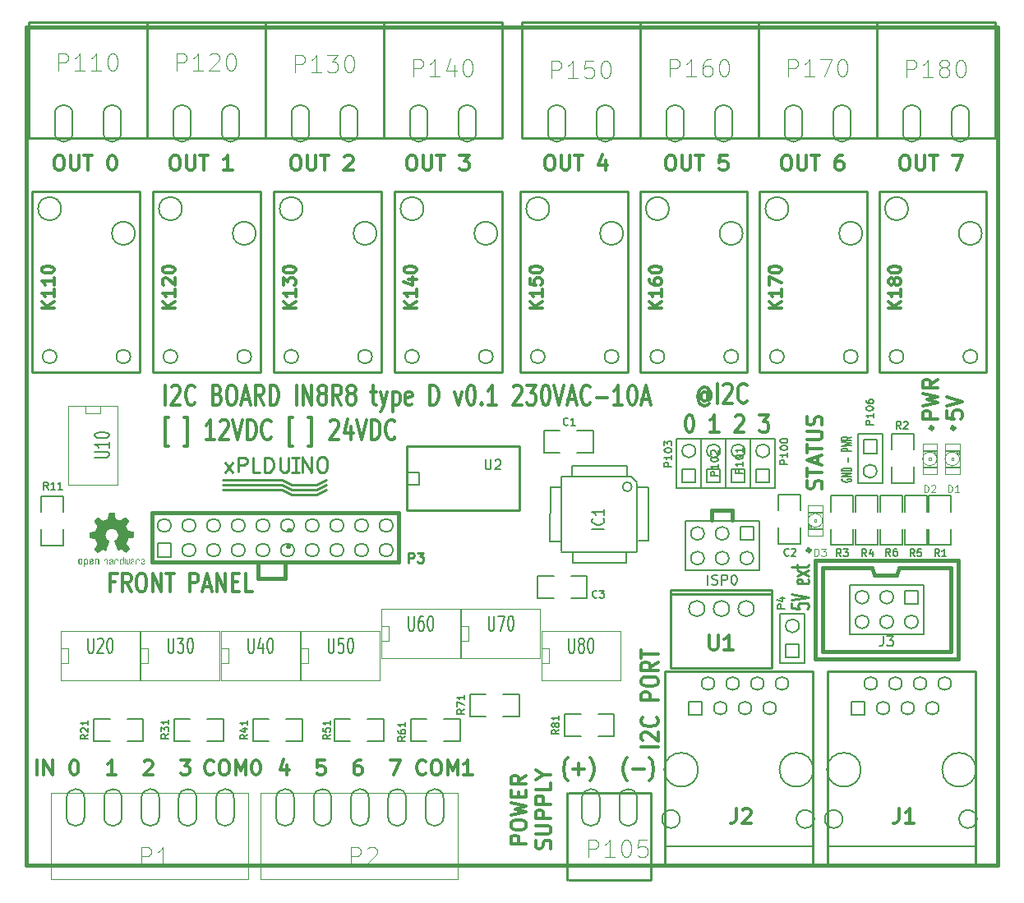
<source format=gto>
G04 (created by PCBNEW (2013-mar-13)-testing) date dim. 08 sept. 2013 12:04:55 CEST*
%MOIN*%
G04 Gerber Fmt 3.4, Leading zero omitted, Abs format*
%FSLAX34Y34*%
G01*
G70*
G90*
G04 APERTURE LIST*
%ADD10C,0.005906*%
%ADD11C,0.015000*%
%ADD12C,0.011811*%
%ADD13C,0.012000*%
%ADD14C,0.009843*%
%ADD15C,0.005315*%
%ADD16C,0.000100*%
%ADD17C,0.010000*%
%ADD18C,0.008000*%
%ADD19C,0.006000*%
%ADD20C,0.003900*%
%ADD21C,0.002600*%
%ADD22C,0.004000*%
%ADD23C,0.005000*%
%ADD24C,0.010800*%
%ADD25C,0.003500*%
%ADD26C,0.012500*%
G04 APERTURE END LIST*
G54D10*
G54D11*
X108263Y-44250D02*
G75*
G03X108263Y-44250I-53J0D01*
G74*
G01*
X109146Y-44250D02*
G75*
G03X109146Y-44250I-56J0D01*
G74*
G01*
X103290Y-49210D02*
G75*
G03X103290Y-49210I-50J0D01*
G74*
G01*
G54D12*
X91784Y-61113D02*
X91155Y-61113D01*
X91155Y-60888D01*
X91185Y-60832D01*
X91215Y-60804D01*
X91275Y-60776D01*
X91365Y-60776D01*
X91425Y-60804D01*
X91455Y-60832D01*
X91485Y-60888D01*
X91485Y-61113D01*
X91155Y-60410D02*
X91155Y-60298D01*
X91185Y-60242D01*
X91245Y-60185D01*
X91365Y-60157D01*
X91574Y-60157D01*
X91694Y-60185D01*
X91754Y-60242D01*
X91784Y-60298D01*
X91784Y-60410D01*
X91754Y-60467D01*
X91694Y-60523D01*
X91574Y-60551D01*
X91365Y-60551D01*
X91245Y-60523D01*
X91185Y-60467D01*
X91155Y-60410D01*
X91155Y-59960D02*
X91784Y-59820D01*
X91335Y-59707D01*
X91784Y-59595D01*
X91155Y-59454D01*
X91455Y-59229D02*
X91455Y-59032D01*
X91784Y-58948D02*
X91784Y-59229D01*
X91155Y-59229D01*
X91155Y-58948D01*
X91784Y-58357D02*
X91485Y-58554D01*
X91784Y-58695D02*
X91155Y-58695D01*
X91155Y-58470D01*
X91185Y-58414D01*
X91215Y-58386D01*
X91275Y-58357D01*
X91365Y-58357D01*
X91425Y-58386D01*
X91455Y-58414D01*
X91485Y-58470D01*
X91485Y-58695D01*
X92754Y-61310D02*
X92784Y-61226D01*
X92784Y-61085D01*
X92754Y-61029D01*
X92724Y-61001D01*
X92664Y-60973D01*
X92604Y-60973D01*
X92544Y-61001D01*
X92514Y-61029D01*
X92485Y-61085D01*
X92455Y-61198D01*
X92425Y-61254D01*
X92395Y-61282D01*
X92335Y-61310D01*
X92275Y-61310D01*
X92215Y-61282D01*
X92185Y-61254D01*
X92155Y-61198D01*
X92155Y-61057D01*
X92185Y-60973D01*
X92155Y-60720D02*
X92664Y-60720D01*
X92724Y-60692D01*
X92754Y-60663D01*
X92784Y-60607D01*
X92784Y-60495D01*
X92754Y-60438D01*
X92724Y-60410D01*
X92664Y-60382D01*
X92155Y-60382D01*
X92784Y-60101D02*
X92155Y-60101D01*
X92155Y-59876D01*
X92185Y-59820D01*
X92215Y-59792D01*
X92275Y-59764D01*
X92365Y-59764D01*
X92425Y-59792D01*
X92455Y-59820D01*
X92485Y-59876D01*
X92485Y-60101D01*
X92784Y-59510D02*
X92155Y-59510D01*
X92155Y-59285D01*
X92185Y-59229D01*
X92215Y-59201D01*
X92275Y-59173D01*
X92365Y-59173D01*
X92425Y-59201D01*
X92455Y-59229D01*
X92485Y-59285D01*
X92485Y-59510D01*
X92784Y-58639D02*
X92784Y-58920D01*
X92155Y-58920D01*
X92485Y-58329D02*
X92784Y-58329D01*
X92155Y-58526D02*
X92485Y-58329D01*
X92155Y-58133D01*
G54D13*
X77279Y-44973D02*
X77136Y-44973D01*
X77136Y-43830D01*
X77279Y-43830D01*
X77907Y-44973D02*
X78050Y-44973D01*
X78050Y-43830D01*
X77907Y-43830D01*
X79136Y-44706D02*
X78793Y-44706D01*
X78965Y-44706D02*
X78965Y-43906D01*
X78907Y-44021D01*
X78850Y-44097D01*
X78793Y-44135D01*
X79365Y-43983D02*
X79393Y-43945D01*
X79450Y-43906D01*
X79593Y-43906D01*
X79650Y-43945D01*
X79679Y-43983D01*
X79707Y-44059D01*
X79707Y-44135D01*
X79679Y-44249D01*
X79336Y-44706D01*
X79707Y-44706D01*
X79879Y-43906D02*
X80079Y-44706D01*
X80279Y-43906D01*
X80479Y-44706D02*
X80479Y-43906D01*
X80622Y-43906D01*
X80707Y-43945D01*
X80765Y-44021D01*
X80793Y-44097D01*
X80822Y-44249D01*
X80822Y-44364D01*
X80793Y-44516D01*
X80765Y-44592D01*
X80707Y-44668D01*
X80622Y-44706D01*
X80479Y-44706D01*
X81422Y-44630D02*
X81393Y-44668D01*
X81307Y-44706D01*
X81250Y-44706D01*
X81165Y-44668D01*
X81107Y-44592D01*
X81079Y-44516D01*
X81050Y-44364D01*
X81050Y-44249D01*
X81079Y-44097D01*
X81107Y-44021D01*
X81165Y-43945D01*
X81250Y-43906D01*
X81307Y-43906D01*
X81393Y-43945D01*
X81422Y-43983D01*
X82307Y-44973D02*
X82165Y-44973D01*
X82165Y-43830D01*
X82307Y-43830D01*
X82936Y-44973D02*
X83079Y-44973D01*
X83079Y-43830D01*
X82936Y-43830D01*
X83822Y-43983D02*
X83850Y-43945D01*
X83907Y-43906D01*
X84050Y-43906D01*
X84107Y-43945D01*
X84136Y-43983D01*
X84165Y-44059D01*
X84165Y-44135D01*
X84136Y-44249D01*
X83793Y-44706D01*
X84165Y-44706D01*
X84679Y-44173D02*
X84679Y-44706D01*
X84536Y-43868D02*
X84393Y-44440D01*
X84765Y-44440D01*
X84907Y-43906D02*
X85107Y-44706D01*
X85307Y-43906D01*
X85507Y-44706D02*
X85507Y-43906D01*
X85650Y-43906D01*
X85736Y-43945D01*
X85793Y-44021D01*
X85822Y-44097D01*
X85850Y-44249D01*
X85850Y-44364D01*
X85822Y-44516D01*
X85793Y-44592D01*
X85736Y-44668D01*
X85650Y-44706D01*
X85507Y-44706D01*
X86450Y-44630D02*
X86422Y-44668D01*
X86336Y-44706D01*
X86279Y-44706D01*
X86193Y-44668D01*
X86136Y-44592D01*
X86107Y-44516D01*
X86079Y-44364D01*
X86079Y-44249D01*
X86107Y-44097D01*
X86136Y-44021D01*
X86193Y-43945D01*
X86279Y-43906D01*
X86336Y-43906D01*
X86422Y-43945D01*
X86450Y-43983D01*
G54D12*
X103754Y-46712D02*
X103784Y-46627D01*
X103784Y-46487D01*
X103754Y-46431D01*
X103724Y-46402D01*
X103664Y-46374D01*
X103604Y-46374D01*
X103544Y-46402D01*
X103514Y-46431D01*
X103485Y-46487D01*
X103455Y-46599D01*
X103425Y-46656D01*
X103395Y-46684D01*
X103335Y-46712D01*
X103275Y-46712D01*
X103215Y-46684D01*
X103185Y-46656D01*
X103155Y-46599D01*
X103155Y-46459D01*
X103185Y-46374D01*
X103155Y-46206D02*
X103155Y-45868D01*
X103784Y-46037D02*
X103155Y-46037D01*
X103604Y-45699D02*
X103604Y-45418D01*
X103784Y-45756D02*
X103155Y-45559D01*
X103784Y-45362D01*
X103155Y-45250D02*
X103155Y-44912D01*
X103784Y-45081D02*
X103155Y-45081D01*
X103155Y-44715D02*
X103664Y-44715D01*
X103724Y-44687D01*
X103754Y-44659D01*
X103784Y-44603D01*
X103784Y-44490D01*
X103754Y-44434D01*
X103724Y-44406D01*
X103664Y-44378D01*
X103155Y-44378D01*
X103754Y-44125D02*
X103784Y-44040D01*
X103784Y-43900D01*
X103754Y-43843D01*
X103724Y-43815D01*
X103664Y-43787D01*
X103604Y-43787D01*
X103544Y-43815D01*
X103514Y-43843D01*
X103485Y-43900D01*
X103455Y-44012D01*
X103425Y-44068D01*
X103395Y-44097D01*
X103335Y-44125D01*
X103275Y-44125D01*
X103215Y-44097D01*
X103185Y-44068D01*
X103155Y-44012D01*
X103155Y-43872D01*
X103185Y-43787D01*
G54D11*
X100125Y-47600D02*
X100125Y-48000D01*
X100125Y-47600D02*
X99300Y-47600D01*
X99300Y-47600D02*
X99300Y-48000D01*
G54D12*
X98378Y-43711D02*
X98434Y-43711D01*
X98490Y-43745D01*
X98518Y-43779D01*
X98547Y-43846D01*
X98575Y-43981D01*
X98575Y-44150D01*
X98547Y-44285D01*
X98518Y-44353D01*
X98490Y-44386D01*
X98434Y-44420D01*
X98378Y-44420D01*
X98322Y-44386D01*
X98293Y-44353D01*
X98265Y-44285D01*
X98237Y-44150D01*
X98237Y-43981D01*
X98265Y-43846D01*
X98293Y-43779D01*
X98322Y-43745D01*
X98378Y-43711D01*
X99587Y-44420D02*
X99250Y-44420D01*
X99418Y-44420D02*
X99418Y-43711D01*
X99362Y-43813D01*
X99306Y-43880D01*
X99250Y-43914D01*
X100262Y-43779D02*
X100290Y-43745D01*
X100346Y-43711D01*
X100487Y-43711D01*
X100543Y-43745D01*
X100571Y-43779D01*
X100599Y-43846D01*
X100599Y-43914D01*
X100571Y-44015D01*
X100234Y-44420D01*
X100599Y-44420D01*
X101246Y-43711D02*
X101612Y-43711D01*
X101415Y-43981D01*
X101499Y-43981D01*
X101556Y-44015D01*
X101584Y-44049D01*
X101612Y-44116D01*
X101612Y-44285D01*
X101584Y-44353D01*
X101556Y-44386D01*
X101499Y-44420D01*
X101331Y-44420D01*
X101274Y-44386D01*
X101246Y-44353D01*
G54D13*
X77142Y-43306D02*
X77142Y-42506D01*
X77400Y-42583D02*
X77428Y-42545D01*
X77485Y-42506D01*
X77628Y-42506D01*
X77685Y-42545D01*
X77714Y-42583D01*
X77742Y-42659D01*
X77742Y-42735D01*
X77714Y-42849D01*
X77371Y-43306D01*
X77742Y-43306D01*
X78342Y-43230D02*
X78314Y-43268D01*
X78228Y-43306D01*
X78171Y-43306D01*
X78085Y-43268D01*
X78028Y-43192D01*
X78000Y-43116D01*
X77971Y-42964D01*
X77971Y-42849D01*
X78000Y-42697D01*
X78028Y-42621D01*
X78085Y-42545D01*
X78171Y-42506D01*
X78228Y-42506D01*
X78314Y-42545D01*
X78342Y-42583D01*
X79257Y-42887D02*
X79342Y-42925D01*
X79371Y-42964D01*
X79400Y-43040D01*
X79400Y-43154D01*
X79371Y-43230D01*
X79342Y-43268D01*
X79285Y-43306D01*
X79057Y-43306D01*
X79057Y-42506D01*
X79257Y-42506D01*
X79314Y-42545D01*
X79342Y-42583D01*
X79371Y-42659D01*
X79371Y-42735D01*
X79342Y-42811D01*
X79314Y-42849D01*
X79257Y-42887D01*
X79057Y-42887D01*
X79771Y-42506D02*
X79885Y-42506D01*
X79942Y-42545D01*
X80000Y-42621D01*
X80028Y-42773D01*
X80028Y-43040D01*
X80000Y-43192D01*
X79942Y-43268D01*
X79885Y-43306D01*
X79771Y-43306D01*
X79714Y-43268D01*
X79657Y-43192D01*
X79628Y-43040D01*
X79628Y-42773D01*
X79657Y-42621D01*
X79714Y-42545D01*
X79771Y-42506D01*
X80257Y-43078D02*
X80542Y-43078D01*
X80200Y-43306D02*
X80400Y-42506D01*
X80600Y-43306D01*
X81142Y-43306D02*
X80942Y-42925D01*
X80800Y-43306D02*
X80800Y-42506D01*
X81028Y-42506D01*
X81085Y-42545D01*
X81114Y-42583D01*
X81142Y-42659D01*
X81142Y-42773D01*
X81114Y-42849D01*
X81085Y-42887D01*
X81028Y-42925D01*
X80800Y-42925D01*
X81400Y-43306D02*
X81400Y-42506D01*
X81542Y-42506D01*
X81628Y-42545D01*
X81685Y-42621D01*
X81714Y-42697D01*
X81742Y-42849D01*
X81742Y-42964D01*
X81714Y-43116D01*
X81685Y-43192D01*
X81628Y-43268D01*
X81542Y-43306D01*
X81400Y-43306D01*
X82457Y-43306D02*
X82457Y-42506D01*
X82742Y-43306D02*
X82742Y-42506D01*
X83085Y-43306D01*
X83085Y-42506D01*
X83457Y-42849D02*
X83400Y-42811D01*
X83371Y-42773D01*
X83342Y-42697D01*
X83342Y-42659D01*
X83371Y-42583D01*
X83400Y-42545D01*
X83457Y-42506D01*
X83571Y-42506D01*
X83628Y-42545D01*
X83657Y-42583D01*
X83685Y-42659D01*
X83685Y-42697D01*
X83657Y-42773D01*
X83628Y-42811D01*
X83571Y-42849D01*
X83457Y-42849D01*
X83400Y-42887D01*
X83371Y-42925D01*
X83342Y-43002D01*
X83342Y-43154D01*
X83371Y-43230D01*
X83400Y-43268D01*
X83457Y-43306D01*
X83571Y-43306D01*
X83628Y-43268D01*
X83657Y-43230D01*
X83685Y-43154D01*
X83685Y-43002D01*
X83657Y-42925D01*
X83628Y-42887D01*
X83571Y-42849D01*
X84285Y-43306D02*
X84085Y-42925D01*
X83942Y-43306D02*
X83942Y-42506D01*
X84171Y-42506D01*
X84228Y-42545D01*
X84257Y-42583D01*
X84285Y-42659D01*
X84285Y-42773D01*
X84257Y-42849D01*
X84228Y-42887D01*
X84171Y-42925D01*
X83942Y-42925D01*
X84628Y-42849D02*
X84571Y-42811D01*
X84542Y-42773D01*
X84514Y-42697D01*
X84514Y-42659D01*
X84542Y-42583D01*
X84571Y-42545D01*
X84628Y-42506D01*
X84742Y-42506D01*
X84800Y-42545D01*
X84828Y-42583D01*
X84857Y-42659D01*
X84857Y-42697D01*
X84828Y-42773D01*
X84800Y-42811D01*
X84742Y-42849D01*
X84628Y-42849D01*
X84571Y-42887D01*
X84542Y-42925D01*
X84514Y-43002D01*
X84514Y-43154D01*
X84542Y-43230D01*
X84571Y-43268D01*
X84628Y-43306D01*
X84742Y-43306D01*
X84800Y-43268D01*
X84828Y-43230D01*
X84857Y-43154D01*
X84857Y-43002D01*
X84828Y-42925D01*
X84800Y-42887D01*
X84742Y-42849D01*
X85485Y-42773D02*
X85714Y-42773D01*
X85571Y-42506D02*
X85571Y-43192D01*
X85600Y-43268D01*
X85657Y-43306D01*
X85714Y-43306D01*
X85857Y-42773D02*
X86000Y-43306D01*
X86142Y-42773D02*
X86000Y-43306D01*
X85942Y-43497D01*
X85914Y-43535D01*
X85857Y-43573D01*
X86371Y-42773D02*
X86371Y-43573D01*
X86371Y-42811D02*
X86428Y-42773D01*
X86542Y-42773D01*
X86600Y-42811D01*
X86628Y-42849D01*
X86657Y-42925D01*
X86657Y-43154D01*
X86628Y-43230D01*
X86600Y-43268D01*
X86542Y-43306D01*
X86428Y-43306D01*
X86371Y-43268D01*
X87142Y-43268D02*
X87085Y-43306D01*
X86971Y-43306D01*
X86914Y-43268D01*
X86885Y-43192D01*
X86885Y-42887D01*
X86914Y-42811D01*
X86971Y-42773D01*
X87085Y-42773D01*
X87142Y-42811D01*
X87171Y-42887D01*
X87171Y-42964D01*
X86885Y-43040D01*
X87885Y-43306D02*
X87885Y-42506D01*
X88028Y-42506D01*
X88114Y-42545D01*
X88171Y-42621D01*
X88200Y-42697D01*
X88228Y-42849D01*
X88228Y-42964D01*
X88200Y-43116D01*
X88171Y-43192D01*
X88114Y-43268D01*
X88028Y-43306D01*
X87885Y-43306D01*
X88885Y-42773D02*
X89028Y-43306D01*
X89171Y-42773D01*
X89514Y-42506D02*
X89571Y-42506D01*
X89628Y-42545D01*
X89657Y-42583D01*
X89685Y-42659D01*
X89714Y-42811D01*
X89714Y-43002D01*
X89685Y-43154D01*
X89657Y-43230D01*
X89628Y-43268D01*
X89571Y-43306D01*
X89514Y-43306D01*
X89457Y-43268D01*
X89428Y-43230D01*
X89400Y-43154D01*
X89371Y-43002D01*
X89371Y-42811D01*
X89400Y-42659D01*
X89428Y-42583D01*
X89457Y-42545D01*
X89514Y-42506D01*
X89971Y-43230D02*
X90000Y-43268D01*
X89971Y-43306D01*
X89942Y-43268D01*
X89971Y-43230D01*
X89971Y-43306D01*
X90571Y-43306D02*
X90228Y-43306D01*
X90400Y-43306D02*
X90400Y-42506D01*
X90342Y-42621D01*
X90285Y-42697D01*
X90228Y-42735D01*
X91257Y-42583D02*
X91285Y-42545D01*
X91342Y-42506D01*
X91485Y-42506D01*
X91542Y-42545D01*
X91571Y-42583D01*
X91600Y-42659D01*
X91600Y-42735D01*
X91571Y-42849D01*
X91228Y-43306D01*
X91600Y-43306D01*
X91800Y-42506D02*
X92171Y-42506D01*
X91971Y-42811D01*
X92057Y-42811D01*
X92114Y-42849D01*
X92142Y-42887D01*
X92171Y-42964D01*
X92171Y-43154D01*
X92142Y-43230D01*
X92114Y-43268D01*
X92057Y-43306D01*
X91885Y-43306D01*
X91828Y-43268D01*
X91800Y-43230D01*
X92542Y-42506D02*
X92600Y-42506D01*
X92657Y-42545D01*
X92685Y-42583D01*
X92714Y-42659D01*
X92742Y-42811D01*
X92742Y-43002D01*
X92714Y-43154D01*
X92685Y-43230D01*
X92657Y-43268D01*
X92600Y-43306D01*
X92542Y-43306D01*
X92485Y-43268D01*
X92457Y-43230D01*
X92428Y-43154D01*
X92400Y-43002D01*
X92400Y-42811D01*
X92428Y-42659D01*
X92457Y-42583D01*
X92485Y-42545D01*
X92542Y-42506D01*
X92914Y-42506D02*
X93114Y-43306D01*
X93314Y-42506D01*
X93485Y-43078D02*
X93771Y-43078D01*
X93428Y-43306D02*
X93628Y-42506D01*
X93828Y-43306D01*
X94371Y-43230D02*
X94342Y-43268D01*
X94257Y-43306D01*
X94200Y-43306D01*
X94114Y-43268D01*
X94057Y-43192D01*
X94028Y-43116D01*
X94000Y-42964D01*
X94000Y-42849D01*
X94028Y-42697D01*
X94057Y-42621D01*
X94114Y-42545D01*
X94200Y-42506D01*
X94257Y-42506D01*
X94342Y-42545D01*
X94371Y-42583D01*
X94628Y-43002D02*
X95085Y-43002D01*
X95685Y-43306D02*
X95342Y-43306D01*
X95514Y-43306D02*
X95514Y-42506D01*
X95457Y-42621D01*
X95400Y-42697D01*
X95342Y-42735D01*
X96057Y-42506D02*
X96114Y-42506D01*
X96171Y-42545D01*
X96200Y-42583D01*
X96228Y-42659D01*
X96257Y-42811D01*
X96257Y-43002D01*
X96228Y-43154D01*
X96200Y-43230D01*
X96171Y-43268D01*
X96114Y-43306D01*
X96057Y-43306D01*
X96000Y-43268D01*
X95971Y-43230D01*
X95942Y-43154D01*
X95914Y-43002D01*
X95914Y-42811D01*
X95942Y-42659D01*
X95971Y-42583D01*
X96000Y-42545D01*
X96057Y-42506D01*
X96485Y-43078D02*
X96771Y-43078D01*
X96428Y-43306D02*
X96628Y-42506D01*
X96828Y-43306D01*
G54D14*
X102536Y-51365D02*
X102536Y-51553D01*
X102874Y-51571D01*
X102840Y-51553D01*
X102806Y-51515D01*
X102806Y-51421D01*
X102840Y-51384D01*
X102874Y-51365D01*
X102941Y-51346D01*
X103110Y-51346D01*
X103178Y-51365D01*
X103211Y-51384D01*
X103245Y-51421D01*
X103245Y-51515D01*
X103211Y-51553D01*
X103178Y-51571D01*
X102536Y-51234D02*
X103245Y-51103D01*
X102536Y-50971D01*
X103211Y-50390D02*
X103245Y-50428D01*
X103245Y-50503D01*
X103211Y-50540D01*
X103144Y-50559D01*
X102874Y-50559D01*
X102806Y-50540D01*
X102773Y-50503D01*
X102773Y-50428D01*
X102806Y-50390D01*
X102874Y-50371D01*
X102941Y-50371D01*
X103009Y-50559D01*
X103245Y-50240D02*
X102773Y-50034D01*
X102773Y-50240D02*
X103245Y-50034D01*
X102773Y-49940D02*
X102773Y-49790D01*
X102536Y-49884D02*
X103144Y-49884D01*
X103211Y-49865D01*
X103245Y-49828D01*
X103245Y-49790D01*
G54D15*
X104603Y-46314D02*
X104584Y-46334D01*
X104584Y-46365D01*
X104603Y-46395D01*
X104640Y-46415D01*
X104678Y-46426D01*
X104753Y-46436D01*
X104809Y-46436D01*
X104884Y-46426D01*
X104921Y-46415D01*
X104959Y-46395D01*
X104978Y-46365D01*
X104978Y-46345D01*
X104959Y-46314D01*
X104940Y-46304D01*
X104809Y-46304D01*
X104809Y-46345D01*
X104978Y-46213D02*
X104584Y-46213D01*
X104978Y-46091D01*
X104584Y-46091D01*
X104978Y-45990D02*
X104584Y-45990D01*
X104584Y-45940D01*
X104603Y-45909D01*
X104640Y-45889D01*
X104678Y-45879D01*
X104753Y-45869D01*
X104809Y-45869D01*
X104884Y-45879D01*
X104921Y-45889D01*
X104959Y-45909D01*
X104978Y-45940D01*
X104978Y-45990D01*
X104828Y-45616D02*
X104828Y-45454D01*
X104978Y-45190D02*
X104584Y-45190D01*
X104584Y-45109D01*
X104603Y-45089D01*
X104621Y-45079D01*
X104659Y-45069D01*
X104715Y-45069D01*
X104753Y-45079D01*
X104771Y-45089D01*
X104790Y-45109D01*
X104790Y-45190D01*
X104584Y-44998D02*
X104978Y-44947D01*
X104696Y-44907D01*
X104978Y-44866D01*
X104584Y-44816D01*
X104978Y-44613D02*
X104790Y-44684D01*
X104978Y-44735D02*
X104584Y-44735D01*
X104584Y-44654D01*
X104603Y-44634D01*
X104621Y-44623D01*
X104659Y-44613D01*
X104715Y-44613D01*
X104753Y-44623D01*
X104771Y-44634D01*
X104790Y-44654D01*
X104790Y-44735D01*
G54D12*
X93460Y-58564D02*
X93432Y-58534D01*
X93376Y-58444D01*
X93348Y-58384D01*
X93320Y-58294D01*
X93292Y-58144D01*
X93292Y-58025D01*
X93320Y-57875D01*
X93348Y-57785D01*
X93376Y-57725D01*
X93432Y-57635D01*
X93460Y-57605D01*
X93685Y-58084D02*
X94135Y-58084D01*
X93910Y-58324D02*
X93910Y-57845D01*
X94360Y-58564D02*
X94388Y-58534D01*
X94445Y-58444D01*
X94473Y-58384D01*
X94501Y-58294D01*
X94529Y-58144D01*
X94529Y-58025D01*
X94501Y-57875D01*
X94473Y-57785D01*
X94445Y-57725D01*
X94388Y-57635D01*
X94360Y-57605D01*
X95879Y-58564D02*
X95851Y-58534D01*
X95794Y-58444D01*
X95766Y-58384D01*
X95738Y-58294D01*
X95710Y-58144D01*
X95710Y-58025D01*
X95738Y-57875D01*
X95766Y-57785D01*
X95794Y-57725D01*
X95851Y-57635D01*
X95879Y-57605D01*
X96104Y-58084D02*
X96554Y-58084D01*
X96779Y-58564D02*
X96807Y-58534D01*
X96863Y-58444D01*
X96891Y-58384D01*
X96919Y-58294D01*
X96947Y-58144D01*
X96947Y-58025D01*
X96919Y-57875D01*
X96891Y-57785D01*
X96863Y-57725D01*
X96807Y-57635D01*
X96779Y-57605D01*
X97130Y-57176D02*
X96421Y-57176D01*
X96489Y-56923D02*
X96455Y-56895D01*
X96421Y-56838D01*
X96421Y-56698D01*
X96455Y-56642D01*
X96489Y-56613D01*
X96556Y-56585D01*
X96624Y-56585D01*
X96725Y-56613D01*
X97130Y-56951D01*
X97130Y-56585D01*
X97063Y-55995D02*
X97096Y-56023D01*
X97130Y-56107D01*
X97130Y-56163D01*
X97096Y-56248D01*
X97029Y-56304D01*
X96961Y-56332D01*
X96826Y-56360D01*
X96725Y-56360D01*
X96590Y-56332D01*
X96523Y-56304D01*
X96455Y-56248D01*
X96421Y-56163D01*
X96421Y-56107D01*
X96455Y-56023D01*
X96489Y-55995D01*
X97130Y-55292D02*
X96421Y-55292D01*
X96421Y-55067D01*
X96455Y-55010D01*
X96489Y-54982D01*
X96556Y-54954D01*
X96658Y-54954D01*
X96725Y-54982D01*
X96759Y-55010D01*
X96793Y-55067D01*
X96793Y-55292D01*
X96421Y-54589D02*
X96421Y-54476D01*
X96455Y-54420D01*
X96523Y-54364D01*
X96658Y-54336D01*
X96894Y-54336D01*
X97029Y-54364D01*
X97096Y-54420D01*
X97130Y-54476D01*
X97130Y-54589D01*
X97096Y-54645D01*
X97029Y-54701D01*
X96894Y-54729D01*
X96658Y-54729D01*
X96523Y-54701D01*
X96455Y-54645D01*
X96421Y-54589D01*
X97130Y-53745D02*
X96793Y-53942D01*
X97130Y-54082D02*
X96421Y-54082D01*
X96421Y-53857D01*
X96455Y-53801D01*
X96489Y-53773D01*
X96556Y-53745D01*
X96658Y-53745D01*
X96725Y-53773D01*
X96759Y-53801D01*
X96793Y-53857D01*
X96793Y-54082D01*
X96421Y-53576D02*
X96421Y-53239D01*
X97130Y-53408D02*
X96421Y-53408D01*
X75106Y-50499D02*
X74909Y-50499D01*
X74909Y-50870D02*
X74909Y-50161D01*
X75190Y-50161D01*
X75753Y-50870D02*
X75556Y-50533D01*
X75415Y-50870D02*
X75415Y-50161D01*
X75640Y-50161D01*
X75697Y-50195D01*
X75725Y-50229D01*
X75753Y-50296D01*
X75753Y-50398D01*
X75725Y-50465D01*
X75697Y-50499D01*
X75640Y-50533D01*
X75415Y-50533D01*
X76118Y-50161D02*
X76231Y-50161D01*
X76287Y-50195D01*
X76343Y-50263D01*
X76372Y-50398D01*
X76372Y-50634D01*
X76343Y-50769D01*
X76287Y-50836D01*
X76231Y-50870D01*
X76118Y-50870D01*
X76062Y-50836D01*
X76006Y-50769D01*
X75978Y-50634D01*
X75978Y-50398D01*
X76006Y-50263D01*
X76062Y-50195D01*
X76118Y-50161D01*
X76625Y-50870D02*
X76625Y-50161D01*
X76962Y-50870D01*
X76962Y-50161D01*
X77159Y-50161D02*
X77496Y-50161D01*
X77328Y-50870D02*
X77328Y-50161D01*
X78143Y-50870D02*
X78143Y-50161D01*
X78368Y-50161D01*
X78424Y-50195D01*
X78453Y-50229D01*
X78481Y-50296D01*
X78481Y-50398D01*
X78453Y-50465D01*
X78424Y-50499D01*
X78368Y-50533D01*
X78143Y-50533D01*
X78706Y-50668D02*
X78987Y-50668D01*
X78649Y-50870D02*
X78846Y-50161D01*
X79043Y-50870D01*
X79240Y-50870D02*
X79240Y-50161D01*
X79577Y-50870D01*
X79577Y-50161D01*
X79859Y-50499D02*
X80055Y-50499D01*
X80140Y-50870D02*
X79859Y-50870D01*
X79859Y-50161D01*
X80140Y-50161D01*
X80674Y-50870D02*
X80393Y-50870D01*
X80393Y-50161D01*
X108484Y-43887D02*
X107855Y-43887D01*
X107855Y-43662D01*
X107885Y-43606D01*
X107915Y-43578D01*
X107975Y-43549D01*
X108065Y-43549D01*
X108125Y-43578D01*
X108155Y-43606D01*
X108185Y-43662D01*
X108185Y-43887D01*
X107855Y-43353D02*
X108484Y-43212D01*
X108035Y-43100D01*
X108484Y-42987D01*
X107855Y-42846D01*
X108484Y-42284D02*
X108185Y-42481D01*
X108484Y-42621D02*
X107855Y-42621D01*
X107855Y-42396D01*
X107885Y-42340D01*
X107915Y-42312D01*
X107975Y-42284D01*
X108065Y-42284D01*
X108125Y-42312D01*
X108155Y-42340D01*
X108185Y-42396D01*
X108185Y-42621D01*
X108830Y-43562D02*
X108830Y-43843D01*
X109130Y-43871D01*
X109100Y-43843D01*
X109070Y-43787D01*
X109070Y-43646D01*
X109100Y-43590D01*
X109130Y-43562D01*
X109189Y-43534D01*
X109339Y-43534D01*
X109399Y-43562D01*
X109429Y-43590D01*
X109459Y-43646D01*
X109459Y-43787D01*
X109429Y-43843D01*
X109399Y-43871D01*
X108830Y-43365D02*
X109459Y-43168D01*
X108830Y-42971D01*
X99125Y-42855D02*
X99096Y-42817D01*
X99039Y-42779D01*
X98982Y-42779D01*
X98925Y-42817D01*
X98896Y-42855D01*
X98867Y-42932D01*
X98867Y-43008D01*
X98896Y-43084D01*
X98925Y-43122D01*
X98982Y-43160D01*
X99039Y-43160D01*
X99096Y-43122D01*
X99125Y-43084D01*
X99125Y-42779D02*
X99125Y-43084D01*
X99153Y-43122D01*
X99182Y-43122D01*
X99239Y-43084D01*
X99267Y-43008D01*
X99267Y-42817D01*
X99210Y-42703D01*
X99125Y-42627D01*
X99010Y-42589D01*
X98896Y-42627D01*
X98810Y-42703D01*
X98753Y-42817D01*
X98725Y-42970D01*
X98753Y-43122D01*
X98810Y-43236D01*
X98896Y-43313D01*
X99010Y-43351D01*
X99125Y-43313D01*
X99210Y-43236D01*
X99525Y-43236D02*
X99525Y-42436D01*
X99782Y-42513D02*
X99810Y-42475D01*
X99867Y-42436D01*
X100010Y-42436D01*
X100067Y-42475D01*
X100096Y-42513D01*
X100125Y-42589D01*
X100125Y-42665D01*
X100096Y-42779D01*
X99753Y-43236D01*
X100125Y-43236D01*
X100725Y-43160D02*
X100696Y-43198D01*
X100610Y-43236D01*
X100553Y-43236D01*
X100467Y-43198D01*
X100410Y-43122D01*
X100382Y-43046D01*
X100353Y-42894D01*
X100353Y-42779D01*
X100382Y-42627D01*
X100410Y-42551D01*
X100467Y-42475D01*
X100553Y-42436D01*
X100610Y-42436D01*
X100696Y-42475D01*
X100725Y-42513D01*
G54D13*
X107085Y-33191D02*
X107200Y-33191D01*
X107257Y-33220D01*
X107314Y-33277D01*
X107342Y-33391D01*
X107342Y-33591D01*
X107314Y-33705D01*
X107257Y-33762D01*
X107200Y-33791D01*
X107085Y-33791D01*
X107028Y-33762D01*
X106971Y-33705D01*
X106942Y-33591D01*
X106942Y-33391D01*
X106971Y-33277D01*
X107028Y-33220D01*
X107085Y-33191D01*
X107600Y-33191D02*
X107600Y-33677D01*
X107628Y-33734D01*
X107657Y-33762D01*
X107714Y-33791D01*
X107828Y-33791D01*
X107885Y-33762D01*
X107914Y-33734D01*
X107942Y-33677D01*
X107942Y-33191D01*
X108142Y-33191D02*
X108485Y-33191D01*
X108314Y-33791D02*
X108314Y-33191D01*
X109085Y-33191D02*
X109485Y-33191D01*
X109228Y-33791D01*
X102285Y-33191D02*
X102400Y-33191D01*
X102457Y-33220D01*
X102514Y-33277D01*
X102542Y-33391D01*
X102542Y-33591D01*
X102514Y-33705D01*
X102457Y-33762D01*
X102400Y-33791D01*
X102285Y-33791D01*
X102228Y-33762D01*
X102171Y-33705D01*
X102142Y-33591D01*
X102142Y-33391D01*
X102171Y-33277D01*
X102228Y-33220D01*
X102285Y-33191D01*
X102800Y-33191D02*
X102800Y-33677D01*
X102828Y-33734D01*
X102857Y-33762D01*
X102914Y-33791D01*
X103028Y-33791D01*
X103085Y-33762D01*
X103114Y-33734D01*
X103142Y-33677D01*
X103142Y-33191D01*
X103342Y-33191D02*
X103685Y-33191D01*
X103514Y-33791D02*
X103514Y-33191D01*
X104600Y-33191D02*
X104485Y-33191D01*
X104428Y-33220D01*
X104400Y-33248D01*
X104342Y-33334D01*
X104314Y-33448D01*
X104314Y-33677D01*
X104342Y-33734D01*
X104371Y-33762D01*
X104428Y-33791D01*
X104542Y-33791D01*
X104600Y-33762D01*
X104628Y-33734D01*
X104657Y-33677D01*
X104657Y-33534D01*
X104628Y-33477D01*
X104600Y-33448D01*
X104542Y-33420D01*
X104428Y-33420D01*
X104371Y-33448D01*
X104342Y-33477D01*
X104314Y-33534D01*
X97585Y-33191D02*
X97700Y-33191D01*
X97757Y-33220D01*
X97814Y-33277D01*
X97842Y-33391D01*
X97842Y-33591D01*
X97814Y-33705D01*
X97757Y-33762D01*
X97700Y-33791D01*
X97585Y-33791D01*
X97528Y-33762D01*
X97471Y-33705D01*
X97442Y-33591D01*
X97442Y-33391D01*
X97471Y-33277D01*
X97528Y-33220D01*
X97585Y-33191D01*
X98100Y-33191D02*
X98100Y-33677D01*
X98128Y-33734D01*
X98157Y-33762D01*
X98214Y-33791D01*
X98328Y-33791D01*
X98385Y-33762D01*
X98414Y-33734D01*
X98442Y-33677D01*
X98442Y-33191D01*
X98642Y-33191D02*
X98985Y-33191D01*
X98814Y-33791D02*
X98814Y-33191D01*
X99928Y-33191D02*
X99642Y-33191D01*
X99614Y-33477D01*
X99642Y-33448D01*
X99700Y-33420D01*
X99842Y-33420D01*
X99900Y-33448D01*
X99928Y-33477D01*
X99957Y-33534D01*
X99957Y-33677D01*
X99928Y-33734D01*
X99900Y-33762D01*
X99842Y-33791D01*
X99700Y-33791D01*
X99642Y-33762D01*
X99614Y-33734D01*
X92685Y-33191D02*
X92800Y-33191D01*
X92857Y-33220D01*
X92914Y-33277D01*
X92942Y-33391D01*
X92942Y-33591D01*
X92914Y-33705D01*
X92857Y-33762D01*
X92800Y-33791D01*
X92685Y-33791D01*
X92628Y-33762D01*
X92571Y-33705D01*
X92542Y-33591D01*
X92542Y-33391D01*
X92571Y-33277D01*
X92628Y-33220D01*
X92685Y-33191D01*
X93200Y-33191D02*
X93200Y-33677D01*
X93228Y-33734D01*
X93257Y-33762D01*
X93314Y-33791D01*
X93428Y-33791D01*
X93485Y-33762D01*
X93514Y-33734D01*
X93542Y-33677D01*
X93542Y-33191D01*
X93742Y-33191D02*
X94085Y-33191D01*
X93914Y-33791D02*
X93914Y-33191D01*
X95000Y-33391D02*
X95000Y-33791D01*
X94857Y-33162D02*
X94714Y-33591D01*
X95085Y-33591D01*
X87085Y-33191D02*
X87200Y-33191D01*
X87257Y-33220D01*
X87314Y-33277D01*
X87342Y-33391D01*
X87342Y-33591D01*
X87314Y-33705D01*
X87257Y-33762D01*
X87200Y-33791D01*
X87085Y-33791D01*
X87028Y-33762D01*
X86971Y-33705D01*
X86942Y-33591D01*
X86942Y-33391D01*
X86971Y-33277D01*
X87028Y-33220D01*
X87085Y-33191D01*
X87600Y-33191D02*
X87600Y-33677D01*
X87628Y-33734D01*
X87657Y-33762D01*
X87714Y-33791D01*
X87828Y-33791D01*
X87885Y-33762D01*
X87914Y-33734D01*
X87942Y-33677D01*
X87942Y-33191D01*
X88142Y-33191D02*
X88485Y-33191D01*
X88314Y-33791D02*
X88314Y-33191D01*
X89085Y-33191D02*
X89457Y-33191D01*
X89257Y-33420D01*
X89342Y-33420D01*
X89400Y-33448D01*
X89428Y-33477D01*
X89457Y-33534D01*
X89457Y-33677D01*
X89428Y-33734D01*
X89400Y-33762D01*
X89342Y-33791D01*
X89171Y-33791D01*
X89114Y-33762D01*
X89085Y-33734D01*
X82385Y-33191D02*
X82500Y-33191D01*
X82557Y-33220D01*
X82614Y-33277D01*
X82642Y-33391D01*
X82642Y-33591D01*
X82614Y-33705D01*
X82557Y-33762D01*
X82500Y-33791D01*
X82385Y-33791D01*
X82328Y-33762D01*
X82271Y-33705D01*
X82242Y-33591D01*
X82242Y-33391D01*
X82271Y-33277D01*
X82328Y-33220D01*
X82385Y-33191D01*
X82900Y-33191D02*
X82900Y-33677D01*
X82928Y-33734D01*
X82957Y-33762D01*
X83014Y-33791D01*
X83128Y-33791D01*
X83185Y-33762D01*
X83214Y-33734D01*
X83242Y-33677D01*
X83242Y-33191D01*
X83442Y-33191D02*
X83785Y-33191D01*
X83614Y-33791D02*
X83614Y-33191D01*
X84414Y-33248D02*
X84442Y-33220D01*
X84500Y-33191D01*
X84642Y-33191D01*
X84700Y-33220D01*
X84728Y-33248D01*
X84757Y-33305D01*
X84757Y-33362D01*
X84728Y-33448D01*
X84385Y-33791D01*
X84757Y-33791D01*
X77485Y-33191D02*
X77600Y-33191D01*
X77657Y-33220D01*
X77714Y-33277D01*
X77742Y-33391D01*
X77742Y-33591D01*
X77714Y-33705D01*
X77657Y-33762D01*
X77600Y-33791D01*
X77485Y-33791D01*
X77428Y-33762D01*
X77371Y-33705D01*
X77342Y-33591D01*
X77342Y-33391D01*
X77371Y-33277D01*
X77428Y-33220D01*
X77485Y-33191D01*
X78000Y-33191D02*
X78000Y-33677D01*
X78028Y-33734D01*
X78057Y-33762D01*
X78114Y-33791D01*
X78228Y-33791D01*
X78285Y-33762D01*
X78314Y-33734D01*
X78342Y-33677D01*
X78342Y-33191D01*
X78542Y-33191D02*
X78885Y-33191D01*
X78714Y-33791D02*
X78714Y-33191D01*
X79857Y-33791D02*
X79514Y-33791D01*
X79685Y-33791D02*
X79685Y-33191D01*
X79628Y-33277D01*
X79571Y-33334D01*
X79514Y-33362D01*
X72785Y-33191D02*
X72900Y-33191D01*
X72957Y-33220D01*
X73014Y-33277D01*
X73042Y-33391D01*
X73042Y-33591D01*
X73014Y-33705D01*
X72957Y-33762D01*
X72900Y-33791D01*
X72785Y-33791D01*
X72728Y-33762D01*
X72671Y-33705D01*
X72642Y-33591D01*
X72642Y-33391D01*
X72671Y-33277D01*
X72728Y-33220D01*
X72785Y-33191D01*
X73300Y-33191D02*
X73300Y-33677D01*
X73328Y-33734D01*
X73357Y-33762D01*
X73414Y-33791D01*
X73528Y-33791D01*
X73585Y-33762D01*
X73614Y-33734D01*
X73642Y-33677D01*
X73642Y-33191D01*
X73842Y-33191D02*
X74185Y-33191D01*
X74014Y-33791D02*
X74014Y-33191D01*
X74957Y-33191D02*
X75014Y-33191D01*
X75071Y-33220D01*
X75100Y-33248D01*
X75128Y-33305D01*
X75157Y-33420D01*
X75157Y-33562D01*
X75128Y-33677D01*
X75100Y-33734D01*
X75071Y-33762D01*
X75014Y-33791D01*
X74957Y-33791D01*
X74900Y-33762D01*
X74871Y-33734D01*
X74842Y-33677D01*
X74814Y-33562D01*
X74814Y-33420D01*
X74842Y-33305D01*
X74871Y-33248D01*
X74900Y-33220D01*
X74957Y-33191D01*
X87702Y-58264D02*
X87674Y-58292D01*
X87588Y-58321D01*
X87531Y-58321D01*
X87445Y-58292D01*
X87388Y-58235D01*
X87360Y-58178D01*
X87331Y-58064D01*
X87331Y-57978D01*
X87360Y-57864D01*
X87388Y-57807D01*
X87445Y-57750D01*
X87531Y-57721D01*
X87588Y-57721D01*
X87674Y-57750D01*
X87702Y-57778D01*
X88074Y-57721D02*
X88188Y-57721D01*
X88245Y-57750D01*
X88302Y-57807D01*
X88331Y-57921D01*
X88331Y-58121D01*
X88302Y-58235D01*
X88245Y-58292D01*
X88188Y-58321D01*
X88074Y-58321D01*
X88017Y-58292D01*
X87960Y-58235D01*
X87931Y-58121D01*
X87931Y-57921D01*
X87960Y-57807D01*
X88017Y-57750D01*
X88074Y-57721D01*
X88588Y-58321D02*
X88588Y-57721D01*
X88788Y-58150D01*
X88988Y-57721D01*
X88988Y-58321D01*
X89588Y-58321D02*
X89245Y-58321D01*
X89417Y-58321D02*
X89417Y-57721D01*
X89359Y-57807D01*
X89302Y-57864D01*
X89245Y-57892D01*
X86260Y-57721D02*
X86660Y-57721D01*
X86402Y-58321D01*
X85074Y-57721D02*
X84960Y-57721D01*
X84902Y-57750D01*
X84874Y-57778D01*
X84817Y-57864D01*
X84788Y-57978D01*
X84788Y-58207D01*
X84817Y-58264D01*
X84845Y-58292D01*
X84902Y-58321D01*
X85017Y-58321D01*
X85074Y-58292D01*
X85102Y-58264D01*
X85131Y-58207D01*
X85131Y-58064D01*
X85102Y-58007D01*
X85074Y-57978D01*
X85017Y-57950D01*
X84902Y-57950D01*
X84845Y-57978D01*
X84817Y-58007D01*
X84788Y-58064D01*
X83602Y-57721D02*
X83317Y-57721D01*
X83288Y-58007D01*
X83317Y-57978D01*
X83374Y-57950D01*
X83517Y-57950D01*
X83574Y-57978D01*
X83602Y-58007D01*
X83631Y-58064D01*
X83631Y-58207D01*
X83602Y-58264D01*
X83574Y-58292D01*
X83517Y-58321D01*
X83374Y-58321D01*
X83317Y-58292D01*
X83288Y-58264D01*
X82074Y-57921D02*
X82074Y-58321D01*
X81931Y-57692D02*
X81788Y-58121D01*
X82160Y-58121D01*
X79102Y-58264D02*
X79074Y-58292D01*
X78988Y-58321D01*
X78931Y-58321D01*
X78845Y-58292D01*
X78788Y-58235D01*
X78760Y-58178D01*
X78731Y-58064D01*
X78731Y-57978D01*
X78760Y-57864D01*
X78788Y-57807D01*
X78845Y-57750D01*
X78931Y-57721D01*
X78988Y-57721D01*
X79074Y-57750D01*
X79102Y-57778D01*
X79474Y-57721D02*
X79588Y-57721D01*
X79645Y-57750D01*
X79702Y-57807D01*
X79731Y-57921D01*
X79731Y-58121D01*
X79702Y-58235D01*
X79645Y-58292D01*
X79588Y-58321D01*
X79474Y-58321D01*
X79417Y-58292D01*
X79360Y-58235D01*
X79331Y-58121D01*
X79331Y-57921D01*
X79360Y-57807D01*
X79417Y-57750D01*
X79474Y-57721D01*
X79988Y-58321D02*
X79988Y-57721D01*
X80188Y-58150D01*
X80388Y-57721D01*
X80388Y-58321D01*
X80788Y-57721D02*
X80845Y-57721D01*
X80902Y-57750D01*
X80931Y-57778D01*
X80959Y-57835D01*
X80988Y-57950D01*
X80988Y-58092D01*
X80959Y-58207D01*
X80931Y-58264D01*
X80902Y-58292D01*
X80845Y-58321D01*
X80788Y-58321D01*
X80731Y-58292D01*
X80702Y-58264D01*
X80674Y-58207D01*
X80645Y-58092D01*
X80645Y-57950D01*
X80674Y-57835D01*
X80702Y-57778D01*
X80731Y-57750D01*
X80788Y-57721D01*
X77760Y-57721D02*
X78131Y-57721D01*
X77931Y-57950D01*
X78017Y-57950D01*
X78074Y-57978D01*
X78102Y-58007D01*
X78131Y-58064D01*
X78131Y-58207D01*
X78102Y-58264D01*
X78074Y-58292D01*
X78017Y-58321D01*
X77845Y-58321D01*
X77788Y-58292D01*
X77760Y-58264D01*
X76288Y-57778D02*
X76317Y-57750D01*
X76374Y-57721D01*
X76517Y-57721D01*
X76574Y-57750D01*
X76602Y-57778D01*
X76631Y-57835D01*
X76631Y-57892D01*
X76602Y-57978D01*
X76260Y-58321D01*
X76631Y-58321D01*
X75131Y-58321D02*
X74788Y-58321D01*
X74960Y-58321D02*
X74960Y-57721D01*
X74902Y-57807D01*
X74845Y-57864D01*
X74788Y-57892D01*
X71931Y-58321D02*
X71931Y-57721D01*
X72217Y-58321D02*
X72217Y-57721D01*
X72560Y-58321D01*
X72560Y-57721D01*
X73417Y-57721D02*
X73474Y-57721D01*
X73531Y-57750D01*
X73560Y-57778D01*
X73588Y-57835D01*
X73617Y-57950D01*
X73617Y-58092D01*
X73588Y-58207D01*
X73560Y-58264D01*
X73531Y-58292D01*
X73474Y-58321D01*
X73417Y-58321D01*
X73360Y-58292D01*
X73331Y-58264D01*
X73302Y-58207D01*
X73274Y-58092D01*
X73274Y-57950D01*
X73302Y-57835D01*
X73331Y-57778D01*
X73360Y-57750D01*
X73417Y-57721D01*
G54D11*
X82150Y-48400D02*
X82200Y-48400D01*
X82000Y-50350D02*
X82000Y-49700D01*
X82100Y-49050D02*
X82150Y-49050D01*
X80950Y-50350D02*
X81950Y-50350D01*
X80900Y-49700D02*
X80900Y-50350D01*
X71500Y-62000D02*
X110900Y-62000D01*
X71500Y-28000D02*
X110900Y-28000D01*
X110900Y-28000D02*
X110800Y-28000D01*
X110900Y-62000D02*
X110900Y-28000D01*
X71500Y-62000D02*
X71500Y-28000D01*
G54D16*
G36*
X74875Y-47690D02*
X74885Y-47690D01*
X74885Y-47700D01*
X74875Y-47700D01*
X74875Y-47690D01*
X74875Y-47690D01*
G37*
G36*
X74885Y-47690D02*
X74895Y-47690D01*
X74895Y-47700D01*
X74885Y-47700D01*
X74885Y-47690D01*
X74885Y-47690D01*
G37*
G36*
X74895Y-47690D02*
X74905Y-47690D01*
X74905Y-47700D01*
X74895Y-47700D01*
X74895Y-47690D01*
X74895Y-47690D01*
G37*
G36*
X74905Y-47690D02*
X74915Y-47690D01*
X74915Y-47700D01*
X74905Y-47700D01*
X74905Y-47690D01*
X74905Y-47690D01*
G37*
G36*
X74915Y-47690D02*
X74925Y-47690D01*
X74925Y-47700D01*
X74915Y-47700D01*
X74915Y-47690D01*
X74915Y-47690D01*
G37*
G36*
X74925Y-47690D02*
X74935Y-47690D01*
X74935Y-47700D01*
X74925Y-47700D01*
X74925Y-47690D01*
X74925Y-47690D01*
G37*
G36*
X74935Y-47690D02*
X74945Y-47690D01*
X74945Y-47700D01*
X74935Y-47700D01*
X74935Y-47690D01*
X74935Y-47690D01*
G37*
G36*
X74945Y-47690D02*
X74955Y-47690D01*
X74955Y-47700D01*
X74945Y-47700D01*
X74945Y-47690D01*
X74945Y-47690D01*
G37*
G36*
X74955Y-47690D02*
X74965Y-47690D01*
X74965Y-47700D01*
X74955Y-47700D01*
X74955Y-47690D01*
X74955Y-47690D01*
G37*
G36*
X74965Y-47690D02*
X74975Y-47690D01*
X74975Y-47700D01*
X74965Y-47700D01*
X74965Y-47690D01*
X74965Y-47690D01*
G37*
G36*
X74975Y-47690D02*
X74985Y-47690D01*
X74985Y-47700D01*
X74975Y-47700D01*
X74975Y-47690D01*
X74975Y-47690D01*
G37*
G36*
X74985Y-47690D02*
X74995Y-47690D01*
X74995Y-47700D01*
X74985Y-47700D01*
X74985Y-47690D01*
X74985Y-47690D01*
G37*
G36*
X74995Y-47690D02*
X75005Y-47690D01*
X75005Y-47700D01*
X74995Y-47700D01*
X74995Y-47690D01*
X74995Y-47690D01*
G37*
G36*
X75005Y-47690D02*
X75015Y-47690D01*
X75015Y-47700D01*
X75005Y-47700D01*
X75005Y-47690D01*
X75005Y-47690D01*
G37*
G36*
X75015Y-47690D02*
X75025Y-47690D01*
X75025Y-47700D01*
X75015Y-47700D01*
X75015Y-47690D01*
X75015Y-47690D01*
G37*
G36*
X75025Y-47690D02*
X75035Y-47690D01*
X75035Y-47700D01*
X75025Y-47700D01*
X75025Y-47690D01*
X75025Y-47690D01*
G37*
G36*
X75035Y-47690D02*
X75045Y-47690D01*
X75045Y-47700D01*
X75035Y-47700D01*
X75035Y-47690D01*
X75035Y-47690D01*
G37*
G36*
X75045Y-47690D02*
X75055Y-47690D01*
X75055Y-47700D01*
X75045Y-47700D01*
X75045Y-47690D01*
X75045Y-47690D01*
G37*
G36*
X75055Y-47690D02*
X75065Y-47690D01*
X75065Y-47700D01*
X75055Y-47700D01*
X75055Y-47690D01*
X75055Y-47690D01*
G37*
G36*
X75065Y-47690D02*
X75075Y-47690D01*
X75075Y-47700D01*
X75065Y-47700D01*
X75065Y-47690D01*
X75065Y-47690D01*
G37*
G36*
X74855Y-47700D02*
X74865Y-47700D01*
X74865Y-47710D01*
X74855Y-47710D01*
X74855Y-47700D01*
X74855Y-47700D01*
G37*
G36*
X74865Y-47700D02*
X74875Y-47700D01*
X74875Y-47710D01*
X74865Y-47710D01*
X74865Y-47700D01*
X74865Y-47700D01*
G37*
G36*
X74875Y-47700D02*
X74885Y-47700D01*
X74885Y-47710D01*
X74875Y-47710D01*
X74875Y-47700D01*
X74875Y-47700D01*
G37*
G36*
X74885Y-47700D02*
X74895Y-47700D01*
X74895Y-47710D01*
X74885Y-47710D01*
X74885Y-47700D01*
X74885Y-47700D01*
G37*
G36*
X74895Y-47700D02*
X74905Y-47700D01*
X74905Y-47710D01*
X74895Y-47710D01*
X74895Y-47700D01*
X74895Y-47700D01*
G37*
G36*
X74905Y-47700D02*
X74915Y-47700D01*
X74915Y-47710D01*
X74905Y-47710D01*
X74905Y-47700D01*
X74905Y-47700D01*
G37*
G36*
X74915Y-47700D02*
X74925Y-47700D01*
X74925Y-47710D01*
X74915Y-47710D01*
X74915Y-47700D01*
X74915Y-47700D01*
G37*
G36*
X74925Y-47700D02*
X74935Y-47700D01*
X74935Y-47710D01*
X74925Y-47710D01*
X74925Y-47700D01*
X74925Y-47700D01*
G37*
G36*
X74935Y-47700D02*
X74945Y-47700D01*
X74945Y-47710D01*
X74935Y-47710D01*
X74935Y-47700D01*
X74935Y-47700D01*
G37*
G36*
X74945Y-47700D02*
X74955Y-47700D01*
X74955Y-47710D01*
X74945Y-47710D01*
X74945Y-47700D01*
X74945Y-47700D01*
G37*
G36*
X74955Y-47700D02*
X74965Y-47700D01*
X74965Y-47710D01*
X74955Y-47710D01*
X74955Y-47700D01*
X74955Y-47700D01*
G37*
G36*
X74965Y-47700D02*
X74975Y-47700D01*
X74975Y-47710D01*
X74965Y-47710D01*
X74965Y-47700D01*
X74965Y-47700D01*
G37*
G36*
X74975Y-47700D02*
X74985Y-47700D01*
X74985Y-47710D01*
X74975Y-47710D01*
X74975Y-47700D01*
X74975Y-47700D01*
G37*
G36*
X74985Y-47700D02*
X74995Y-47700D01*
X74995Y-47710D01*
X74985Y-47710D01*
X74985Y-47700D01*
X74985Y-47700D01*
G37*
G36*
X74995Y-47700D02*
X75005Y-47700D01*
X75005Y-47710D01*
X74995Y-47710D01*
X74995Y-47700D01*
X74995Y-47700D01*
G37*
G36*
X75005Y-47700D02*
X75015Y-47700D01*
X75015Y-47710D01*
X75005Y-47710D01*
X75005Y-47700D01*
X75005Y-47700D01*
G37*
G36*
X75015Y-47700D02*
X75025Y-47700D01*
X75025Y-47710D01*
X75015Y-47710D01*
X75015Y-47700D01*
X75015Y-47700D01*
G37*
G36*
X75025Y-47700D02*
X75035Y-47700D01*
X75035Y-47710D01*
X75025Y-47710D01*
X75025Y-47700D01*
X75025Y-47700D01*
G37*
G36*
X75035Y-47700D02*
X75045Y-47700D01*
X75045Y-47710D01*
X75035Y-47710D01*
X75035Y-47700D01*
X75035Y-47700D01*
G37*
G36*
X75045Y-47700D02*
X75055Y-47700D01*
X75055Y-47710D01*
X75045Y-47710D01*
X75045Y-47700D01*
X75045Y-47700D01*
G37*
G36*
X75055Y-47700D02*
X75065Y-47700D01*
X75065Y-47710D01*
X75055Y-47710D01*
X75055Y-47700D01*
X75055Y-47700D01*
G37*
G36*
X75065Y-47700D02*
X75075Y-47700D01*
X75075Y-47710D01*
X75065Y-47710D01*
X75065Y-47700D01*
X75065Y-47700D01*
G37*
G36*
X75075Y-47700D02*
X75085Y-47700D01*
X75085Y-47710D01*
X75075Y-47710D01*
X75075Y-47700D01*
X75075Y-47700D01*
G37*
G36*
X75085Y-47700D02*
X75095Y-47700D01*
X75095Y-47710D01*
X75085Y-47710D01*
X75085Y-47700D01*
X75085Y-47700D01*
G37*
G36*
X74845Y-47710D02*
X74855Y-47710D01*
X74855Y-47720D01*
X74845Y-47720D01*
X74845Y-47710D01*
X74845Y-47710D01*
G37*
G36*
X74855Y-47710D02*
X74865Y-47710D01*
X74865Y-47720D01*
X74855Y-47720D01*
X74855Y-47710D01*
X74855Y-47710D01*
G37*
G36*
X74865Y-47710D02*
X74875Y-47710D01*
X74875Y-47720D01*
X74865Y-47720D01*
X74865Y-47710D01*
X74865Y-47710D01*
G37*
G36*
X74875Y-47710D02*
X74885Y-47710D01*
X74885Y-47720D01*
X74875Y-47720D01*
X74875Y-47710D01*
X74875Y-47710D01*
G37*
G36*
X74885Y-47710D02*
X74895Y-47710D01*
X74895Y-47720D01*
X74885Y-47720D01*
X74885Y-47710D01*
X74885Y-47710D01*
G37*
G36*
X74895Y-47710D02*
X74905Y-47710D01*
X74905Y-47720D01*
X74895Y-47720D01*
X74895Y-47710D01*
X74895Y-47710D01*
G37*
G36*
X74905Y-47710D02*
X74915Y-47710D01*
X74915Y-47720D01*
X74905Y-47720D01*
X74905Y-47710D01*
X74905Y-47710D01*
G37*
G36*
X74915Y-47710D02*
X74925Y-47710D01*
X74925Y-47720D01*
X74915Y-47720D01*
X74915Y-47710D01*
X74915Y-47710D01*
G37*
G36*
X74925Y-47710D02*
X74935Y-47710D01*
X74935Y-47720D01*
X74925Y-47720D01*
X74925Y-47710D01*
X74925Y-47710D01*
G37*
G36*
X74935Y-47710D02*
X74945Y-47710D01*
X74945Y-47720D01*
X74935Y-47720D01*
X74935Y-47710D01*
X74935Y-47710D01*
G37*
G36*
X74945Y-47710D02*
X74955Y-47710D01*
X74955Y-47720D01*
X74945Y-47720D01*
X74945Y-47710D01*
X74945Y-47710D01*
G37*
G36*
X74955Y-47710D02*
X74965Y-47710D01*
X74965Y-47720D01*
X74955Y-47720D01*
X74955Y-47710D01*
X74955Y-47710D01*
G37*
G36*
X74965Y-47710D02*
X74975Y-47710D01*
X74975Y-47720D01*
X74965Y-47720D01*
X74965Y-47710D01*
X74965Y-47710D01*
G37*
G36*
X74975Y-47710D02*
X74985Y-47710D01*
X74985Y-47720D01*
X74975Y-47720D01*
X74975Y-47710D01*
X74975Y-47710D01*
G37*
G36*
X74985Y-47710D02*
X74995Y-47710D01*
X74995Y-47720D01*
X74985Y-47720D01*
X74985Y-47710D01*
X74985Y-47710D01*
G37*
G36*
X74995Y-47710D02*
X75005Y-47710D01*
X75005Y-47720D01*
X74995Y-47720D01*
X74995Y-47710D01*
X74995Y-47710D01*
G37*
G36*
X75005Y-47710D02*
X75015Y-47710D01*
X75015Y-47720D01*
X75005Y-47720D01*
X75005Y-47710D01*
X75005Y-47710D01*
G37*
G36*
X75015Y-47710D02*
X75025Y-47710D01*
X75025Y-47720D01*
X75015Y-47720D01*
X75015Y-47710D01*
X75015Y-47710D01*
G37*
G36*
X75025Y-47710D02*
X75035Y-47710D01*
X75035Y-47720D01*
X75025Y-47720D01*
X75025Y-47710D01*
X75025Y-47710D01*
G37*
G36*
X75035Y-47710D02*
X75045Y-47710D01*
X75045Y-47720D01*
X75035Y-47720D01*
X75035Y-47710D01*
X75035Y-47710D01*
G37*
G36*
X75045Y-47710D02*
X75055Y-47710D01*
X75055Y-47720D01*
X75045Y-47720D01*
X75045Y-47710D01*
X75045Y-47710D01*
G37*
G36*
X75055Y-47710D02*
X75065Y-47710D01*
X75065Y-47720D01*
X75055Y-47720D01*
X75055Y-47710D01*
X75055Y-47710D01*
G37*
G36*
X75065Y-47710D02*
X75075Y-47710D01*
X75075Y-47720D01*
X75065Y-47720D01*
X75065Y-47710D01*
X75065Y-47710D01*
G37*
G36*
X75075Y-47710D02*
X75085Y-47710D01*
X75085Y-47720D01*
X75075Y-47720D01*
X75075Y-47710D01*
X75075Y-47710D01*
G37*
G36*
X75085Y-47710D02*
X75095Y-47710D01*
X75095Y-47720D01*
X75085Y-47720D01*
X75085Y-47710D01*
X75085Y-47710D01*
G37*
G36*
X74845Y-47720D02*
X74855Y-47720D01*
X74855Y-47730D01*
X74845Y-47730D01*
X74845Y-47720D01*
X74845Y-47720D01*
G37*
G36*
X74855Y-47720D02*
X74865Y-47720D01*
X74865Y-47730D01*
X74855Y-47730D01*
X74855Y-47720D01*
X74855Y-47720D01*
G37*
G36*
X74865Y-47720D02*
X74875Y-47720D01*
X74875Y-47730D01*
X74865Y-47730D01*
X74865Y-47720D01*
X74865Y-47720D01*
G37*
G36*
X74875Y-47720D02*
X74885Y-47720D01*
X74885Y-47730D01*
X74875Y-47730D01*
X74875Y-47720D01*
X74875Y-47720D01*
G37*
G36*
X74885Y-47720D02*
X74895Y-47720D01*
X74895Y-47730D01*
X74885Y-47730D01*
X74885Y-47720D01*
X74885Y-47720D01*
G37*
G36*
X74895Y-47720D02*
X74905Y-47720D01*
X74905Y-47730D01*
X74895Y-47730D01*
X74895Y-47720D01*
X74895Y-47720D01*
G37*
G36*
X74905Y-47720D02*
X74915Y-47720D01*
X74915Y-47730D01*
X74905Y-47730D01*
X74905Y-47720D01*
X74905Y-47720D01*
G37*
G36*
X74915Y-47720D02*
X74925Y-47720D01*
X74925Y-47730D01*
X74915Y-47730D01*
X74915Y-47720D01*
X74915Y-47720D01*
G37*
G36*
X74925Y-47720D02*
X74935Y-47720D01*
X74935Y-47730D01*
X74925Y-47730D01*
X74925Y-47720D01*
X74925Y-47720D01*
G37*
G36*
X74935Y-47720D02*
X74945Y-47720D01*
X74945Y-47730D01*
X74935Y-47730D01*
X74935Y-47720D01*
X74935Y-47720D01*
G37*
G36*
X74945Y-47720D02*
X74955Y-47720D01*
X74955Y-47730D01*
X74945Y-47730D01*
X74945Y-47720D01*
X74945Y-47720D01*
G37*
G36*
X74955Y-47720D02*
X74965Y-47720D01*
X74965Y-47730D01*
X74955Y-47730D01*
X74955Y-47720D01*
X74955Y-47720D01*
G37*
G36*
X74965Y-47720D02*
X74975Y-47720D01*
X74975Y-47730D01*
X74965Y-47730D01*
X74965Y-47720D01*
X74965Y-47720D01*
G37*
G36*
X74975Y-47720D02*
X74985Y-47720D01*
X74985Y-47730D01*
X74975Y-47730D01*
X74975Y-47720D01*
X74975Y-47720D01*
G37*
G36*
X74985Y-47720D02*
X74995Y-47720D01*
X74995Y-47730D01*
X74985Y-47730D01*
X74985Y-47720D01*
X74985Y-47720D01*
G37*
G36*
X74995Y-47720D02*
X75005Y-47720D01*
X75005Y-47730D01*
X74995Y-47730D01*
X74995Y-47720D01*
X74995Y-47720D01*
G37*
G36*
X75005Y-47720D02*
X75015Y-47720D01*
X75015Y-47730D01*
X75005Y-47730D01*
X75005Y-47720D01*
X75005Y-47720D01*
G37*
G36*
X75015Y-47720D02*
X75025Y-47720D01*
X75025Y-47730D01*
X75015Y-47730D01*
X75015Y-47720D01*
X75015Y-47720D01*
G37*
G36*
X75025Y-47720D02*
X75035Y-47720D01*
X75035Y-47730D01*
X75025Y-47730D01*
X75025Y-47720D01*
X75025Y-47720D01*
G37*
G36*
X75035Y-47720D02*
X75045Y-47720D01*
X75045Y-47730D01*
X75035Y-47730D01*
X75035Y-47720D01*
X75035Y-47720D01*
G37*
G36*
X75045Y-47720D02*
X75055Y-47720D01*
X75055Y-47730D01*
X75045Y-47730D01*
X75045Y-47720D01*
X75045Y-47720D01*
G37*
G36*
X75055Y-47720D02*
X75065Y-47720D01*
X75065Y-47730D01*
X75055Y-47730D01*
X75055Y-47720D01*
X75055Y-47720D01*
G37*
G36*
X75065Y-47720D02*
X75075Y-47720D01*
X75075Y-47730D01*
X75065Y-47730D01*
X75065Y-47720D01*
X75065Y-47720D01*
G37*
G36*
X75075Y-47720D02*
X75085Y-47720D01*
X75085Y-47730D01*
X75075Y-47730D01*
X75075Y-47720D01*
X75075Y-47720D01*
G37*
G36*
X75085Y-47720D02*
X75095Y-47720D01*
X75095Y-47730D01*
X75085Y-47730D01*
X75085Y-47720D01*
X75085Y-47720D01*
G37*
G36*
X74845Y-47730D02*
X74855Y-47730D01*
X74855Y-47740D01*
X74845Y-47740D01*
X74845Y-47730D01*
X74845Y-47730D01*
G37*
G36*
X74855Y-47730D02*
X74865Y-47730D01*
X74865Y-47740D01*
X74855Y-47740D01*
X74855Y-47730D01*
X74855Y-47730D01*
G37*
G36*
X74865Y-47730D02*
X74875Y-47730D01*
X74875Y-47740D01*
X74865Y-47740D01*
X74865Y-47730D01*
X74865Y-47730D01*
G37*
G36*
X74875Y-47730D02*
X74885Y-47730D01*
X74885Y-47740D01*
X74875Y-47740D01*
X74875Y-47730D01*
X74875Y-47730D01*
G37*
G36*
X74885Y-47730D02*
X74895Y-47730D01*
X74895Y-47740D01*
X74885Y-47740D01*
X74885Y-47730D01*
X74885Y-47730D01*
G37*
G36*
X74895Y-47730D02*
X74905Y-47730D01*
X74905Y-47740D01*
X74895Y-47740D01*
X74895Y-47730D01*
X74895Y-47730D01*
G37*
G36*
X74905Y-47730D02*
X74915Y-47730D01*
X74915Y-47740D01*
X74905Y-47740D01*
X74905Y-47730D01*
X74905Y-47730D01*
G37*
G36*
X74915Y-47730D02*
X74925Y-47730D01*
X74925Y-47740D01*
X74915Y-47740D01*
X74915Y-47730D01*
X74915Y-47730D01*
G37*
G36*
X74925Y-47730D02*
X74935Y-47730D01*
X74935Y-47740D01*
X74925Y-47740D01*
X74925Y-47730D01*
X74925Y-47730D01*
G37*
G36*
X74935Y-47730D02*
X74945Y-47730D01*
X74945Y-47740D01*
X74935Y-47740D01*
X74935Y-47730D01*
X74935Y-47730D01*
G37*
G36*
X74945Y-47730D02*
X74955Y-47730D01*
X74955Y-47740D01*
X74945Y-47740D01*
X74945Y-47730D01*
X74945Y-47730D01*
G37*
G36*
X74955Y-47730D02*
X74965Y-47730D01*
X74965Y-47740D01*
X74955Y-47740D01*
X74955Y-47730D01*
X74955Y-47730D01*
G37*
G36*
X74965Y-47730D02*
X74975Y-47730D01*
X74975Y-47740D01*
X74965Y-47740D01*
X74965Y-47730D01*
X74965Y-47730D01*
G37*
G36*
X74975Y-47730D02*
X74985Y-47730D01*
X74985Y-47740D01*
X74975Y-47740D01*
X74975Y-47730D01*
X74975Y-47730D01*
G37*
G36*
X74985Y-47730D02*
X74995Y-47730D01*
X74995Y-47740D01*
X74985Y-47740D01*
X74985Y-47730D01*
X74985Y-47730D01*
G37*
G36*
X74995Y-47730D02*
X75005Y-47730D01*
X75005Y-47740D01*
X74995Y-47740D01*
X74995Y-47730D01*
X74995Y-47730D01*
G37*
G36*
X75005Y-47730D02*
X75015Y-47730D01*
X75015Y-47740D01*
X75005Y-47740D01*
X75005Y-47730D01*
X75005Y-47730D01*
G37*
G36*
X75015Y-47730D02*
X75025Y-47730D01*
X75025Y-47740D01*
X75015Y-47740D01*
X75015Y-47730D01*
X75015Y-47730D01*
G37*
G36*
X75025Y-47730D02*
X75035Y-47730D01*
X75035Y-47740D01*
X75025Y-47740D01*
X75025Y-47730D01*
X75025Y-47730D01*
G37*
G36*
X75035Y-47730D02*
X75045Y-47730D01*
X75045Y-47740D01*
X75035Y-47740D01*
X75035Y-47730D01*
X75035Y-47730D01*
G37*
G36*
X75045Y-47730D02*
X75055Y-47730D01*
X75055Y-47740D01*
X75045Y-47740D01*
X75045Y-47730D01*
X75045Y-47730D01*
G37*
G36*
X75055Y-47730D02*
X75065Y-47730D01*
X75065Y-47740D01*
X75055Y-47740D01*
X75055Y-47730D01*
X75055Y-47730D01*
G37*
G36*
X75065Y-47730D02*
X75075Y-47730D01*
X75075Y-47740D01*
X75065Y-47740D01*
X75065Y-47730D01*
X75065Y-47730D01*
G37*
G36*
X75075Y-47730D02*
X75085Y-47730D01*
X75085Y-47740D01*
X75075Y-47740D01*
X75075Y-47730D01*
X75075Y-47730D01*
G37*
G36*
X75085Y-47730D02*
X75095Y-47730D01*
X75095Y-47740D01*
X75085Y-47740D01*
X75085Y-47730D01*
X75085Y-47730D01*
G37*
G36*
X74845Y-47740D02*
X74855Y-47740D01*
X74855Y-47750D01*
X74845Y-47750D01*
X74845Y-47740D01*
X74845Y-47740D01*
G37*
G36*
X74855Y-47740D02*
X74865Y-47740D01*
X74865Y-47750D01*
X74855Y-47750D01*
X74855Y-47740D01*
X74855Y-47740D01*
G37*
G36*
X74865Y-47740D02*
X74875Y-47740D01*
X74875Y-47750D01*
X74865Y-47750D01*
X74865Y-47740D01*
X74865Y-47740D01*
G37*
G36*
X74875Y-47740D02*
X74885Y-47740D01*
X74885Y-47750D01*
X74875Y-47750D01*
X74875Y-47740D01*
X74875Y-47740D01*
G37*
G36*
X74885Y-47740D02*
X74895Y-47740D01*
X74895Y-47750D01*
X74885Y-47750D01*
X74885Y-47740D01*
X74885Y-47740D01*
G37*
G36*
X74895Y-47740D02*
X74905Y-47740D01*
X74905Y-47750D01*
X74895Y-47750D01*
X74895Y-47740D01*
X74895Y-47740D01*
G37*
G36*
X74905Y-47740D02*
X74915Y-47740D01*
X74915Y-47750D01*
X74905Y-47750D01*
X74905Y-47740D01*
X74905Y-47740D01*
G37*
G36*
X74915Y-47740D02*
X74925Y-47740D01*
X74925Y-47750D01*
X74915Y-47750D01*
X74915Y-47740D01*
X74915Y-47740D01*
G37*
G36*
X74925Y-47740D02*
X74935Y-47740D01*
X74935Y-47750D01*
X74925Y-47750D01*
X74925Y-47740D01*
X74925Y-47740D01*
G37*
G36*
X74935Y-47740D02*
X74945Y-47740D01*
X74945Y-47750D01*
X74935Y-47750D01*
X74935Y-47740D01*
X74935Y-47740D01*
G37*
G36*
X74945Y-47740D02*
X74955Y-47740D01*
X74955Y-47750D01*
X74945Y-47750D01*
X74945Y-47740D01*
X74945Y-47740D01*
G37*
G36*
X74955Y-47740D02*
X74965Y-47740D01*
X74965Y-47750D01*
X74955Y-47750D01*
X74955Y-47740D01*
X74955Y-47740D01*
G37*
G36*
X74965Y-47740D02*
X74975Y-47740D01*
X74975Y-47750D01*
X74965Y-47750D01*
X74965Y-47740D01*
X74965Y-47740D01*
G37*
G36*
X74975Y-47740D02*
X74985Y-47740D01*
X74985Y-47750D01*
X74975Y-47750D01*
X74975Y-47740D01*
X74975Y-47740D01*
G37*
G36*
X74985Y-47740D02*
X74995Y-47740D01*
X74995Y-47750D01*
X74985Y-47750D01*
X74985Y-47740D01*
X74985Y-47740D01*
G37*
G36*
X74995Y-47740D02*
X75005Y-47740D01*
X75005Y-47750D01*
X74995Y-47750D01*
X74995Y-47740D01*
X74995Y-47740D01*
G37*
G36*
X75005Y-47740D02*
X75015Y-47740D01*
X75015Y-47750D01*
X75005Y-47750D01*
X75005Y-47740D01*
X75005Y-47740D01*
G37*
G36*
X75015Y-47740D02*
X75025Y-47740D01*
X75025Y-47750D01*
X75015Y-47750D01*
X75015Y-47740D01*
X75015Y-47740D01*
G37*
G36*
X75025Y-47740D02*
X75035Y-47740D01*
X75035Y-47750D01*
X75025Y-47750D01*
X75025Y-47740D01*
X75025Y-47740D01*
G37*
G36*
X75035Y-47740D02*
X75045Y-47740D01*
X75045Y-47750D01*
X75035Y-47750D01*
X75035Y-47740D01*
X75035Y-47740D01*
G37*
G36*
X75045Y-47740D02*
X75055Y-47740D01*
X75055Y-47750D01*
X75045Y-47750D01*
X75045Y-47740D01*
X75045Y-47740D01*
G37*
G36*
X75055Y-47740D02*
X75065Y-47740D01*
X75065Y-47750D01*
X75055Y-47750D01*
X75055Y-47740D01*
X75055Y-47740D01*
G37*
G36*
X75065Y-47740D02*
X75075Y-47740D01*
X75075Y-47750D01*
X75065Y-47750D01*
X75065Y-47740D01*
X75065Y-47740D01*
G37*
G36*
X75075Y-47740D02*
X75085Y-47740D01*
X75085Y-47750D01*
X75075Y-47750D01*
X75075Y-47740D01*
X75075Y-47740D01*
G37*
G36*
X75085Y-47740D02*
X75095Y-47740D01*
X75095Y-47750D01*
X75085Y-47750D01*
X75085Y-47740D01*
X75085Y-47740D01*
G37*
G36*
X74835Y-47750D02*
X74845Y-47750D01*
X74845Y-47760D01*
X74835Y-47760D01*
X74835Y-47750D01*
X74835Y-47750D01*
G37*
G36*
X74845Y-47750D02*
X74855Y-47750D01*
X74855Y-47760D01*
X74845Y-47760D01*
X74845Y-47750D01*
X74845Y-47750D01*
G37*
G36*
X74855Y-47750D02*
X74865Y-47750D01*
X74865Y-47760D01*
X74855Y-47760D01*
X74855Y-47750D01*
X74855Y-47750D01*
G37*
G36*
X74865Y-47750D02*
X74875Y-47750D01*
X74875Y-47760D01*
X74865Y-47760D01*
X74865Y-47750D01*
X74865Y-47750D01*
G37*
G36*
X74875Y-47750D02*
X74885Y-47750D01*
X74885Y-47760D01*
X74875Y-47760D01*
X74875Y-47750D01*
X74875Y-47750D01*
G37*
G36*
X74885Y-47750D02*
X74895Y-47750D01*
X74895Y-47760D01*
X74885Y-47760D01*
X74885Y-47750D01*
X74885Y-47750D01*
G37*
G36*
X74895Y-47750D02*
X74905Y-47750D01*
X74905Y-47760D01*
X74895Y-47760D01*
X74895Y-47750D01*
X74895Y-47750D01*
G37*
G36*
X74905Y-47750D02*
X74915Y-47750D01*
X74915Y-47760D01*
X74905Y-47760D01*
X74905Y-47750D01*
X74905Y-47750D01*
G37*
G36*
X74915Y-47750D02*
X74925Y-47750D01*
X74925Y-47760D01*
X74915Y-47760D01*
X74915Y-47750D01*
X74915Y-47750D01*
G37*
G36*
X74925Y-47750D02*
X74935Y-47750D01*
X74935Y-47760D01*
X74925Y-47760D01*
X74925Y-47750D01*
X74925Y-47750D01*
G37*
G36*
X74935Y-47750D02*
X74945Y-47750D01*
X74945Y-47760D01*
X74935Y-47760D01*
X74935Y-47750D01*
X74935Y-47750D01*
G37*
G36*
X74945Y-47750D02*
X74955Y-47750D01*
X74955Y-47760D01*
X74945Y-47760D01*
X74945Y-47750D01*
X74945Y-47750D01*
G37*
G36*
X74955Y-47750D02*
X74965Y-47750D01*
X74965Y-47760D01*
X74955Y-47760D01*
X74955Y-47750D01*
X74955Y-47750D01*
G37*
G36*
X74965Y-47750D02*
X74975Y-47750D01*
X74975Y-47760D01*
X74965Y-47760D01*
X74965Y-47750D01*
X74965Y-47750D01*
G37*
G36*
X74975Y-47750D02*
X74985Y-47750D01*
X74985Y-47760D01*
X74975Y-47760D01*
X74975Y-47750D01*
X74975Y-47750D01*
G37*
G36*
X74985Y-47750D02*
X74995Y-47750D01*
X74995Y-47760D01*
X74985Y-47760D01*
X74985Y-47750D01*
X74985Y-47750D01*
G37*
G36*
X74995Y-47750D02*
X75005Y-47750D01*
X75005Y-47760D01*
X74995Y-47760D01*
X74995Y-47750D01*
X74995Y-47750D01*
G37*
G36*
X75005Y-47750D02*
X75015Y-47750D01*
X75015Y-47760D01*
X75005Y-47760D01*
X75005Y-47750D01*
X75005Y-47750D01*
G37*
G36*
X75015Y-47750D02*
X75025Y-47750D01*
X75025Y-47760D01*
X75015Y-47760D01*
X75015Y-47750D01*
X75015Y-47750D01*
G37*
G36*
X75025Y-47750D02*
X75035Y-47750D01*
X75035Y-47760D01*
X75025Y-47760D01*
X75025Y-47750D01*
X75025Y-47750D01*
G37*
G36*
X75035Y-47750D02*
X75045Y-47750D01*
X75045Y-47760D01*
X75035Y-47760D01*
X75035Y-47750D01*
X75035Y-47750D01*
G37*
G36*
X75045Y-47750D02*
X75055Y-47750D01*
X75055Y-47760D01*
X75045Y-47760D01*
X75045Y-47750D01*
X75045Y-47750D01*
G37*
G36*
X75055Y-47750D02*
X75065Y-47750D01*
X75065Y-47760D01*
X75055Y-47760D01*
X75055Y-47750D01*
X75055Y-47750D01*
G37*
G36*
X75065Y-47750D02*
X75075Y-47750D01*
X75075Y-47760D01*
X75065Y-47760D01*
X75065Y-47750D01*
X75065Y-47750D01*
G37*
G36*
X75075Y-47750D02*
X75085Y-47750D01*
X75085Y-47760D01*
X75075Y-47760D01*
X75075Y-47750D01*
X75075Y-47750D01*
G37*
G36*
X75085Y-47750D02*
X75095Y-47750D01*
X75095Y-47760D01*
X75085Y-47760D01*
X75085Y-47750D01*
X75085Y-47750D01*
G37*
G36*
X75095Y-47750D02*
X75105Y-47750D01*
X75105Y-47760D01*
X75095Y-47760D01*
X75095Y-47750D01*
X75095Y-47750D01*
G37*
G36*
X74835Y-47760D02*
X74845Y-47760D01*
X74845Y-47770D01*
X74835Y-47770D01*
X74835Y-47760D01*
X74835Y-47760D01*
G37*
G36*
X74845Y-47760D02*
X74855Y-47760D01*
X74855Y-47770D01*
X74845Y-47770D01*
X74845Y-47760D01*
X74845Y-47760D01*
G37*
G36*
X74855Y-47760D02*
X74865Y-47760D01*
X74865Y-47770D01*
X74855Y-47770D01*
X74855Y-47760D01*
X74855Y-47760D01*
G37*
G36*
X74865Y-47760D02*
X74875Y-47760D01*
X74875Y-47770D01*
X74865Y-47770D01*
X74865Y-47760D01*
X74865Y-47760D01*
G37*
G36*
X74875Y-47760D02*
X74885Y-47760D01*
X74885Y-47770D01*
X74875Y-47770D01*
X74875Y-47760D01*
X74875Y-47760D01*
G37*
G36*
X74885Y-47760D02*
X74895Y-47760D01*
X74895Y-47770D01*
X74885Y-47770D01*
X74885Y-47760D01*
X74885Y-47760D01*
G37*
G36*
X74895Y-47760D02*
X74905Y-47760D01*
X74905Y-47770D01*
X74895Y-47770D01*
X74895Y-47760D01*
X74895Y-47760D01*
G37*
G36*
X74905Y-47760D02*
X74915Y-47760D01*
X74915Y-47770D01*
X74905Y-47770D01*
X74905Y-47760D01*
X74905Y-47760D01*
G37*
G36*
X74915Y-47760D02*
X74925Y-47760D01*
X74925Y-47770D01*
X74915Y-47770D01*
X74915Y-47760D01*
X74915Y-47760D01*
G37*
G36*
X74925Y-47760D02*
X74935Y-47760D01*
X74935Y-47770D01*
X74925Y-47770D01*
X74925Y-47760D01*
X74925Y-47760D01*
G37*
G36*
X74935Y-47760D02*
X74945Y-47760D01*
X74945Y-47770D01*
X74935Y-47770D01*
X74935Y-47760D01*
X74935Y-47760D01*
G37*
G36*
X74945Y-47760D02*
X74955Y-47760D01*
X74955Y-47770D01*
X74945Y-47770D01*
X74945Y-47760D01*
X74945Y-47760D01*
G37*
G36*
X74955Y-47760D02*
X74965Y-47760D01*
X74965Y-47770D01*
X74955Y-47770D01*
X74955Y-47760D01*
X74955Y-47760D01*
G37*
G36*
X74965Y-47760D02*
X74975Y-47760D01*
X74975Y-47770D01*
X74965Y-47770D01*
X74965Y-47760D01*
X74965Y-47760D01*
G37*
G36*
X74975Y-47760D02*
X74985Y-47760D01*
X74985Y-47770D01*
X74975Y-47770D01*
X74975Y-47760D01*
X74975Y-47760D01*
G37*
G36*
X74985Y-47760D02*
X74995Y-47760D01*
X74995Y-47770D01*
X74985Y-47770D01*
X74985Y-47760D01*
X74985Y-47760D01*
G37*
G36*
X74995Y-47760D02*
X75005Y-47760D01*
X75005Y-47770D01*
X74995Y-47770D01*
X74995Y-47760D01*
X74995Y-47760D01*
G37*
G36*
X75005Y-47760D02*
X75015Y-47760D01*
X75015Y-47770D01*
X75005Y-47770D01*
X75005Y-47760D01*
X75005Y-47760D01*
G37*
G36*
X75015Y-47760D02*
X75025Y-47760D01*
X75025Y-47770D01*
X75015Y-47770D01*
X75015Y-47760D01*
X75015Y-47760D01*
G37*
G36*
X75025Y-47760D02*
X75035Y-47760D01*
X75035Y-47770D01*
X75025Y-47770D01*
X75025Y-47760D01*
X75025Y-47760D01*
G37*
G36*
X75035Y-47760D02*
X75045Y-47760D01*
X75045Y-47770D01*
X75035Y-47770D01*
X75035Y-47760D01*
X75035Y-47760D01*
G37*
G36*
X75045Y-47760D02*
X75055Y-47760D01*
X75055Y-47770D01*
X75045Y-47770D01*
X75045Y-47760D01*
X75045Y-47760D01*
G37*
G36*
X75055Y-47760D02*
X75065Y-47760D01*
X75065Y-47770D01*
X75055Y-47770D01*
X75055Y-47760D01*
X75055Y-47760D01*
G37*
G36*
X75065Y-47760D02*
X75075Y-47760D01*
X75075Y-47770D01*
X75065Y-47770D01*
X75065Y-47760D01*
X75065Y-47760D01*
G37*
G36*
X75075Y-47760D02*
X75085Y-47760D01*
X75085Y-47770D01*
X75075Y-47770D01*
X75075Y-47760D01*
X75075Y-47760D01*
G37*
G36*
X75085Y-47760D02*
X75095Y-47760D01*
X75095Y-47770D01*
X75085Y-47770D01*
X75085Y-47760D01*
X75085Y-47760D01*
G37*
G36*
X75095Y-47760D02*
X75105Y-47760D01*
X75105Y-47770D01*
X75095Y-47770D01*
X75095Y-47760D01*
X75095Y-47760D01*
G37*
G36*
X74835Y-47770D02*
X74845Y-47770D01*
X74845Y-47780D01*
X74835Y-47780D01*
X74835Y-47770D01*
X74835Y-47770D01*
G37*
G36*
X74845Y-47770D02*
X74855Y-47770D01*
X74855Y-47780D01*
X74845Y-47780D01*
X74845Y-47770D01*
X74845Y-47770D01*
G37*
G36*
X74855Y-47770D02*
X74865Y-47770D01*
X74865Y-47780D01*
X74855Y-47780D01*
X74855Y-47770D01*
X74855Y-47770D01*
G37*
G36*
X74865Y-47770D02*
X74875Y-47770D01*
X74875Y-47780D01*
X74865Y-47780D01*
X74865Y-47770D01*
X74865Y-47770D01*
G37*
G36*
X74875Y-47770D02*
X74885Y-47770D01*
X74885Y-47780D01*
X74875Y-47780D01*
X74875Y-47770D01*
X74875Y-47770D01*
G37*
G36*
X74885Y-47770D02*
X74895Y-47770D01*
X74895Y-47780D01*
X74885Y-47780D01*
X74885Y-47770D01*
X74885Y-47770D01*
G37*
G36*
X74895Y-47770D02*
X74905Y-47770D01*
X74905Y-47780D01*
X74895Y-47780D01*
X74895Y-47770D01*
X74895Y-47770D01*
G37*
G36*
X74905Y-47770D02*
X74915Y-47770D01*
X74915Y-47780D01*
X74905Y-47780D01*
X74905Y-47770D01*
X74905Y-47770D01*
G37*
G36*
X74915Y-47770D02*
X74925Y-47770D01*
X74925Y-47780D01*
X74915Y-47780D01*
X74915Y-47770D01*
X74915Y-47770D01*
G37*
G36*
X74925Y-47770D02*
X74935Y-47770D01*
X74935Y-47780D01*
X74925Y-47780D01*
X74925Y-47770D01*
X74925Y-47770D01*
G37*
G36*
X74935Y-47770D02*
X74945Y-47770D01*
X74945Y-47780D01*
X74935Y-47780D01*
X74935Y-47770D01*
X74935Y-47770D01*
G37*
G36*
X74945Y-47770D02*
X74955Y-47770D01*
X74955Y-47780D01*
X74945Y-47780D01*
X74945Y-47770D01*
X74945Y-47770D01*
G37*
G36*
X74955Y-47770D02*
X74965Y-47770D01*
X74965Y-47780D01*
X74955Y-47780D01*
X74955Y-47770D01*
X74955Y-47770D01*
G37*
G36*
X74965Y-47770D02*
X74975Y-47770D01*
X74975Y-47780D01*
X74965Y-47780D01*
X74965Y-47770D01*
X74965Y-47770D01*
G37*
G36*
X74975Y-47770D02*
X74985Y-47770D01*
X74985Y-47780D01*
X74975Y-47780D01*
X74975Y-47770D01*
X74975Y-47770D01*
G37*
G36*
X74985Y-47770D02*
X74995Y-47770D01*
X74995Y-47780D01*
X74985Y-47780D01*
X74985Y-47770D01*
X74985Y-47770D01*
G37*
G36*
X74995Y-47770D02*
X75005Y-47770D01*
X75005Y-47780D01*
X74995Y-47780D01*
X74995Y-47770D01*
X74995Y-47770D01*
G37*
G36*
X75005Y-47770D02*
X75015Y-47770D01*
X75015Y-47780D01*
X75005Y-47780D01*
X75005Y-47770D01*
X75005Y-47770D01*
G37*
G36*
X75015Y-47770D02*
X75025Y-47770D01*
X75025Y-47780D01*
X75015Y-47780D01*
X75015Y-47770D01*
X75015Y-47770D01*
G37*
G36*
X75025Y-47770D02*
X75035Y-47770D01*
X75035Y-47780D01*
X75025Y-47780D01*
X75025Y-47770D01*
X75025Y-47770D01*
G37*
G36*
X75035Y-47770D02*
X75045Y-47770D01*
X75045Y-47780D01*
X75035Y-47780D01*
X75035Y-47770D01*
X75035Y-47770D01*
G37*
G36*
X75045Y-47770D02*
X75055Y-47770D01*
X75055Y-47780D01*
X75045Y-47780D01*
X75045Y-47770D01*
X75045Y-47770D01*
G37*
G36*
X75055Y-47770D02*
X75065Y-47770D01*
X75065Y-47780D01*
X75055Y-47780D01*
X75055Y-47770D01*
X75055Y-47770D01*
G37*
G36*
X75065Y-47770D02*
X75075Y-47770D01*
X75075Y-47780D01*
X75065Y-47780D01*
X75065Y-47770D01*
X75065Y-47770D01*
G37*
G36*
X75075Y-47770D02*
X75085Y-47770D01*
X75085Y-47780D01*
X75075Y-47780D01*
X75075Y-47770D01*
X75075Y-47770D01*
G37*
G36*
X75085Y-47770D02*
X75095Y-47770D01*
X75095Y-47780D01*
X75085Y-47780D01*
X75085Y-47770D01*
X75085Y-47770D01*
G37*
G36*
X75095Y-47770D02*
X75105Y-47770D01*
X75105Y-47780D01*
X75095Y-47780D01*
X75095Y-47770D01*
X75095Y-47770D01*
G37*
G36*
X74835Y-47780D02*
X74845Y-47780D01*
X74845Y-47790D01*
X74835Y-47790D01*
X74835Y-47780D01*
X74835Y-47780D01*
G37*
G36*
X74845Y-47780D02*
X74855Y-47780D01*
X74855Y-47790D01*
X74845Y-47790D01*
X74845Y-47780D01*
X74845Y-47780D01*
G37*
G36*
X74855Y-47780D02*
X74865Y-47780D01*
X74865Y-47790D01*
X74855Y-47790D01*
X74855Y-47780D01*
X74855Y-47780D01*
G37*
G36*
X74865Y-47780D02*
X74875Y-47780D01*
X74875Y-47790D01*
X74865Y-47790D01*
X74865Y-47780D01*
X74865Y-47780D01*
G37*
G36*
X74875Y-47780D02*
X74885Y-47780D01*
X74885Y-47790D01*
X74875Y-47790D01*
X74875Y-47780D01*
X74875Y-47780D01*
G37*
G36*
X74885Y-47780D02*
X74895Y-47780D01*
X74895Y-47790D01*
X74885Y-47790D01*
X74885Y-47780D01*
X74885Y-47780D01*
G37*
G36*
X74895Y-47780D02*
X74905Y-47780D01*
X74905Y-47790D01*
X74895Y-47790D01*
X74895Y-47780D01*
X74895Y-47780D01*
G37*
G36*
X74905Y-47780D02*
X74915Y-47780D01*
X74915Y-47790D01*
X74905Y-47790D01*
X74905Y-47780D01*
X74905Y-47780D01*
G37*
G36*
X74915Y-47780D02*
X74925Y-47780D01*
X74925Y-47790D01*
X74915Y-47790D01*
X74915Y-47780D01*
X74915Y-47780D01*
G37*
G36*
X74925Y-47780D02*
X74935Y-47780D01*
X74935Y-47790D01*
X74925Y-47790D01*
X74925Y-47780D01*
X74925Y-47780D01*
G37*
G36*
X74935Y-47780D02*
X74945Y-47780D01*
X74945Y-47790D01*
X74935Y-47790D01*
X74935Y-47780D01*
X74935Y-47780D01*
G37*
G36*
X74945Y-47780D02*
X74955Y-47780D01*
X74955Y-47790D01*
X74945Y-47790D01*
X74945Y-47780D01*
X74945Y-47780D01*
G37*
G36*
X74955Y-47780D02*
X74965Y-47780D01*
X74965Y-47790D01*
X74955Y-47790D01*
X74955Y-47780D01*
X74955Y-47780D01*
G37*
G36*
X74965Y-47780D02*
X74975Y-47780D01*
X74975Y-47790D01*
X74965Y-47790D01*
X74965Y-47780D01*
X74965Y-47780D01*
G37*
G36*
X74975Y-47780D02*
X74985Y-47780D01*
X74985Y-47790D01*
X74975Y-47790D01*
X74975Y-47780D01*
X74975Y-47780D01*
G37*
G36*
X74985Y-47780D02*
X74995Y-47780D01*
X74995Y-47790D01*
X74985Y-47790D01*
X74985Y-47780D01*
X74985Y-47780D01*
G37*
G36*
X74995Y-47780D02*
X75005Y-47780D01*
X75005Y-47790D01*
X74995Y-47790D01*
X74995Y-47780D01*
X74995Y-47780D01*
G37*
G36*
X75005Y-47780D02*
X75015Y-47780D01*
X75015Y-47790D01*
X75005Y-47790D01*
X75005Y-47780D01*
X75005Y-47780D01*
G37*
G36*
X75015Y-47780D02*
X75025Y-47780D01*
X75025Y-47790D01*
X75015Y-47790D01*
X75015Y-47780D01*
X75015Y-47780D01*
G37*
G36*
X75025Y-47780D02*
X75035Y-47780D01*
X75035Y-47790D01*
X75025Y-47790D01*
X75025Y-47780D01*
X75025Y-47780D01*
G37*
G36*
X75035Y-47780D02*
X75045Y-47780D01*
X75045Y-47790D01*
X75035Y-47790D01*
X75035Y-47780D01*
X75035Y-47780D01*
G37*
G36*
X75045Y-47780D02*
X75055Y-47780D01*
X75055Y-47790D01*
X75045Y-47790D01*
X75045Y-47780D01*
X75045Y-47780D01*
G37*
G36*
X75055Y-47780D02*
X75065Y-47780D01*
X75065Y-47790D01*
X75055Y-47790D01*
X75055Y-47780D01*
X75055Y-47780D01*
G37*
G36*
X75065Y-47780D02*
X75075Y-47780D01*
X75075Y-47790D01*
X75065Y-47790D01*
X75065Y-47780D01*
X75065Y-47780D01*
G37*
G36*
X75075Y-47780D02*
X75085Y-47780D01*
X75085Y-47790D01*
X75075Y-47790D01*
X75075Y-47780D01*
X75075Y-47780D01*
G37*
G36*
X75085Y-47780D02*
X75095Y-47780D01*
X75095Y-47790D01*
X75085Y-47790D01*
X75085Y-47780D01*
X75085Y-47780D01*
G37*
G36*
X75095Y-47780D02*
X75105Y-47780D01*
X75105Y-47790D01*
X75095Y-47790D01*
X75095Y-47780D01*
X75095Y-47780D01*
G37*
G36*
X74835Y-47790D02*
X74845Y-47790D01*
X74845Y-47800D01*
X74835Y-47800D01*
X74835Y-47790D01*
X74835Y-47790D01*
G37*
G36*
X74845Y-47790D02*
X74855Y-47790D01*
X74855Y-47800D01*
X74845Y-47800D01*
X74845Y-47790D01*
X74845Y-47790D01*
G37*
G36*
X74855Y-47790D02*
X74865Y-47790D01*
X74865Y-47800D01*
X74855Y-47800D01*
X74855Y-47790D01*
X74855Y-47790D01*
G37*
G36*
X74865Y-47790D02*
X74875Y-47790D01*
X74875Y-47800D01*
X74865Y-47800D01*
X74865Y-47790D01*
X74865Y-47790D01*
G37*
G36*
X74875Y-47790D02*
X74885Y-47790D01*
X74885Y-47800D01*
X74875Y-47800D01*
X74875Y-47790D01*
X74875Y-47790D01*
G37*
G36*
X74885Y-47790D02*
X74895Y-47790D01*
X74895Y-47800D01*
X74885Y-47800D01*
X74885Y-47790D01*
X74885Y-47790D01*
G37*
G36*
X74895Y-47790D02*
X74905Y-47790D01*
X74905Y-47800D01*
X74895Y-47800D01*
X74895Y-47790D01*
X74895Y-47790D01*
G37*
G36*
X74905Y-47790D02*
X74915Y-47790D01*
X74915Y-47800D01*
X74905Y-47800D01*
X74905Y-47790D01*
X74905Y-47790D01*
G37*
G36*
X74915Y-47790D02*
X74925Y-47790D01*
X74925Y-47800D01*
X74915Y-47800D01*
X74915Y-47790D01*
X74915Y-47790D01*
G37*
G36*
X74925Y-47790D02*
X74935Y-47790D01*
X74935Y-47800D01*
X74925Y-47800D01*
X74925Y-47790D01*
X74925Y-47790D01*
G37*
G36*
X74935Y-47790D02*
X74945Y-47790D01*
X74945Y-47800D01*
X74935Y-47800D01*
X74935Y-47790D01*
X74935Y-47790D01*
G37*
G36*
X74945Y-47790D02*
X74955Y-47790D01*
X74955Y-47800D01*
X74945Y-47800D01*
X74945Y-47790D01*
X74945Y-47790D01*
G37*
G36*
X74955Y-47790D02*
X74965Y-47790D01*
X74965Y-47800D01*
X74955Y-47800D01*
X74955Y-47790D01*
X74955Y-47790D01*
G37*
G36*
X74965Y-47790D02*
X74975Y-47790D01*
X74975Y-47800D01*
X74965Y-47800D01*
X74965Y-47790D01*
X74965Y-47790D01*
G37*
G36*
X74975Y-47790D02*
X74985Y-47790D01*
X74985Y-47800D01*
X74975Y-47800D01*
X74975Y-47790D01*
X74975Y-47790D01*
G37*
G36*
X74985Y-47790D02*
X74995Y-47790D01*
X74995Y-47800D01*
X74985Y-47800D01*
X74985Y-47790D01*
X74985Y-47790D01*
G37*
G36*
X74995Y-47790D02*
X75005Y-47790D01*
X75005Y-47800D01*
X74995Y-47800D01*
X74995Y-47790D01*
X74995Y-47790D01*
G37*
G36*
X75005Y-47790D02*
X75015Y-47790D01*
X75015Y-47800D01*
X75005Y-47800D01*
X75005Y-47790D01*
X75005Y-47790D01*
G37*
G36*
X75015Y-47790D02*
X75025Y-47790D01*
X75025Y-47800D01*
X75015Y-47800D01*
X75015Y-47790D01*
X75015Y-47790D01*
G37*
G36*
X75025Y-47790D02*
X75035Y-47790D01*
X75035Y-47800D01*
X75025Y-47800D01*
X75025Y-47790D01*
X75025Y-47790D01*
G37*
G36*
X75035Y-47790D02*
X75045Y-47790D01*
X75045Y-47800D01*
X75035Y-47800D01*
X75035Y-47790D01*
X75035Y-47790D01*
G37*
G36*
X75045Y-47790D02*
X75055Y-47790D01*
X75055Y-47800D01*
X75045Y-47800D01*
X75045Y-47790D01*
X75045Y-47790D01*
G37*
G36*
X75055Y-47790D02*
X75065Y-47790D01*
X75065Y-47800D01*
X75055Y-47800D01*
X75055Y-47790D01*
X75055Y-47790D01*
G37*
G36*
X75065Y-47790D02*
X75075Y-47790D01*
X75075Y-47800D01*
X75065Y-47800D01*
X75065Y-47790D01*
X75065Y-47790D01*
G37*
G36*
X75075Y-47790D02*
X75085Y-47790D01*
X75085Y-47800D01*
X75075Y-47800D01*
X75075Y-47790D01*
X75075Y-47790D01*
G37*
G36*
X75085Y-47790D02*
X75095Y-47790D01*
X75095Y-47800D01*
X75085Y-47800D01*
X75085Y-47790D01*
X75085Y-47790D01*
G37*
G36*
X75095Y-47790D02*
X75105Y-47790D01*
X75105Y-47800D01*
X75095Y-47800D01*
X75095Y-47790D01*
X75095Y-47790D01*
G37*
G36*
X74825Y-47800D02*
X74835Y-47800D01*
X74835Y-47810D01*
X74825Y-47810D01*
X74825Y-47800D01*
X74825Y-47800D01*
G37*
G36*
X74835Y-47800D02*
X74845Y-47800D01*
X74845Y-47810D01*
X74835Y-47810D01*
X74835Y-47800D01*
X74835Y-47800D01*
G37*
G36*
X74845Y-47800D02*
X74855Y-47800D01*
X74855Y-47810D01*
X74845Y-47810D01*
X74845Y-47800D01*
X74845Y-47800D01*
G37*
G36*
X74855Y-47800D02*
X74865Y-47800D01*
X74865Y-47810D01*
X74855Y-47810D01*
X74855Y-47800D01*
X74855Y-47800D01*
G37*
G36*
X74865Y-47800D02*
X74875Y-47800D01*
X74875Y-47810D01*
X74865Y-47810D01*
X74865Y-47800D01*
X74865Y-47800D01*
G37*
G36*
X74875Y-47800D02*
X74885Y-47800D01*
X74885Y-47810D01*
X74875Y-47810D01*
X74875Y-47800D01*
X74875Y-47800D01*
G37*
G36*
X74885Y-47800D02*
X74895Y-47800D01*
X74895Y-47810D01*
X74885Y-47810D01*
X74885Y-47800D01*
X74885Y-47800D01*
G37*
G36*
X74895Y-47800D02*
X74905Y-47800D01*
X74905Y-47810D01*
X74895Y-47810D01*
X74895Y-47800D01*
X74895Y-47800D01*
G37*
G36*
X74905Y-47800D02*
X74915Y-47800D01*
X74915Y-47810D01*
X74905Y-47810D01*
X74905Y-47800D01*
X74905Y-47800D01*
G37*
G36*
X74915Y-47800D02*
X74925Y-47800D01*
X74925Y-47810D01*
X74915Y-47810D01*
X74915Y-47800D01*
X74915Y-47800D01*
G37*
G36*
X74925Y-47800D02*
X74935Y-47800D01*
X74935Y-47810D01*
X74925Y-47810D01*
X74925Y-47800D01*
X74925Y-47800D01*
G37*
G36*
X74935Y-47800D02*
X74945Y-47800D01*
X74945Y-47810D01*
X74935Y-47810D01*
X74935Y-47800D01*
X74935Y-47800D01*
G37*
G36*
X74945Y-47800D02*
X74955Y-47800D01*
X74955Y-47810D01*
X74945Y-47810D01*
X74945Y-47800D01*
X74945Y-47800D01*
G37*
G36*
X74955Y-47800D02*
X74965Y-47800D01*
X74965Y-47810D01*
X74955Y-47810D01*
X74955Y-47800D01*
X74955Y-47800D01*
G37*
G36*
X74965Y-47800D02*
X74975Y-47800D01*
X74975Y-47810D01*
X74965Y-47810D01*
X74965Y-47800D01*
X74965Y-47800D01*
G37*
G36*
X74975Y-47800D02*
X74985Y-47800D01*
X74985Y-47810D01*
X74975Y-47810D01*
X74975Y-47800D01*
X74975Y-47800D01*
G37*
G36*
X74985Y-47800D02*
X74995Y-47800D01*
X74995Y-47810D01*
X74985Y-47810D01*
X74985Y-47800D01*
X74985Y-47800D01*
G37*
G36*
X74995Y-47800D02*
X75005Y-47800D01*
X75005Y-47810D01*
X74995Y-47810D01*
X74995Y-47800D01*
X74995Y-47800D01*
G37*
G36*
X75005Y-47800D02*
X75015Y-47800D01*
X75015Y-47810D01*
X75005Y-47810D01*
X75005Y-47800D01*
X75005Y-47800D01*
G37*
G36*
X75015Y-47800D02*
X75025Y-47800D01*
X75025Y-47810D01*
X75015Y-47810D01*
X75015Y-47800D01*
X75015Y-47800D01*
G37*
G36*
X75025Y-47800D02*
X75035Y-47800D01*
X75035Y-47810D01*
X75025Y-47810D01*
X75025Y-47800D01*
X75025Y-47800D01*
G37*
G36*
X75035Y-47800D02*
X75045Y-47800D01*
X75045Y-47810D01*
X75035Y-47810D01*
X75035Y-47800D01*
X75035Y-47800D01*
G37*
G36*
X75045Y-47800D02*
X75055Y-47800D01*
X75055Y-47810D01*
X75045Y-47810D01*
X75045Y-47800D01*
X75045Y-47800D01*
G37*
G36*
X75055Y-47800D02*
X75065Y-47800D01*
X75065Y-47810D01*
X75055Y-47810D01*
X75055Y-47800D01*
X75055Y-47800D01*
G37*
G36*
X75065Y-47800D02*
X75075Y-47800D01*
X75075Y-47810D01*
X75065Y-47810D01*
X75065Y-47800D01*
X75065Y-47800D01*
G37*
G36*
X75075Y-47800D02*
X75085Y-47800D01*
X75085Y-47810D01*
X75075Y-47810D01*
X75075Y-47800D01*
X75075Y-47800D01*
G37*
G36*
X75085Y-47800D02*
X75095Y-47800D01*
X75095Y-47810D01*
X75085Y-47810D01*
X75085Y-47800D01*
X75085Y-47800D01*
G37*
G36*
X75095Y-47800D02*
X75105Y-47800D01*
X75105Y-47810D01*
X75095Y-47810D01*
X75095Y-47800D01*
X75095Y-47800D01*
G37*
G36*
X74825Y-47810D02*
X74835Y-47810D01*
X74835Y-47820D01*
X74825Y-47820D01*
X74825Y-47810D01*
X74825Y-47810D01*
G37*
G36*
X74835Y-47810D02*
X74845Y-47810D01*
X74845Y-47820D01*
X74835Y-47820D01*
X74835Y-47810D01*
X74835Y-47810D01*
G37*
G36*
X74845Y-47810D02*
X74855Y-47810D01*
X74855Y-47820D01*
X74845Y-47820D01*
X74845Y-47810D01*
X74845Y-47810D01*
G37*
G36*
X74855Y-47810D02*
X74865Y-47810D01*
X74865Y-47820D01*
X74855Y-47820D01*
X74855Y-47810D01*
X74855Y-47810D01*
G37*
G36*
X74865Y-47810D02*
X74875Y-47810D01*
X74875Y-47820D01*
X74865Y-47820D01*
X74865Y-47810D01*
X74865Y-47810D01*
G37*
G36*
X74875Y-47810D02*
X74885Y-47810D01*
X74885Y-47820D01*
X74875Y-47820D01*
X74875Y-47810D01*
X74875Y-47810D01*
G37*
G36*
X74885Y-47810D02*
X74895Y-47810D01*
X74895Y-47820D01*
X74885Y-47820D01*
X74885Y-47810D01*
X74885Y-47810D01*
G37*
G36*
X74895Y-47810D02*
X74905Y-47810D01*
X74905Y-47820D01*
X74895Y-47820D01*
X74895Y-47810D01*
X74895Y-47810D01*
G37*
G36*
X74905Y-47810D02*
X74915Y-47810D01*
X74915Y-47820D01*
X74905Y-47820D01*
X74905Y-47810D01*
X74905Y-47810D01*
G37*
G36*
X74915Y-47810D02*
X74925Y-47810D01*
X74925Y-47820D01*
X74915Y-47820D01*
X74915Y-47810D01*
X74915Y-47810D01*
G37*
G36*
X74925Y-47810D02*
X74935Y-47810D01*
X74935Y-47820D01*
X74925Y-47820D01*
X74925Y-47810D01*
X74925Y-47810D01*
G37*
G36*
X74935Y-47810D02*
X74945Y-47810D01*
X74945Y-47820D01*
X74935Y-47820D01*
X74935Y-47810D01*
X74935Y-47810D01*
G37*
G36*
X74945Y-47810D02*
X74955Y-47810D01*
X74955Y-47820D01*
X74945Y-47820D01*
X74945Y-47810D01*
X74945Y-47810D01*
G37*
G36*
X74955Y-47810D02*
X74965Y-47810D01*
X74965Y-47820D01*
X74955Y-47820D01*
X74955Y-47810D01*
X74955Y-47810D01*
G37*
G36*
X74965Y-47810D02*
X74975Y-47810D01*
X74975Y-47820D01*
X74965Y-47820D01*
X74965Y-47810D01*
X74965Y-47810D01*
G37*
G36*
X74975Y-47810D02*
X74985Y-47810D01*
X74985Y-47820D01*
X74975Y-47820D01*
X74975Y-47810D01*
X74975Y-47810D01*
G37*
G36*
X74985Y-47810D02*
X74995Y-47810D01*
X74995Y-47820D01*
X74985Y-47820D01*
X74985Y-47810D01*
X74985Y-47810D01*
G37*
G36*
X74995Y-47810D02*
X75005Y-47810D01*
X75005Y-47820D01*
X74995Y-47820D01*
X74995Y-47810D01*
X74995Y-47810D01*
G37*
G36*
X75005Y-47810D02*
X75015Y-47810D01*
X75015Y-47820D01*
X75005Y-47820D01*
X75005Y-47810D01*
X75005Y-47810D01*
G37*
G36*
X75015Y-47810D02*
X75025Y-47810D01*
X75025Y-47820D01*
X75015Y-47820D01*
X75015Y-47810D01*
X75015Y-47810D01*
G37*
G36*
X75025Y-47810D02*
X75035Y-47810D01*
X75035Y-47820D01*
X75025Y-47820D01*
X75025Y-47810D01*
X75025Y-47810D01*
G37*
G36*
X75035Y-47810D02*
X75045Y-47810D01*
X75045Y-47820D01*
X75035Y-47820D01*
X75035Y-47810D01*
X75035Y-47810D01*
G37*
G36*
X75045Y-47810D02*
X75055Y-47810D01*
X75055Y-47820D01*
X75045Y-47820D01*
X75045Y-47810D01*
X75045Y-47810D01*
G37*
G36*
X75055Y-47810D02*
X75065Y-47810D01*
X75065Y-47820D01*
X75055Y-47820D01*
X75055Y-47810D01*
X75055Y-47810D01*
G37*
G36*
X75065Y-47810D02*
X75075Y-47810D01*
X75075Y-47820D01*
X75065Y-47820D01*
X75065Y-47810D01*
X75065Y-47810D01*
G37*
G36*
X75075Y-47810D02*
X75085Y-47810D01*
X75085Y-47820D01*
X75075Y-47820D01*
X75075Y-47810D01*
X75075Y-47810D01*
G37*
G36*
X75085Y-47810D02*
X75095Y-47810D01*
X75095Y-47820D01*
X75085Y-47820D01*
X75085Y-47810D01*
X75085Y-47810D01*
G37*
G36*
X75095Y-47810D02*
X75105Y-47810D01*
X75105Y-47820D01*
X75095Y-47820D01*
X75095Y-47810D01*
X75095Y-47810D01*
G37*
G36*
X75105Y-47810D02*
X75115Y-47810D01*
X75115Y-47820D01*
X75105Y-47820D01*
X75105Y-47810D01*
X75105Y-47810D01*
G37*
G36*
X74825Y-47820D02*
X74835Y-47820D01*
X74835Y-47830D01*
X74825Y-47830D01*
X74825Y-47820D01*
X74825Y-47820D01*
G37*
G36*
X74835Y-47820D02*
X74845Y-47820D01*
X74845Y-47830D01*
X74835Y-47830D01*
X74835Y-47820D01*
X74835Y-47820D01*
G37*
G36*
X74845Y-47820D02*
X74855Y-47820D01*
X74855Y-47830D01*
X74845Y-47830D01*
X74845Y-47820D01*
X74845Y-47820D01*
G37*
G36*
X74855Y-47820D02*
X74865Y-47820D01*
X74865Y-47830D01*
X74855Y-47830D01*
X74855Y-47820D01*
X74855Y-47820D01*
G37*
G36*
X74865Y-47820D02*
X74875Y-47820D01*
X74875Y-47830D01*
X74865Y-47830D01*
X74865Y-47820D01*
X74865Y-47820D01*
G37*
G36*
X74875Y-47820D02*
X74885Y-47820D01*
X74885Y-47830D01*
X74875Y-47830D01*
X74875Y-47820D01*
X74875Y-47820D01*
G37*
G36*
X74885Y-47820D02*
X74895Y-47820D01*
X74895Y-47830D01*
X74885Y-47830D01*
X74885Y-47820D01*
X74885Y-47820D01*
G37*
G36*
X74895Y-47820D02*
X74905Y-47820D01*
X74905Y-47830D01*
X74895Y-47830D01*
X74895Y-47820D01*
X74895Y-47820D01*
G37*
G36*
X74905Y-47820D02*
X74915Y-47820D01*
X74915Y-47830D01*
X74905Y-47830D01*
X74905Y-47820D01*
X74905Y-47820D01*
G37*
G36*
X74915Y-47820D02*
X74925Y-47820D01*
X74925Y-47830D01*
X74915Y-47830D01*
X74915Y-47820D01*
X74915Y-47820D01*
G37*
G36*
X74925Y-47820D02*
X74935Y-47820D01*
X74935Y-47830D01*
X74925Y-47830D01*
X74925Y-47820D01*
X74925Y-47820D01*
G37*
G36*
X74935Y-47820D02*
X74945Y-47820D01*
X74945Y-47830D01*
X74935Y-47830D01*
X74935Y-47820D01*
X74935Y-47820D01*
G37*
G36*
X74945Y-47820D02*
X74955Y-47820D01*
X74955Y-47830D01*
X74945Y-47830D01*
X74945Y-47820D01*
X74945Y-47820D01*
G37*
G36*
X74955Y-47820D02*
X74965Y-47820D01*
X74965Y-47830D01*
X74955Y-47830D01*
X74955Y-47820D01*
X74955Y-47820D01*
G37*
G36*
X74965Y-47820D02*
X74975Y-47820D01*
X74975Y-47830D01*
X74965Y-47830D01*
X74965Y-47820D01*
X74965Y-47820D01*
G37*
G36*
X74975Y-47820D02*
X74985Y-47820D01*
X74985Y-47830D01*
X74975Y-47830D01*
X74975Y-47820D01*
X74975Y-47820D01*
G37*
G36*
X74985Y-47820D02*
X74995Y-47820D01*
X74995Y-47830D01*
X74985Y-47830D01*
X74985Y-47820D01*
X74985Y-47820D01*
G37*
G36*
X74995Y-47820D02*
X75005Y-47820D01*
X75005Y-47830D01*
X74995Y-47830D01*
X74995Y-47820D01*
X74995Y-47820D01*
G37*
G36*
X75005Y-47820D02*
X75015Y-47820D01*
X75015Y-47830D01*
X75005Y-47830D01*
X75005Y-47820D01*
X75005Y-47820D01*
G37*
G36*
X75015Y-47820D02*
X75025Y-47820D01*
X75025Y-47830D01*
X75015Y-47830D01*
X75015Y-47820D01*
X75015Y-47820D01*
G37*
G36*
X75025Y-47820D02*
X75035Y-47820D01*
X75035Y-47830D01*
X75025Y-47830D01*
X75025Y-47820D01*
X75025Y-47820D01*
G37*
G36*
X75035Y-47820D02*
X75045Y-47820D01*
X75045Y-47830D01*
X75035Y-47830D01*
X75035Y-47820D01*
X75035Y-47820D01*
G37*
G36*
X75045Y-47820D02*
X75055Y-47820D01*
X75055Y-47830D01*
X75045Y-47830D01*
X75045Y-47820D01*
X75045Y-47820D01*
G37*
G36*
X75055Y-47820D02*
X75065Y-47820D01*
X75065Y-47830D01*
X75055Y-47830D01*
X75055Y-47820D01*
X75055Y-47820D01*
G37*
G36*
X75065Y-47820D02*
X75075Y-47820D01*
X75075Y-47830D01*
X75065Y-47830D01*
X75065Y-47820D01*
X75065Y-47820D01*
G37*
G36*
X75075Y-47820D02*
X75085Y-47820D01*
X75085Y-47830D01*
X75075Y-47830D01*
X75075Y-47820D01*
X75075Y-47820D01*
G37*
G36*
X75085Y-47820D02*
X75095Y-47820D01*
X75095Y-47830D01*
X75085Y-47830D01*
X75085Y-47820D01*
X75085Y-47820D01*
G37*
G36*
X75095Y-47820D02*
X75105Y-47820D01*
X75105Y-47830D01*
X75095Y-47830D01*
X75095Y-47820D01*
X75095Y-47820D01*
G37*
G36*
X75105Y-47820D02*
X75115Y-47820D01*
X75115Y-47830D01*
X75105Y-47830D01*
X75105Y-47820D01*
X75105Y-47820D01*
G37*
G36*
X74825Y-47830D02*
X74835Y-47830D01*
X74835Y-47840D01*
X74825Y-47840D01*
X74825Y-47830D01*
X74825Y-47830D01*
G37*
G36*
X74835Y-47830D02*
X74845Y-47830D01*
X74845Y-47840D01*
X74835Y-47840D01*
X74835Y-47830D01*
X74835Y-47830D01*
G37*
G36*
X74845Y-47830D02*
X74855Y-47830D01*
X74855Y-47840D01*
X74845Y-47840D01*
X74845Y-47830D01*
X74845Y-47830D01*
G37*
G36*
X74855Y-47830D02*
X74865Y-47830D01*
X74865Y-47840D01*
X74855Y-47840D01*
X74855Y-47830D01*
X74855Y-47830D01*
G37*
G36*
X74865Y-47830D02*
X74875Y-47830D01*
X74875Y-47840D01*
X74865Y-47840D01*
X74865Y-47830D01*
X74865Y-47830D01*
G37*
G36*
X74875Y-47830D02*
X74885Y-47830D01*
X74885Y-47840D01*
X74875Y-47840D01*
X74875Y-47830D01*
X74875Y-47830D01*
G37*
G36*
X74885Y-47830D02*
X74895Y-47830D01*
X74895Y-47840D01*
X74885Y-47840D01*
X74885Y-47830D01*
X74885Y-47830D01*
G37*
G36*
X74895Y-47830D02*
X74905Y-47830D01*
X74905Y-47840D01*
X74895Y-47840D01*
X74895Y-47830D01*
X74895Y-47830D01*
G37*
G36*
X74905Y-47830D02*
X74915Y-47830D01*
X74915Y-47840D01*
X74905Y-47840D01*
X74905Y-47830D01*
X74905Y-47830D01*
G37*
G36*
X74915Y-47830D02*
X74925Y-47830D01*
X74925Y-47840D01*
X74915Y-47840D01*
X74915Y-47830D01*
X74915Y-47830D01*
G37*
G36*
X74925Y-47830D02*
X74935Y-47830D01*
X74935Y-47840D01*
X74925Y-47840D01*
X74925Y-47830D01*
X74925Y-47830D01*
G37*
G36*
X74935Y-47830D02*
X74945Y-47830D01*
X74945Y-47840D01*
X74935Y-47840D01*
X74935Y-47830D01*
X74935Y-47830D01*
G37*
G36*
X74945Y-47830D02*
X74955Y-47830D01*
X74955Y-47840D01*
X74945Y-47840D01*
X74945Y-47830D01*
X74945Y-47830D01*
G37*
G36*
X74955Y-47830D02*
X74965Y-47830D01*
X74965Y-47840D01*
X74955Y-47840D01*
X74955Y-47830D01*
X74955Y-47830D01*
G37*
G36*
X74965Y-47830D02*
X74975Y-47830D01*
X74975Y-47840D01*
X74965Y-47840D01*
X74965Y-47830D01*
X74965Y-47830D01*
G37*
G36*
X74975Y-47830D02*
X74985Y-47830D01*
X74985Y-47840D01*
X74975Y-47840D01*
X74975Y-47830D01*
X74975Y-47830D01*
G37*
G36*
X74985Y-47830D02*
X74995Y-47830D01*
X74995Y-47840D01*
X74985Y-47840D01*
X74985Y-47830D01*
X74985Y-47830D01*
G37*
G36*
X74995Y-47830D02*
X75005Y-47830D01*
X75005Y-47840D01*
X74995Y-47840D01*
X74995Y-47830D01*
X74995Y-47830D01*
G37*
G36*
X75005Y-47830D02*
X75015Y-47830D01*
X75015Y-47840D01*
X75005Y-47840D01*
X75005Y-47830D01*
X75005Y-47830D01*
G37*
G36*
X75015Y-47830D02*
X75025Y-47830D01*
X75025Y-47840D01*
X75015Y-47840D01*
X75015Y-47830D01*
X75015Y-47830D01*
G37*
G36*
X75025Y-47830D02*
X75035Y-47830D01*
X75035Y-47840D01*
X75025Y-47840D01*
X75025Y-47830D01*
X75025Y-47830D01*
G37*
G36*
X75035Y-47830D02*
X75045Y-47830D01*
X75045Y-47840D01*
X75035Y-47840D01*
X75035Y-47830D01*
X75035Y-47830D01*
G37*
G36*
X75045Y-47830D02*
X75055Y-47830D01*
X75055Y-47840D01*
X75045Y-47840D01*
X75045Y-47830D01*
X75045Y-47830D01*
G37*
G36*
X75055Y-47830D02*
X75065Y-47830D01*
X75065Y-47840D01*
X75055Y-47840D01*
X75055Y-47830D01*
X75055Y-47830D01*
G37*
G36*
X75065Y-47830D02*
X75075Y-47830D01*
X75075Y-47840D01*
X75065Y-47840D01*
X75065Y-47830D01*
X75065Y-47830D01*
G37*
G36*
X75075Y-47830D02*
X75085Y-47830D01*
X75085Y-47840D01*
X75075Y-47840D01*
X75075Y-47830D01*
X75075Y-47830D01*
G37*
G36*
X75085Y-47830D02*
X75095Y-47830D01*
X75095Y-47840D01*
X75085Y-47840D01*
X75085Y-47830D01*
X75085Y-47830D01*
G37*
G36*
X75095Y-47830D02*
X75105Y-47830D01*
X75105Y-47840D01*
X75095Y-47840D01*
X75095Y-47830D01*
X75095Y-47830D01*
G37*
G36*
X75105Y-47830D02*
X75115Y-47830D01*
X75115Y-47840D01*
X75105Y-47840D01*
X75105Y-47830D01*
X75105Y-47830D01*
G37*
G36*
X74825Y-47840D02*
X74835Y-47840D01*
X74835Y-47850D01*
X74825Y-47850D01*
X74825Y-47840D01*
X74825Y-47840D01*
G37*
G36*
X74835Y-47840D02*
X74845Y-47840D01*
X74845Y-47850D01*
X74835Y-47850D01*
X74835Y-47840D01*
X74835Y-47840D01*
G37*
G36*
X74845Y-47840D02*
X74855Y-47840D01*
X74855Y-47850D01*
X74845Y-47850D01*
X74845Y-47840D01*
X74845Y-47840D01*
G37*
G36*
X74855Y-47840D02*
X74865Y-47840D01*
X74865Y-47850D01*
X74855Y-47850D01*
X74855Y-47840D01*
X74855Y-47840D01*
G37*
G36*
X74865Y-47840D02*
X74875Y-47840D01*
X74875Y-47850D01*
X74865Y-47850D01*
X74865Y-47840D01*
X74865Y-47840D01*
G37*
G36*
X74875Y-47840D02*
X74885Y-47840D01*
X74885Y-47850D01*
X74875Y-47850D01*
X74875Y-47840D01*
X74875Y-47840D01*
G37*
G36*
X74885Y-47840D02*
X74895Y-47840D01*
X74895Y-47850D01*
X74885Y-47850D01*
X74885Y-47840D01*
X74885Y-47840D01*
G37*
G36*
X74895Y-47840D02*
X74905Y-47840D01*
X74905Y-47850D01*
X74895Y-47850D01*
X74895Y-47840D01*
X74895Y-47840D01*
G37*
G36*
X74905Y-47840D02*
X74915Y-47840D01*
X74915Y-47850D01*
X74905Y-47850D01*
X74905Y-47840D01*
X74905Y-47840D01*
G37*
G36*
X74915Y-47840D02*
X74925Y-47840D01*
X74925Y-47850D01*
X74915Y-47850D01*
X74915Y-47840D01*
X74915Y-47840D01*
G37*
G36*
X74925Y-47840D02*
X74935Y-47840D01*
X74935Y-47850D01*
X74925Y-47850D01*
X74925Y-47840D01*
X74925Y-47840D01*
G37*
G36*
X74935Y-47840D02*
X74945Y-47840D01*
X74945Y-47850D01*
X74935Y-47850D01*
X74935Y-47840D01*
X74935Y-47840D01*
G37*
G36*
X74945Y-47840D02*
X74955Y-47840D01*
X74955Y-47850D01*
X74945Y-47850D01*
X74945Y-47840D01*
X74945Y-47840D01*
G37*
G36*
X74955Y-47840D02*
X74965Y-47840D01*
X74965Y-47850D01*
X74955Y-47850D01*
X74955Y-47840D01*
X74955Y-47840D01*
G37*
G36*
X74965Y-47840D02*
X74975Y-47840D01*
X74975Y-47850D01*
X74965Y-47850D01*
X74965Y-47840D01*
X74965Y-47840D01*
G37*
G36*
X74975Y-47840D02*
X74985Y-47840D01*
X74985Y-47850D01*
X74975Y-47850D01*
X74975Y-47840D01*
X74975Y-47840D01*
G37*
G36*
X74985Y-47840D02*
X74995Y-47840D01*
X74995Y-47850D01*
X74985Y-47850D01*
X74985Y-47840D01*
X74985Y-47840D01*
G37*
G36*
X74995Y-47840D02*
X75005Y-47840D01*
X75005Y-47850D01*
X74995Y-47850D01*
X74995Y-47840D01*
X74995Y-47840D01*
G37*
G36*
X75005Y-47840D02*
X75015Y-47840D01*
X75015Y-47850D01*
X75005Y-47850D01*
X75005Y-47840D01*
X75005Y-47840D01*
G37*
G36*
X75015Y-47840D02*
X75025Y-47840D01*
X75025Y-47850D01*
X75015Y-47850D01*
X75015Y-47840D01*
X75015Y-47840D01*
G37*
G36*
X75025Y-47840D02*
X75035Y-47840D01*
X75035Y-47850D01*
X75025Y-47850D01*
X75025Y-47840D01*
X75025Y-47840D01*
G37*
G36*
X75035Y-47840D02*
X75045Y-47840D01*
X75045Y-47850D01*
X75035Y-47850D01*
X75035Y-47840D01*
X75035Y-47840D01*
G37*
G36*
X75045Y-47840D02*
X75055Y-47840D01*
X75055Y-47850D01*
X75045Y-47850D01*
X75045Y-47840D01*
X75045Y-47840D01*
G37*
G36*
X75055Y-47840D02*
X75065Y-47840D01*
X75065Y-47850D01*
X75055Y-47850D01*
X75055Y-47840D01*
X75055Y-47840D01*
G37*
G36*
X75065Y-47840D02*
X75075Y-47840D01*
X75075Y-47850D01*
X75065Y-47850D01*
X75065Y-47840D01*
X75065Y-47840D01*
G37*
G36*
X75075Y-47840D02*
X75085Y-47840D01*
X75085Y-47850D01*
X75075Y-47850D01*
X75075Y-47840D01*
X75075Y-47840D01*
G37*
G36*
X75085Y-47840D02*
X75095Y-47840D01*
X75095Y-47850D01*
X75085Y-47850D01*
X75085Y-47840D01*
X75085Y-47840D01*
G37*
G36*
X75095Y-47840D02*
X75105Y-47840D01*
X75105Y-47850D01*
X75095Y-47850D01*
X75095Y-47840D01*
X75095Y-47840D01*
G37*
G36*
X75105Y-47840D02*
X75115Y-47840D01*
X75115Y-47850D01*
X75105Y-47850D01*
X75105Y-47840D01*
X75105Y-47840D01*
G37*
G36*
X74825Y-47850D02*
X74835Y-47850D01*
X74835Y-47860D01*
X74825Y-47860D01*
X74825Y-47850D01*
X74825Y-47850D01*
G37*
G36*
X74835Y-47850D02*
X74845Y-47850D01*
X74845Y-47860D01*
X74835Y-47860D01*
X74835Y-47850D01*
X74835Y-47850D01*
G37*
G36*
X74845Y-47850D02*
X74855Y-47850D01*
X74855Y-47860D01*
X74845Y-47860D01*
X74845Y-47850D01*
X74845Y-47850D01*
G37*
G36*
X74855Y-47850D02*
X74865Y-47850D01*
X74865Y-47860D01*
X74855Y-47860D01*
X74855Y-47850D01*
X74855Y-47850D01*
G37*
G36*
X74865Y-47850D02*
X74875Y-47850D01*
X74875Y-47860D01*
X74865Y-47860D01*
X74865Y-47850D01*
X74865Y-47850D01*
G37*
G36*
X74875Y-47850D02*
X74885Y-47850D01*
X74885Y-47860D01*
X74875Y-47860D01*
X74875Y-47850D01*
X74875Y-47850D01*
G37*
G36*
X74885Y-47850D02*
X74895Y-47850D01*
X74895Y-47860D01*
X74885Y-47860D01*
X74885Y-47850D01*
X74885Y-47850D01*
G37*
G36*
X74895Y-47850D02*
X74905Y-47850D01*
X74905Y-47860D01*
X74895Y-47860D01*
X74895Y-47850D01*
X74895Y-47850D01*
G37*
G36*
X74905Y-47850D02*
X74915Y-47850D01*
X74915Y-47860D01*
X74905Y-47860D01*
X74905Y-47850D01*
X74905Y-47850D01*
G37*
G36*
X74915Y-47850D02*
X74925Y-47850D01*
X74925Y-47860D01*
X74915Y-47860D01*
X74915Y-47850D01*
X74915Y-47850D01*
G37*
G36*
X74925Y-47850D02*
X74935Y-47850D01*
X74935Y-47860D01*
X74925Y-47860D01*
X74925Y-47850D01*
X74925Y-47850D01*
G37*
G36*
X74935Y-47850D02*
X74945Y-47850D01*
X74945Y-47860D01*
X74935Y-47860D01*
X74935Y-47850D01*
X74935Y-47850D01*
G37*
G36*
X74945Y-47850D02*
X74955Y-47850D01*
X74955Y-47860D01*
X74945Y-47860D01*
X74945Y-47850D01*
X74945Y-47850D01*
G37*
G36*
X74955Y-47850D02*
X74965Y-47850D01*
X74965Y-47860D01*
X74955Y-47860D01*
X74955Y-47850D01*
X74955Y-47850D01*
G37*
G36*
X74965Y-47850D02*
X74975Y-47850D01*
X74975Y-47860D01*
X74965Y-47860D01*
X74965Y-47850D01*
X74965Y-47850D01*
G37*
G36*
X74975Y-47850D02*
X74985Y-47850D01*
X74985Y-47860D01*
X74975Y-47860D01*
X74975Y-47850D01*
X74975Y-47850D01*
G37*
G36*
X74985Y-47850D02*
X74995Y-47850D01*
X74995Y-47860D01*
X74985Y-47860D01*
X74985Y-47850D01*
X74985Y-47850D01*
G37*
G36*
X74995Y-47850D02*
X75005Y-47850D01*
X75005Y-47860D01*
X74995Y-47860D01*
X74995Y-47850D01*
X74995Y-47850D01*
G37*
G36*
X75005Y-47850D02*
X75015Y-47850D01*
X75015Y-47860D01*
X75005Y-47860D01*
X75005Y-47850D01*
X75005Y-47850D01*
G37*
G36*
X75015Y-47850D02*
X75025Y-47850D01*
X75025Y-47860D01*
X75015Y-47860D01*
X75015Y-47850D01*
X75015Y-47850D01*
G37*
G36*
X75025Y-47850D02*
X75035Y-47850D01*
X75035Y-47860D01*
X75025Y-47860D01*
X75025Y-47850D01*
X75025Y-47850D01*
G37*
G36*
X75035Y-47850D02*
X75045Y-47850D01*
X75045Y-47860D01*
X75035Y-47860D01*
X75035Y-47850D01*
X75035Y-47850D01*
G37*
G36*
X75045Y-47850D02*
X75055Y-47850D01*
X75055Y-47860D01*
X75045Y-47860D01*
X75045Y-47850D01*
X75045Y-47850D01*
G37*
G36*
X75055Y-47850D02*
X75065Y-47850D01*
X75065Y-47860D01*
X75055Y-47860D01*
X75055Y-47850D01*
X75055Y-47850D01*
G37*
G36*
X75065Y-47850D02*
X75075Y-47850D01*
X75075Y-47860D01*
X75065Y-47860D01*
X75065Y-47850D01*
X75065Y-47850D01*
G37*
G36*
X75075Y-47850D02*
X75085Y-47850D01*
X75085Y-47860D01*
X75075Y-47860D01*
X75075Y-47850D01*
X75075Y-47850D01*
G37*
G36*
X75085Y-47850D02*
X75095Y-47850D01*
X75095Y-47860D01*
X75085Y-47860D01*
X75085Y-47850D01*
X75085Y-47850D01*
G37*
G36*
X75095Y-47850D02*
X75105Y-47850D01*
X75105Y-47860D01*
X75095Y-47860D01*
X75095Y-47850D01*
X75095Y-47850D01*
G37*
G36*
X75105Y-47850D02*
X75115Y-47850D01*
X75115Y-47860D01*
X75105Y-47860D01*
X75105Y-47850D01*
X75105Y-47850D01*
G37*
G36*
X74815Y-47860D02*
X74825Y-47860D01*
X74825Y-47870D01*
X74815Y-47870D01*
X74815Y-47860D01*
X74815Y-47860D01*
G37*
G36*
X74825Y-47860D02*
X74835Y-47860D01*
X74835Y-47870D01*
X74825Y-47870D01*
X74825Y-47860D01*
X74825Y-47860D01*
G37*
G36*
X74835Y-47860D02*
X74845Y-47860D01*
X74845Y-47870D01*
X74835Y-47870D01*
X74835Y-47860D01*
X74835Y-47860D01*
G37*
G36*
X74845Y-47860D02*
X74855Y-47860D01*
X74855Y-47870D01*
X74845Y-47870D01*
X74845Y-47860D01*
X74845Y-47860D01*
G37*
G36*
X74855Y-47860D02*
X74865Y-47860D01*
X74865Y-47870D01*
X74855Y-47870D01*
X74855Y-47860D01*
X74855Y-47860D01*
G37*
G36*
X74865Y-47860D02*
X74875Y-47860D01*
X74875Y-47870D01*
X74865Y-47870D01*
X74865Y-47860D01*
X74865Y-47860D01*
G37*
G36*
X74875Y-47860D02*
X74885Y-47860D01*
X74885Y-47870D01*
X74875Y-47870D01*
X74875Y-47860D01*
X74875Y-47860D01*
G37*
G36*
X74885Y-47860D02*
X74895Y-47860D01*
X74895Y-47870D01*
X74885Y-47870D01*
X74885Y-47860D01*
X74885Y-47860D01*
G37*
G36*
X74895Y-47860D02*
X74905Y-47860D01*
X74905Y-47870D01*
X74895Y-47870D01*
X74895Y-47860D01*
X74895Y-47860D01*
G37*
G36*
X74905Y-47860D02*
X74915Y-47860D01*
X74915Y-47870D01*
X74905Y-47870D01*
X74905Y-47860D01*
X74905Y-47860D01*
G37*
G36*
X74915Y-47860D02*
X74925Y-47860D01*
X74925Y-47870D01*
X74915Y-47870D01*
X74915Y-47860D01*
X74915Y-47860D01*
G37*
G36*
X74925Y-47860D02*
X74935Y-47860D01*
X74935Y-47870D01*
X74925Y-47870D01*
X74925Y-47860D01*
X74925Y-47860D01*
G37*
G36*
X74935Y-47860D02*
X74945Y-47860D01*
X74945Y-47870D01*
X74935Y-47870D01*
X74935Y-47860D01*
X74935Y-47860D01*
G37*
G36*
X74945Y-47860D02*
X74955Y-47860D01*
X74955Y-47870D01*
X74945Y-47870D01*
X74945Y-47860D01*
X74945Y-47860D01*
G37*
G36*
X74955Y-47860D02*
X74965Y-47860D01*
X74965Y-47870D01*
X74955Y-47870D01*
X74955Y-47860D01*
X74955Y-47860D01*
G37*
G36*
X74965Y-47860D02*
X74975Y-47860D01*
X74975Y-47870D01*
X74965Y-47870D01*
X74965Y-47860D01*
X74965Y-47860D01*
G37*
G36*
X74975Y-47860D02*
X74985Y-47860D01*
X74985Y-47870D01*
X74975Y-47870D01*
X74975Y-47860D01*
X74975Y-47860D01*
G37*
G36*
X74985Y-47860D02*
X74995Y-47860D01*
X74995Y-47870D01*
X74985Y-47870D01*
X74985Y-47860D01*
X74985Y-47860D01*
G37*
G36*
X74995Y-47860D02*
X75005Y-47860D01*
X75005Y-47870D01*
X74995Y-47870D01*
X74995Y-47860D01*
X74995Y-47860D01*
G37*
G36*
X75005Y-47860D02*
X75015Y-47860D01*
X75015Y-47870D01*
X75005Y-47870D01*
X75005Y-47860D01*
X75005Y-47860D01*
G37*
G36*
X75015Y-47860D02*
X75025Y-47860D01*
X75025Y-47870D01*
X75015Y-47870D01*
X75015Y-47860D01*
X75015Y-47860D01*
G37*
G36*
X75025Y-47860D02*
X75035Y-47860D01*
X75035Y-47870D01*
X75025Y-47870D01*
X75025Y-47860D01*
X75025Y-47860D01*
G37*
G36*
X75035Y-47860D02*
X75045Y-47860D01*
X75045Y-47870D01*
X75035Y-47870D01*
X75035Y-47860D01*
X75035Y-47860D01*
G37*
G36*
X75045Y-47860D02*
X75055Y-47860D01*
X75055Y-47870D01*
X75045Y-47870D01*
X75045Y-47860D01*
X75045Y-47860D01*
G37*
G36*
X75055Y-47860D02*
X75065Y-47860D01*
X75065Y-47870D01*
X75055Y-47870D01*
X75055Y-47860D01*
X75055Y-47860D01*
G37*
G36*
X75065Y-47860D02*
X75075Y-47860D01*
X75075Y-47870D01*
X75065Y-47870D01*
X75065Y-47860D01*
X75065Y-47860D01*
G37*
G36*
X75075Y-47860D02*
X75085Y-47860D01*
X75085Y-47870D01*
X75075Y-47870D01*
X75075Y-47860D01*
X75075Y-47860D01*
G37*
G36*
X75085Y-47860D02*
X75095Y-47860D01*
X75095Y-47870D01*
X75085Y-47870D01*
X75085Y-47860D01*
X75085Y-47860D01*
G37*
G36*
X75095Y-47860D02*
X75105Y-47860D01*
X75105Y-47870D01*
X75095Y-47870D01*
X75095Y-47860D01*
X75095Y-47860D01*
G37*
G36*
X75105Y-47860D02*
X75115Y-47860D01*
X75115Y-47870D01*
X75105Y-47870D01*
X75105Y-47860D01*
X75105Y-47860D01*
G37*
G36*
X74815Y-47870D02*
X74825Y-47870D01*
X74825Y-47880D01*
X74815Y-47880D01*
X74815Y-47870D01*
X74815Y-47870D01*
G37*
G36*
X74825Y-47870D02*
X74835Y-47870D01*
X74835Y-47880D01*
X74825Y-47880D01*
X74825Y-47870D01*
X74825Y-47870D01*
G37*
G36*
X74835Y-47870D02*
X74845Y-47870D01*
X74845Y-47880D01*
X74835Y-47880D01*
X74835Y-47870D01*
X74835Y-47870D01*
G37*
G36*
X74845Y-47870D02*
X74855Y-47870D01*
X74855Y-47880D01*
X74845Y-47880D01*
X74845Y-47870D01*
X74845Y-47870D01*
G37*
G36*
X74855Y-47870D02*
X74865Y-47870D01*
X74865Y-47880D01*
X74855Y-47880D01*
X74855Y-47870D01*
X74855Y-47870D01*
G37*
G36*
X74865Y-47870D02*
X74875Y-47870D01*
X74875Y-47880D01*
X74865Y-47880D01*
X74865Y-47870D01*
X74865Y-47870D01*
G37*
G36*
X74875Y-47870D02*
X74885Y-47870D01*
X74885Y-47880D01*
X74875Y-47880D01*
X74875Y-47870D01*
X74875Y-47870D01*
G37*
G36*
X74885Y-47870D02*
X74895Y-47870D01*
X74895Y-47880D01*
X74885Y-47880D01*
X74885Y-47870D01*
X74885Y-47870D01*
G37*
G36*
X74895Y-47870D02*
X74905Y-47870D01*
X74905Y-47880D01*
X74895Y-47880D01*
X74895Y-47870D01*
X74895Y-47870D01*
G37*
G36*
X74905Y-47870D02*
X74915Y-47870D01*
X74915Y-47880D01*
X74905Y-47880D01*
X74905Y-47870D01*
X74905Y-47870D01*
G37*
G36*
X74915Y-47870D02*
X74925Y-47870D01*
X74925Y-47880D01*
X74915Y-47880D01*
X74915Y-47870D01*
X74915Y-47870D01*
G37*
G36*
X74925Y-47870D02*
X74935Y-47870D01*
X74935Y-47880D01*
X74925Y-47880D01*
X74925Y-47870D01*
X74925Y-47870D01*
G37*
G36*
X74935Y-47870D02*
X74945Y-47870D01*
X74945Y-47880D01*
X74935Y-47880D01*
X74935Y-47870D01*
X74935Y-47870D01*
G37*
G36*
X74945Y-47870D02*
X74955Y-47870D01*
X74955Y-47880D01*
X74945Y-47880D01*
X74945Y-47870D01*
X74945Y-47870D01*
G37*
G36*
X74955Y-47870D02*
X74965Y-47870D01*
X74965Y-47880D01*
X74955Y-47880D01*
X74955Y-47870D01*
X74955Y-47870D01*
G37*
G36*
X74965Y-47870D02*
X74975Y-47870D01*
X74975Y-47880D01*
X74965Y-47880D01*
X74965Y-47870D01*
X74965Y-47870D01*
G37*
G36*
X74975Y-47870D02*
X74985Y-47870D01*
X74985Y-47880D01*
X74975Y-47880D01*
X74975Y-47870D01*
X74975Y-47870D01*
G37*
G36*
X74985Y-47870D02*
X74995Y-47870D01*
X74995Y-47880D01*
X74985Y-47880D01*
X74985Y-47870D01*
X74985Y-47870D01*
G37*
G36*
X74995Y-47870D02*
X75005Y-47870D01*
X75005Y-47880D01*
X74995Y-47880D01*
X74995Y-47870D01*
X74995Y-47870D01*
G37*
G36*
X75005Y-47870D02*
X75015Y-47870D01*
X75015Y-47880D01*
X75005Y-47880D01*
X75005Y-47870D01*
X75005Y-47870D01*
G37*
G36*
X75015Y-47870D02*
X75025Y-47870D01*
X75025Y-47880D01*
X75015Y-47880D01*
X75015Y-47870D01*
X75015Y-47870D01*
G37*
G36*
X75025Y-47870D02*
X75035Y-47870D01*
X75035Y-47880D01*
X75025Y-47880D01*
X75025Y-47870D01*
X75025Y-47870D01*
G37*
G36*
X75035Y-47870D02*
X75045Y-47870D01*
X75045Y-47880D01*
X75035Y-47880D01*
X75035Y-47870D01*
X75035Y-47870D01*
G37*
G36*
X75045Y-47870D02*
X75055Y-47870D01*
X75055Y-47880D01*
X75045Y-47880D01*
X75045Y-47870D01*
X75045Y-47870D01*
G37*
G36*
X75055Y-47870D02*
X75065Y-47870D01*
X75065Y-47880D01*
X75055Y-47880D01*
X75055Y-47870D01*
X75055Y-47870D01*
G37*
G36*
X75065Y-47870D02*
X75075Y-47870D01*
X75075Y-47880D01*
X75065Y-47880D01*
X75065Y-47870D01*
X75065Y-47870D01*
G37*
G36*
X75075Y-47870D02*
X75085Y-47870D01*
X75085Y-47880D01*
X75075Y-47880D01*
X75075Y-47870D01*
X75075Y-47870D01*
G37*
G36*
X75085Y-47870D02*
X75095Y-47870D01*
X75095Y-47880D01*
X75085Y-47880D01*
X75085Y-47870D01*
X75085Y-47870D01*
G37*
G36*
X75095Y-47870D02*
X75105Y-47870D01*
X75105Y-47880D01*
X75095Y-47880D01*
X75095Y-47870D01*
X75095Y-47870D01*
G37*
G36*
X75105Y-47870D02*
X75115Y-47870D01*
X75115Y-47880D01*
X75105Y-47880D01*
X75105Y-47870D01*
X75105Y-47870D01*
G37*
G36*
X75115Y-47870D02*
X75125Y-47870D01*
X75125Y-47880D01*
X75115Y-47880D01*
X75115Y-47870D01*
X75115Y-47870D01*
G37*
G36*
X75505Y-47870D02*
X75515Y-47870D01*
X75515Y-47880D01*
X75505Y-47880D01*
X75505Y-47870D01*
X75505Y-47870D01*
G37*
G36*
X75515Y-47870D02*
X75525Y-47870D01*
X75525Y-47880D01*
X75515Y-47880D01*
X75515Y-47870D01*
X75515Y-47870D01*
G37*
G36*
X74405Y-47880D02*
X74415Y-47880D01*
X74415Y-47890D01*
X74405Y-47890D01*
X74405Y-47880D01*
X74405Y-47880D01*
G37*
G36*
X74415Y-47880D02*
X74425Y-47880D01*
X74425Y-47890D01*
X74415Y-47890D01*
X74415Y-47880D01*
X74415Y-47880D01*
G37*
G36*
X74425Y-47880D02*
X74435Y-47880D01*
X74435Y-47890D01*
X74425Y-47890D01*
X74425Y-47880D01*
X74425Y-47880D01*
G37*
G36*
X74815Y-47880D02*
X74825Y-47880D01*
X74825Y-47890D01*
X74815Y-47890D01*
X74815Y-47880D01*
X74815Y-47880D01*
G37*
G36*
X74825Y-47880D02*
X74835Y-47880D01*
X74835Y-47890D01*
X74825Y-47890D01*
X74825Y-47880D01*
X74825Y-47880D01*
G37*
G36*
X74835Y-47880D02*
X74845Y-47880D01*
X74845Y-47890D01*
X74835Y-47890D01*
X74835Y-47880D01*
X74835Y-47880D01*
G37*
G36*
X74845Y-47880D02*
X74855Y-47880D01*
X74855Y-47890D01*
X74845Y-47890D01*
X74845Y-47880D01*
X74845Y-47880D01*
G37*
G36*
X74855Y-47880D02*
X74865Y-47880D01*
X74865Y-47890D01*
X74855Y-47890D01*
X74855Y-47880D01*
X74855Y-47880D01*
G37*
G36*
X74865Y-47880D02*
X74875Y-47880D01*
X74875Y-47890D01*
X74865Y-47890D01*
X74865Y-47880D01*
X74865Y-47880D01*
G37*
G36*
X74875Y-47880D02*
X74885Y-47880D01*
X74885Y-47890D01*
X74875Y-47890D01*
X74875Y-47880D01*
X74875Y-47880D01*
G37*
G36*
X74885Y-47880D02*
X74895Y-47880D01*
X74895Y-47890D01*
X74885Y-47890D01*
X74885Y-47880D01*
X74885Y-47880D01*
G37*
G36*
X74895Y-47880D02*
X74905Y-47880D01*
X74905Y-47890D01*
X74895Y-47890D01*
X74895Y-47880D01*
X74895Y-47880D01*
G37*
G36*
X74905Y-47880D02*
X74915Y-47880D01*
X74915Y-47890D01*
X74905Y-47890D01*
X74905Y-47880D01*
X74905Y-47880D01*
G37*
G36*
X74915Y-47880D02*
X74925Y-47880D01*
X74925Y-47890D01*
X74915Y-47890D01*
X74915Y-47880D01*
X74915Y-47880D01*
G37*
G36*
X74925Y-47880D02*
X74935Y-47880D01*
X74935Y-47890D01*
X74925Y-47890D01*
X74925Y-47880D01*
X74925Y-47880D01*
G37*
G36*
X74935Y-47880D02*
X74945Y-47880D01*
X74945Y-47890D01*
X74935Y-47890D01*
X74935Y-47880D01*
X74935Y-47880D01*
G37*
G36*
X74945Y-47880D02*
X74955Y-47880D01*
X74955Y-47890D01*
X74945Y-47890D01*
X74945Y-47880D01*
X74945Y-47880D01*
G37*
G36*
X74955Y-47880D02*
X74965Y-47880D01*
X74965Y-47890D01*
X74955Y-47890D01*
X74955Y-47880D01*
X74955Y-47880D01*
G37*
G36*
X74965Y-47880D02*
X74975Y-47880D01*
X74975Y-47890D01*
X74965Y-47890D01*
X74965Y-47880D01*
X74965Y-47880D01*
G37*
G36*
X74975Y-47880D02*
X74985Y-47880D01*
X74985Y-47890D01*
X74975Y-47890D01*
X74975Y-47880D01*
X74975Y-47880D01*
G37*
G36*
X74985Y-47880D02*
X74995Y-47880D01*
X74995Y-47890D01*
X74985Y-47890D01*
X74985Y-47880D01*
X74985Y-47880D01*
G37*
G36*
X74995Y-47880D02*
X75005Y-47880D01*
X75005Y-47890D01*
X74995Y-47890D01*
X74995Y-47880D01*
X74995Y-47880D01*
G37*
G36*
X75005Y-47880D02*
X75015Y-47880D01*
X75015Y-47890D01*
X75005Y-47890D01*
X75005Y-47880D01*
X75005Y-47880D01*
G37*
G36*
X75015Y-47880D02*
X75025Y-47880D01*
X75025Y-47890D01*
X75015Y-47890D01*
X75015Y-47880D01*
X75015Y-47880D01*
G37*
G36*
X75025Y-47880D02*
X75035Y-47880D01*
X75035Y-47890D01*
X75025Y-47890D01*
X75025Y-47880D01*
X75025Y-47880D01*
G37*
G36*
X75035Y-47880D02*
X75045Y-47880D01*
X75045Y-47890D01*
X75035Y-47890D01*
X75035Y-47880D01*
X75035Y-47880D01*
G37*
G36*
X75045Y-47880D02*
X75055Y-47880D01*
X75055Y-47890D01*
X75045Y-47890D01*
X75045Y-47880D01*
X75045Y-47880D01*
G37*
G36*
X75055Y-47880D02*
X75065Y-47880D01*
X75065Y-47890D01*
X75055Y-47890D01*
X75055Y-47880D01*
X75055Y-47880D01*
G37*
G36*
X75065Y-47880D02*
X75075Y-47880D01*
X75075Y-47890D01*
X75065Y-47890D01*
X75065Y-47880D01*
X75065Y-47880D01*
G37*
G36*
X75075Y-47880D02*
X75085Y-47880D01*
X75085Y-47890D01*
X75075Y-47890D01*
X75075Y-47880D01*
X75075Y-47880D01*
G37*
G36*
X75085Y-47880D02*
X75095Y-47880D01*
X75095Y-47890D01*
X75085Y-47890D01*
X75085Y-47880D01*
X75085Y-47880D01*
G37*
G36*
X75095Y-47880D02*
X75105Y-47880D01*
X75105Y-47890D01*
X75095Y-47890D01*
X75095Y-47880D01*
X75095Y-47880D01*
G37*
G36*
X75105Y-47880D02*
X75115Y-47880D01*
X75115Y-47890D01*
X75105Y-47890D01*
X75105Y-47880D01*
X75105Y-47880D01*
G37*
G36*
X75115Y-47880D02*
X75125Y-47880D01*
X75125Y-47890D01*
X75115Y-47890D01*
X75115Y-47880D01*
X75115Y-47880D01*
G37*
G36*
X75485Y-47880D02*
X75495Y-47880D01*
X75495Y-47890D01*
X75485Y-47890D01*
X75485Y-47880D01*
X75485Y-47880D01*
G37*
G36*
X75495Y-47880D02*
X75505Y-47880D01*
X75505Y-47890D01*
X75495Y-47890D01*
X75495Y-47880D01*
X75495Y-47880D01*
G37*
G36*
X75505Y-47880D02*
X75515Y-47880D01*
X75515Y-47890D01*
X75505Y-47890D01*
X75505Y-47880D01*
X75505Y-47880D01*
G37*
G36*
X75515Y-47880D02*
X75525Y-47880D01*
X75525Y-47890D01*
X75515Y-47890D01*
X75515Y-47880D01*
X75515Y-47880D01*
G37*
G36*
X75525Y-47880D02*
X75535Y-47880D01*
X75535Y-47890D01*
X75525Y-47890D01*
X75525Y-47880D01*
X75525Y-47880D01*
G37*
G36*
X74395Y-47890D02*
X74405Y-47890D01*
X74405Y-47900D01*
X74395Y-47900D01*
X74395Y-47890D01*
X74395Y-47890D01*
G37*
G36*
X74405Y-47890D02*
X74415Y-47890D01*
X74415Y-47900D01*
X74405Y-47900D01*
X74405Y-47890D01*
X74405Y-47890D01*
G37*
G36*
X74415Y-47890D02*
X74425Y-47890D01*
X74425Y-47900D01*
X74415Y-47900D01*
X74415Y-47890D01*
X74415Y-47890D01*
G37*
G36*
X74425Y-47890D02*
X74435Y-47890D01*
X74435Y-47900D01*
X74425Y-47900D01*
X74425Y-47890D01*
X74425Y-47890D01*
G37*
G36*
X74435Y-47890D02*
X74445Y-47890D01*
X74445Y-47900D01*
X74435Y-47900D01*
X74435Y-47890D01*
X74435Y-47890D01*
G37*
G36*
X74445Y-47890D02*
X74455Y-47890D01*
X74455Y-47900D01*
X74445Y-47900D01*
X74445Y-47890D01*
X74445Y-47890D01*
G37*
G36*
X74815Y-47890D02*
X74825Y-47890D01*
X74825Y-47900D01*
X74815Y-47900D01*
X74815Y-47890D01*
X74815Y-47890D01*
G37*
G36*
X74825Y-47890D02*
X74835Y-47890D01*
X74835Y-47900D01*
X74825Y-47900D01*
X74825Y-47890D01*
X74825Y-47890D01*
G37*
G36*
X74835Y-47890D02*
X74845Y-47890D01*
X74845Y-47900D01*
X74835Y-47900D01*
X74835Y-47890D01*
X74835Y-47890D01*
G37*
G36*
X74845Y-47890D02*
X74855Y-47890D01*
X74855Y-47900D01*
X74845Y-47900D01*
X74845Y-47890D01*
X74845Y-47890D01*
G37*
G36*
X74855Y-47890D02*
X74865Y-47890D01*
X74865Y-47900D01*
X74855Y-47900D01*
X74855Y-47890D01*
X74855Y-47890D01*
G37*
G36*
X74865Y-47890D02*
X74875Y-47890D01*
X74875Y-47900D01*
X74865Y-47900D01*
X74865Y-47890D01*
X74865Y-47890D01*
G37*
G36*
X74875Y-47890D02*
X74885Y-47890D01*
X74885Y-47900D01*
X74875Y-47900D01*
X74875Y-47890D01*
X74875Y-47890D01*
G37*
G36*
X74885Y-47890D02*
X74895Y-47890D01*
X74895Y-47900D01*
X74885Y-47900D01*
X74885Y-47890D01*
X74885Y-47890D01*
G37*
G36*
X74895Y-47890D02*
X74905Y-47890D01*
X74905Y-47900D01*
X74895Y-47900D01*
X74895Y-47890D01*
X74895Y-47890D01*
G37*
G36*
X74905Y-47890D02*
X74915Y-47890D01*
X74915Y-47900D01*
X74905Y-47900D01*
X74905Y-47890D01*
X74905Y-47890D01*
G37*
G36*
X74915Y-47890D02*
X74925Y-47890D01*
X74925Y-47900D01*
X74915Y-47900D01*
X74915Y-47890D01*
X74915Y-47890D01*
G37*
G36*
X74925Y-47890D02*
X74935Y-47890D01*
X74935Y-47900D01*
X74925Y-47900D01*
X74925Y-47890D01*
X74925Y-47890D01*
G37*
G36*
X74935Y-47890D02*
X74945Y-47890D01*
X74945Y-47900D01*
X74935Y-47900D01*
X74935Y-47890D01*
X74935Y-47890D01*
G37*
G36*
X74945Y-47890D02*
X74955Y-47890D01*
X74955Y-47900D01*
X74945Y-47900D01*
X74945Y-47890D01*
X74945Y-47890D01*
G37*
G36*
X74955Y-47890D02*
X74965Y-47890D01*
X74965Y-47900D01*
X74955Y-47900D01*
X74955Y-47890D01*
X74955Y-47890D01*
G37*
G36*
X74965Y-47890D02*
X74975Y-47890D01*
X74975Y-47900D01*
X74965Y-47900D01*
X74965Y-47890D01*
X74965Y-47890D01*
G37*
G36*
X74975Y-47890D02*
X74985Y-47890D01*
X74985Y-47900D01*
X74975Y-47900D01*
X74975Y-47890D01*
X74975Y-47890D01*
G37*
G36*
X74985Y-47890D02*
X74995Y-47890D01*
X74995Y-47900D01*
X74985Y-47900D01*
X74985Y-47890D01*
X74985Y-47890D01*
G37*
G36*
X74995Y-47890D02*
X75005Y-47890D01*
X75005Y-47900D01*
X74995Y-47900D01*
X74995Y-47890D01*
X74995Y-47890D01*
G37*
G36*
X75005Y-47890D02*
X75015Y-47890D01*
X75015Y-47900D01*
X75005Y-47900D01*
X75005Y-47890D01*
X75005Y-47890D01*
G37*
G36*
X75015Y-47890D02*
X75025Y-47890D01*
X75025Y-47900D01*
X75015Y-47900D01*
X75015Y-47890D01*
X75015Y-47890D01*
G37*
G36*
X75025Y-47890D02*
X75035Y-47890D01*
X75035Y-47900D01*
X75025Y-47900D01*
X75025Y-47890D01*
X75025Y-47890D01*
G37*
G36*
X75035Y-47890D02*
X75045Y-47890D01*
X75045Y-47900D01*
X75035Y-47900D01*
X75035Y-47890D01*
X75035Y-47890D01*
G37*
G36*
X75045Y-47890D02*
X75055Y-47890D01*
X75055Y-47900D01*
X75045Y-47900D01*
X75045Y-47890D01*
X75045Y-47890D01*
G37*
G36*
X75055Y-47890D02*
X75065Y-47890D01*
X75065Y-47900D01*
X75055Y-47900D01*
X75055Y-47890D01*
X75055Y-47890D01*
G37*
G36*
X75065Y-47890D02*
X75075Y-47890D01*
X75075Y-47900D01*
X75065Y-47900D01*
X75065Y-47890D01*
X75065Y-47890D01*
G37*
G36*
X75075Y-47890D02*
X75085Y-47890D01*
X75085Y-47900D01*
X75075Y-47900D01*
X75075Y-47890D01*
X75075Y-47890D01*
G37*
G36*
X75085Y-47890D02*
X75095Y-47890D01*
X75095Y-47900D01*
X75085Y-47900D01*
X75085Y-47890D01*
X75085Y-47890D01*
G37*
G36*
X75095Y-47890D02*
X75105Y-47890D01*
X75105Y-47900D01*
X75095Y-47900D01*
X75095Y-47890D01*
X75095Y-47890D01*
G37*
G36*
X75105Y-47890D02*
X75115Y-47890D01*
X75115Y-47900D01*
X75105Y-47900D01*
X75105Y-47890D01*
X75105Y-47890D01*
G37*
G36*
X75115Y-47890D02*
X75125Y-47890D01*
X75125Y-47900D01*
X75115Y-47900D01*
X75115Y-47890D01*
X75115Y-47890D01*
G37*
G36*
X75475Y-47890D02*
X75485Y-47890D01*
X75485Y-47900D01*
X75475Y-47900D01*
X75475Y-47890D01*
X75475Y-47890D01*
G37*
G36*
X75485Y-47890D02*
X75495Y-47890D01*
X75495Y-47900D01*
X75485Y-47900D01*
X75485Y-47890D01*
X75485Y-47890D01*
G37*
G36*
X75495Y-47890D02*
X75505Y-47890D01*
X75505Y-47900D01*
X75495Y-47900D01*
X75495Y-47890D01*
X75495Y-47890D01*
G37*
G36*
X75505Y-47890D02*
X75515Y-47890D01*
X75515Y-47900D01*
X75505Y-47900D01*
X75505Y-47890D01*
X75505Y-47890D01*
G37*
G36*
X75515Y-47890D02*
X75525Y-47890D01*
X75525Y-47900D01*
X75515Y-47900D01*
X75515Y-47890D01*
X75515Y-47890D01*
G37*
G36*
X75525Y-47890D02*
X75535Y-47890D01*
X75535Y-47900D01*
X75525Y-47900D01*
X75525Y-47890D01*
X75525Y-47890D01*
G37*
G36*
X75535Y-47890D02*
X75545Y-47890D01*
X75545Y-47900D01*
X75535Y-47900D01*
X75535Y-47890D01*
X75535Y-47890D01*
G37*
G36*
X74385Y-47900D02*
X74395Y-47900D01*
X74395Y-47910D01*
X74385Y-47910D01*
X74385Y-47900D01*
X74385Y-47900D01*
G37*
G36*
X74395Y-47900D02*
X74405Y-47900D01*
X74405Y-47910D01*
X74395Y-47910D01*
X74395Y-47900D01*
X74395Y-47900D01*
G37*
G36*
X74405Y-47900D02*
X74415Y-47900D01*
X74415Y-47910D01*
X74405Y-47910D01*
X74405Y-47900D01*
X74405Y-47900D01*
G37*
G36*
X74415Y-47900D02*
X74425Y-47900D01*
X74425Y-47910D01*
X74415Y-47910D01*
X74415Y-47900D01*
X74415Y-47900D01*
G37*
G36*
X74425Y-47900D02*
X74435Y-47900D01*
X74435Y-47910D01*
X74425Y-47910D01*
X74425Y-47900D01*
X74425Y-47900D01*
G37*
G36*
X74435Y-47900D02*
X74445Y-47900D01*
X74445Y-47910D01*
X74435Y-47910D01*
X74435Y-47900D01*
X74435Y-47900D01*
G37*
G36*
X74445Y-47900D02*
X74455Y-47900D01*
X74455Y-47910D01*
X74445Y-47910D01*
X74445Y-47900D01*
X74445Y-47900D01*
G37*
G36*
X74455Y-47900D02*
X74465Y-47900D01*
X74465Y-47910D01*
X74455Y-47910D01*
X74455Y-47900D01*
X74455Y-47900D01*
G37*
G36*
X74815Y-47900D02*
X74825Y-47900D01*
X74825Y-47910D01*
X74815Y-47910D01*
X74815Y-47900D01*
X74815Y-47900D01*
G37*
G36*
X74825Y-47900D02*
X74835Y-47900D01*
X74835Y-47910D01*
X74825Y-47910D01*
X74825Y-47900D01*
X74825Y-47900D01*
G37*
G36*
X74835Y-47900D02*
X74845Y-47900D01*
X74845Y-47910D01*
X74835Y-47910D01*
X74835Y-47900D01*
X74835Y-47900D01*
G37*
G36*
X74845Y-47900D02*
X74855Y-47900D01*
X74855Y-47910D01*
X74845Y-47910D01*
X74845Y-47900D01*
X74845Y-47900D01*
G37*
G36*
X74855Y-47900D02*
X74865Y-47900D01*
X74865Y-47910D01*
X74855Y-47910D01*
X74855Y-47900D01*
X74855Y-47900D01*
G37*
G36*
X74865Y-47900D02*
X74875Y-47900D01*
X74875Y-47910D01*
X74865Y-47910D01*
X74865Y-47900D01*
X74865Y-47900D01*
G37*
G36*
X74875Y-47900D02*
X74885Y-47900D01*
X74885Y-47910D01*
X74875Y-47910D01*
X74875Y-47900D01*
X74875Y-47900D01*
G37*
G36*
X74885Y-47900D02*
X74895Y-47900D01*
X74895Y-47910D01*
X74885Y-47910D01*
X74885Y-47900D01*
X74885Y-47900D01*
G37*
G36*
X74895Y-47900D02*
X74905Y-47900D01*
X74905Y-47910D01*
X74895Y-47910D01*
X74895Y-47900D01*
X74895Y-47900D01*
G37*
G36*
X74905Y-47900D02*
X74915Y-47900D01*
X74915Y-47910D01*
X74905Y-47910D01*
X74905Y-47900D01*
X74905Y-47900D01*
G37*
G36*
X74915Y-47900D02*
X74925Y-47900D01*
X74925Y-47910D01*
X74915Y-47910D01*
X74915Y-47900D01*
X74915Y-47900D01*
G37*
G36*
X74925Y-47900D02*
X74935Y-47900D01*
X74935Y-47910D01*
X74925Y-47910D01*
X74925Y-47900D01*
X74925Y-47900D01*
G37*
G36*
X74935Y-47900D02*
X74945Y-47900D01*
X74945Y-47910D01*
X74935Y-47910D01*
X74935Y-47900D01*
X74935Y-47900D01*
G37*
G36*
X74945Y-47900D02*
X74955Y-47900D01*
X74955Y-47910D01*
X74945Y-47910D01*
X74945Y-47900D01*
X74945Y-47900D01*
G37*
G36*
X74955Y-47900D02*
X74965Y-47900D01*
X74965Y-47910D01*
X74955Y-47910D01*
X74955Y-47900D01*
X74955Y-47900D01*
G37*
G36*
X74965Y-47900D02*
X74975Y-47900D01*
X74975Y-47910D01*
X74965Y-47910D01*
X74965Y-47900D01*
X74965Y-47900D01*
G37*
G36*
X74975Y-47900D02*
X74985Y-47900D01*
X74985Y-47910D01*
X74975Y-47910D01*
X74975Y-47900D01*
X74975Y-47900D01*
G37*
G36*
X74985Y-47900D02*
X74995Y-47900D01*
X74995Y-47910D01*
X74985Y-47910D01*
X74985Y-47900D01*
X74985Y-47900D01*
G37*
G36*
X74995Y-47900D02*
X75005Y-47900D01*
X75005Y-47910D01*
X74995Y-47910D01*
X74995Y-47900D01*
X74995Y-47900D01*
G37*
G36*
X75005Y-47900D02*
X75015Y-47900D01*
X75015Y-47910D01*
X75005Y-47910D01*
X75005Y-47900D01*
X75005Y-47900D01*
G37*
G36*
X75015Y-47900D02*
X75025Y-47900D01*
X75025Y-47910D01*
X75015Y-47910D01*
X75015Y-47900D01*
X75015Y-47900D01*
G37*
G36*
X75025Y-47900D02*
X75035Y-47900D01*
X75035Y-47910D01*
X75025Y-47910D01*
X75025Y-47900D01*
X75025Y-47900D01*
G37*
G36*
X75035Y-47900D02*
X75045Y-47900D01*
X75045Y-47910D01*
X75035Y-47910D01*
X75035Y-47900D01*
X75035Y-47900D01*
G37*
G36*
X75045Y-47900D02*
X75055Y-47900D01*
X75055Y-47910D01*
X75045Y-47910D01*
X75045Y-47900D01*
X75045Y-47900D01*
G37*
G36*
X75055Y-47900D02*
X75065Y-47900D01*
X75065Y-47910D01*
X75055Y-47910D01*
X75055Y-47900D01*
X75055Y-47900D01*
G37*
G36*
X75065Y-47900D02*
X75075Y-47900D01*
X75075Y-47910D01*
X75065Y-47910D01*
X75065Y-47900D01*
X75065Y-47900D01*
G37*
G36*
X75075Y-47900D02*
X75085Y-47900D01*
X75085Y-47910D01*
X75075Y-47910D01*
X75075Y-47900D01*
X75075Y-47900D01*
G37*
G36*
X75085Y-47900D02*
X75095Y-47900D01*
X75095Y-47910D01*
X75085Y-47910D01*
X75085Y-47900D01*
X75085Y-47900D01*
G37*
G36*
X75095Y-47900D02*
X75105Y-47900D01*
X75105Y-47910D01*
X75095Y-47910D01*
X75095Y-47900D01*
X75095Y-47900D01*
G37*
G36*
X75105Y-47900D02*
X75115Y-47900D01*
X75115Y-47910D01*
X75105Y-47910D01*
X75105Y-47900D01*
X75105Y-47900D01*
G37*
G36*
X75115Y-47900D02*
X75125Y-47900D01*
X75125Y-47910D01*
X75115Y-47910D01*
X75115Y-47900D01*
X75115Y-47900D01*
G37*
G36*
X75455Y-47900D02*
X75465Y-47900D01*
X75465Y-47910D01*
X75455Y-47910D01*
X75455Y-47900D01*
X75455Y-47900D01*
G37*
G36*
X75465Y-47900D02*
X75475Y-47900D01*
X75475Y-47910D01*
X75465Y-47910D01*
X75465Y-47900D01*
X75465Y-47900D01*
G37*
G36*
X75475Y-47900D02*
X75485Y-47900D01*
X75485Y-47910D01*
X75475Y-47910D01*
X75475Y-47900D01*
X75475Y-47900D01*
G37*
G36*
X75485Y-47900D02*
X75495Y-47900D01*
X75495Y-47910D01*
X75485Y-47910D01*
X75485Y-47900D01*
X75485Y-47900D01*
G37*
G36*
X75495Y-47900D02*
X75505Y-47900D01*
X75505Y-47910D01*
X75495Y-47910D01*
X75495Y-47900D01*
X75495Y-47900D01*
G37*
G36*
X75505Y-47900D02*
X75515Y-47900D01*
X75515Y-47910D01*
X75505Y-47910D01*
X75505Y-47900D01*
X75505Y-47900D01*
G37*
G36*
X75515Y-47900D02*
X75525Y-47900D01*
X75525Y-47910D01*
X75515Y-47910D01*
X75515Y-47900D01*
X75515Y-47900D01*
G37*
G36*
X75525Y-47900D02*
X75535Y-47900D01*
X75535Y-47910D01*
X75525Y-47910D01*
X75525Y-47900D01*
X75525Y-47900D01*
G37*
G36*
X75535Y-47900D02*
X75545Y-47900D01*
X75545Y-47910D01*
X75535Y-47910D01*
X75535Y-47900D01*
X75535Y-47900D01*
G37*
G36*
X75545Y-47900D02*
X75555Y-47900D01*
X75555Y-47910D01*
X75545Y-47910D01*
X75545Y-47900D01*
X75545Y-47900D01*
G37*
G36*
X74365Y-47910D02*
X74375Y-47910D01*
X74375Y-47920D01*
X74365Y-47920D01*
X74365Y-47910D01*
X74365Y-47910D01*
G37*
G36*
X74375Y-47910D02*
X74385Y-47910D01*
X74385Y-47920D01*
X74375Y-47920D01*
X74375Y-47910D01*
X74375Y-47910D01*
G37*
G36*
X74385Y-47910D02*
X74395Y-47910D01*
X74395Y-47920D01*
X74385Y-47920D01*
X74385Y-47910D01*
X74385Y-47910D01*
G37*
G36*
X74395Y-47910D02*
X74405Y-47910D01*
X74405Y-47920D01*
X74395Y-47920D01*
X74395Y-47910D01*
X74395Y-47910D01*
G37*
G36*
X74405Y-47910D02*
X74415Y-47910D01*
X74415Y-47920D01*
X74405Y-47920D01*
X74405Y-47910D01*
X74405Y-47910D01*
G37*
G36*
X74415Y-47910D02*
X74425Y-47910D01*
X74425Y-47920D01*
X74415Y-47920D01*
X74415Y-47910D01*
X74415Y-47910D01*
G37*
G36*
X74425Y-47910D02*
X74435Y-47910D01*
X74435Y-47920D01*
X74425Y-47920D01*
X74425Y-47910D01*
X74425Y-47910D01*
G37*
G36*
X74435Y-47910D02*
X74445Y-47910D01*
X74445Y-47920D01*
X74435Y-47920D01*
X74435Y-47910D01*
X74435Y-47910D01*
G37*
G36*
X74445Y-47910D02*
X74455Y-47910D01*
X74455Y-47920D01*
X74445Y-47920D01*
X74445Y-47910D01*
X74445Y-47910D01*
G37*
G36*
X74455Y-47910D02*
X74465Y-47910D01*
X74465Y-47920D01*
X74455Y-47920D01*
X74455Y-47910D01*
X74455Y-47910D01*
G37*
G36*
X74465Y-47910D02*
X74475Y-47910D01*
X74475Y-47920D01*
X74465Y-47920D01*
X74465Y-47910D01*
X74465Y-47910D01*
G37*
G36*
X74805Y-47910D02*
X74815Y-47910D01*
X74815Y-47920D01*
X74805Y-47920D01*
X74805Y-47910D01*
X74805Y-47910D01*
G37*
G36*
X74815Y-47910D02*
X74825Y-47910D01*
X74825Y-47920D01*
X74815Y-47920D01*
X74815Y-47910D01*
X74815Y-47910D01*
G37*
G36*
X74825Y-47910D02*
X74835Y-47910D01*
X74835Y-47920D01*
X74825Y-47920D01*
X74825Y-47910D01*
X74825Y-47910D01*
G37*
G36*
X74835Y-47910D02*
X74845Y-47910D01*
X74845Y-47920D01*
X74835Y-47920D01*
X74835Y-47910D01*
X74835Y-47910D01*
G37*
G36*
X74845Y-47910D02*
X74855Y-47910D01*
X74855Y-47920D01*
X74845Y-47920D01*
X74845Y-47910D01*
X74845Y-47910D01*
G37*
G36*
X74855Y-47910D02*
X74865Y-47910D01*
X74865Y-47920D01*
X74855Y-47920D01*
X74855Y-47910D01*
X74855Y-47910D01*
G37*
G36*
X74865Y-47910D02*
X74875Y-47910D01*
X74875Y-47920D01*
X74865Y-47920D01*
X74865Y-47910D01*
X74865Y-47910D01*
G37*
G36*
X74875Y-47910D02*
X74885Y-47910D01*
X74885Y-47920D01*
X74875Y-47920D01*
X74875Y-47910D01*
X74875Y-47910D01*
G37*
G36*
X74885Y-47910D02*
X74895Y-47910D01*
X74895Y-47920D01*
X74885Y-47920D01*
X74885Y-47910D01*
X74885Y-47910D01*
G37*
G36*
X74895Y-47910D02*
X74905Y-47910D01*
X74905Y-47920D01*
X74895Y-47920D01*
X74895Y-47910D01*
X74895Y-47910D01*
G37*
G36*
X74905Y-47910D02*
X74915Y-47910D01*
X74915Y-47920D01*
X74905Y-47920D01*
X74905Y-47910D01*
X74905Y-47910D01*
G37*
G36*
X74915Y-47910D02*
X74925Y-47910D01*
X74925Y-47920D01*
X74915Y-47920D01*
X74915Y-47910D01*
X74915Y-47910D01*
G37*
G36*
X74925Y-47910D02*
X74935Y-47910D01*
X74935Y-47920D01*
X74925Y-47920D01*
X74925Y-47910D01*
X74925Y-47910D01*
G37*
G36*
X74935Y-47910D02*
X74945Y-47910D01*
X74945Y-47920D01*
X74935Y-47920D01*
X74935Y-47910D01*
X74935Y-47910D01*
G37*
G36*
X74945Y-47910D02*
X74955Y-47910D01*
X74955Y-47920D01*
X74945Y-47920D01*
X74945Y-47910D01*
X74945Y-47910D01*
G37*
G36*
X74955Y-47910D02*
X74965Y-47910D01*
X74965Y-47920D01*
X74955Y-47920D01*
X74955Y-47910D01*
X74955Y-47910D01*
G37*
G36*
X74965Y-47910D02*
X74975Y-47910D01*
X74975Y-47920D01*
X74965Y-47920D01*
X74965Y-47910D01*
X74965Y-47910D01*
G37*
G36*
X74975Y-47910D02*
X74985Y-47910D01*
X74985Y-47920D01*
X74975Y-47920D01*
X74975Y-47910D01*
X74975Y-47910D01*
G37*
G36*
X74985Y-47910D02*
X74995Y-47910D01*
X74995Y-47920D01*
X74985Y-47920D01*
X74985Y-47910D01*
X74985Y-47910D01*
G37*
G36*
X74995Y-47910D02*
X75005Y-47910D01*
X75005Y-47920D01*
X74995Y-47920D01*
X74995Y-47910D01*
X74995Y-47910D01*
G37*
G36*
X75005Y-47910D02*
X75015Y-47910D01*
X75015Y-47920D01*
X75005Y-47920D01*
X75005Y-47910D01*
X75005Y-47910D01*
G37*
G36*
X75015Y-47910D02*
X75025Y-47910D01*
X75025Y-47920D01*
X75015Y-47920D01*
X75015Y-47910D01*
X75015Y-47910D01*
G37*
G36*
X75025Y-47910D02*
X75035Y-47910D01*
X75035Y-47920D01*
X75025Y-47920D01*
X75025Y-47910D01*
X75025Y-47910D01*
G37*
G36*
X75035Y-47910D02*
X75045Y-47910D01*
X75045Y-47920D01*
X75035Y-47920D01*
X75035Y-47910D01*
X75035Y-47910D01*
G37*
G36*
X75045Y-47910D02*
X75055Y-47910D01*
X75055Y-47920D01*
X75045Y-47920D01*
X75045Y-47910D01*
X75045Y-47910D01*
G37*
G36*
X75055Y-47910D02*
X75065Y-47910D01*
X75065Y-47920D01*
X75055Y-47920D01*
X75055Y-47910D01*
X75055Y-47910D01*
G37*
G36*
X75065Y-47910D02*
X75075Y-47910D01*
X75075Y-47920D01*
X75065Y-47920D01*
X75065Y-47910D01*
X75065Y-47910D01*
G37*
G36*
X75075Y-47910D02*
X75085Y-47910D01*
X75085Y-47920D01*
X75075Y-47920D01*
X75075Y-47910D01*
X75075Y-47910D01*
G37*
G36*
X75085Y-47910D02*
X75095Y-47910D01*
X75095Y-47920D01*
X75085Y-47920D01*
X75085Y-47910D01*
X75085Y-47910D01*
G37*
G36*
X75095Y-47910D02*
X75105Y-47910D01*
X75105Y-47920D01*
X75095Y-47920D01*
X75095Y-47910D01*
X75095Y-47910D01*
G37*
G36*
X75105Y-47910D02*
X75115Y-47910D01*
X75115Y-47920D01*
X75105Y-47920D01*
X75105Y-47910D01*
X75105Y-47910D01*
G37*
G36*
X75115Y-47910D02*
X75125Y-47910D01*
X75125Y-47920D01*
X75115Y-47920D01*
X75115Y-47910D01*
X75115Y-47910D01*
G37*
G36*
X75445Y-47910D02*
X75455Y-47910D01*
X75455Y-47920D01*
X75445Y-47920D01*
X75445Y-47910D01*
X75445Y-47910D01*
G37*
G36*
X75455Y-47910D02*
X75465Y-47910D01*
X75465Y-47920D01*
X75455Y-47920D01*
X75455Y-47910D01*
X75455Y-47910D01*
G37*
G36*
X75465Y-47910D02*
X75475Y-47910D01*
X75475Y-47920D01*
X75465Y-47920D01*
X75465Y-47910D01*
X75465Y-47910D01*
G37*
G36*
X75475Y-47910D02*
X75485Y-47910D01*
X75485Y-47920D01*
X75475Y-47920D01*
X75475Y-47910D01*
X75475Y-47910D01*
G37*
G36*
X75485Y-47910D02*
X75495Y-47910D01*
X75495Y-47920D01*
X75485Y-47920D01*
X75485Y-47910D01*
X75485Y-47910D01*
G37*
G36*
X75495Y-47910D02*
X75505Y-47910D01*
X75505Y-47920D01*
X75495Y-47920D01*
X75495Y-47910D01*
X75495Y-47910D01*
G37*
G36*
X75505Y-47910D02*
X75515Y-47910D01*
X75515Y-47920D01*
X75505Y-47920D01*
X75505Y-47910D01*
X75505Y-47910D01*
G37*
G36*
X75515Y-47910D02*
X75525Y-47910D01*
X75525Y-47920D01*
X75515Y-47920D01*
X75515Y-47910D01*
X75515Y-47910D01*
G37*
G36*
X75525Y-47910D02*
X75535Y-47910D01*
X75535Y-47920D01*
X75525Y-47920D01*
X75525Y-47910D01*
X75525Y-47910D01*
G37*
G36*
X75535Y-47910D02*
X75545Y-47910D01*
X75545Y-47920D01*
X75535Y-47920D01*
X75535Y-47910D01*
X75535Y-47910D01*
G37*
G36*
X75545Y-47910D02*
X75555Y-47910D01*
X75555Y-47920D01*
X75545Y-47920D01*
X75545Y-47910D01*
X75545Y-47910D01*
G37*
G36*
X75555Y-47910D02*
X75565Y-47910D01*
X75565Y-47920D01*
X75555Y-47920D01*
X75555Y-47910D01*
X75555Y-47910D01*
G37*
G36*
X75565Y-47910D02*
X75575Y-47910D01*
X75575Y-47920D01*
X75565Y-47920D01*
X75565Y-47910D01*
X75565Y-47910D01*
G37*
G36*
X74355Y-47920D02*
X74365Y-47920D01*
X74365Y-47930D01*
X74355Y-47930D01*
X74355Y-47920D01*
X74355Y-47920D01*
G37*
G36*
X74365Y-47920D02*
X74375Y-47920D01*
X74375Y-47930D01*
X74365Y-47930D01*
X74365Y-47920D01*
X74365Y-47920D01*
G37*
G36*
X74375Y-47920D02*
X74385Y-47920D01*
X74385Y-47930D01*
X74375Y-47930D01*
X74375Y-47920D01*
X74375Y-47920D01*
G37*
G36*
X74385Y-47920D02*
X74395Y-47920D01*
X74395Y-47930D01*
X74385Y-47930D01*
X74385Y-47920D01*
X74385Y-47920D01*
G37*
G36*
X74395Y-47920D02*
X74405Y-47920D01*
X74405Y-47930D01*
X74395Y-47930D01*
X74395Y-47920D01*
X74395Y-47920D01*
G37*
G36*
X74405Y-47920D02*
X74415Y-47920D01*
X74415Y-47930D01*
X74405Y-47930D01*
X74405Y-47920D01*
X74405Y-47920D01*
G37*
G36*
X74415Y-47920D02*
X74425Y-47920D01*
X74425Y-47930D01*
X74415Y-47930D01*
X74415Y-47920D01*
X74415Y-47920D01*
G37*
G36*
X74425Y-47920D02*
X74435Y-47920D01*
X74435Y-47930D01*
X74425Y-47930D01*
X74425Y-47920D01*
X74425Y-47920D01*
G37*
G36*
X74435Y-47920D02*
X74445Y-47920D01*
X74445Y-47930D01*
X74435Y-47930D01*
X74435Y-47920D01*
X74435Y-47920D01*
G37*
G36*
X74445Y-47920D02*
X74455Y-47920D01*
X74455Y-47930D01*
X74445Y-47930D01*
X74445Y-47920D01*
X74445Y-47920D01*
G37*
G36*
X74455Y-47920D02*
X74465Y-47920D01*
X74465Y-47930D01*
X74455Y-47930D01*
X74455Y-47920D01*
X74455Y-47920D01*
G37*
G36*
X74465Y-47920D02*
X74475Y-47920D01*
X74475Y-47930D01*
X74465Y-47930D01*
X74465Y-47920D01*
X74465Y-47920D01*
G37*
G36*
X74475Y-47920D02*
X74485Y-47920D01*
X74485Y-47930D01*
X74475Y-47930D01*
X74475Y-47920D01*
X74475Y-47920D01*
G37*
G36*
X74485Y-47920D02*
X74495Y-47920D01*
X74495Y-47930D01*
X74485Y-47930D01*
X74485Y-47920D01*
X74485Y-47920D01*
G37*
G36*
X74805Y-47920D02*
X74815Y-47920D01*
X74815Y-47930D01*
X74805Y-47930D01*
X74805Y-47920D01*
X74805Y-47920D01*
G37*
G36*
X74815Y-47920D02*
X74825Y-47920D01*
X74825Y-47930D01*
X74815Y-47930D01*
X74815Y-47920D01*
X74815Y-47920D01*
G37*
G36*
X74825Y-47920D02*
X74835Y-47920D01*
X74835Y-47930D01*
X74825Y-47930D01*
X74825Y-47920D01*
X74825Y-47920D01*
G37*
G36*
X74835Y-47920D02*
X74845Y-47920D01*
X74845Y-47930D01*
X74835Y-47930D01*
X74835Y-47920D01*
X74835Y-47920D01*
G37*
G36*
X74845Y-47920D02*
X74855Y-47920D01*
X74855Y-47930D01*
X74845Y-47930D01*
X74845Y-47920D01*
X74845Y-47920D01*
G37*
G36*
X74855Y-47920D02*
X74865Y-47920D01*
X74865Y-47930D01*
X74855Y-47930D01*
X74855Y-47920D01*
X74855Y-47920D01*
G37*
G36*
X74865Y-47920D02*
X74875Y-47920D01*
X74875Y-47930D01*
X74865Y-47930D01*
X74865Y-47920D01*
X74865Y-47920D01*
G37*
G36*
X74875Y-47920D02*
X74885Y-47920D01*
X74885Y-47930D01*
X74875Y-47930D01*
X74875Y-47920D01*
X74875Y-47920D01*
G37*
G36*
X74885Y-47920D02*
X74895Y-47920D01*
X74895Y-47930D01*
X74885Y-47930D01*
X74885Y-47920D01*
X74885Y-47920D01*
G37*
G36*
X74895Y-47920D02*
X74905Y-47920D01*
X74905Y-47930D01*
X74895Y-47930D01*
X74895Y-47920D01*
X74895Y-47920D01*
G37*
G36*
X74905Y-47920D02*
X74915Y-47920D01*
X74915Y-47930D01*
X74905Y-47930D01*
X74905Y-47920D01*
X74905Y-47920D01*
G37*
G36*
X74915Y-47920D02*
X74925Y-47920D01*
X74925Y-47930D01*
X74915Y-47930D01*
X74915Y-47920D01*
X74915Y-47920D01*
G37*
G36*
X74925Y-47920D02*
X74935Y-47920D01*
X74935Y-47930D01*
X74925Y-47930D01*
X74925Y-47920D01*
X74925Y-47920D01*
G37*
G36*
X74935Y-47920D02*
X74945Y-47920D01*
X74945Y-47930D01*
X74935Y-47930D01*
X74935Y-47920D01*
X74935Y-47920D01*
G37*
G36*
X74945Y-47920D02*
X74955Y-47920D01*
X74955Y-47930D01*
X74945Y-47930D01*
X74945Y-47920D01*
X74945Y-47920D01*
G37*
G36*
X74955Y-47920D02*
X74965Y-47920D01*
X74965Y-47930D01*
X74955Y-47930D01*
X74955Y-47920D01*
X74955Y-47920D01*
G37*
G36*
X74965Y-47920D02*
X74975Y-47920D01*
X74975Y-47930D01*
X74965Y-47930D01*
X74965Y-47920D01*
X74965Y-47920D01*
G37*
G36*
X74975Y-47920D02*
X74985Y-47920D01*
X74985Y-47930D01*
X74975Y-47930D01*
X74975Y-47920D01*
X74975Y-47920D01*
G37*
G36*
X74985Y-47920D02*
X74995Y-47920D01*
X74995Y-47930D01*
X74985Y-47930D01*
X74985Y-47920D01*
X74985Y-47920D01*
G37*
G36*
X74995Y-47920D02*
X75005Y-47920D01*
X75005Y-47930D01*
X74995Y-47930D01*
X74995Y-47920D01*
X74995Y-47920D01*
G37*
G36*
X75005Y-47920D02*
X75015Y-47920D01*
X75015Y-47930D01*
X75005Y-47930D01*
X75005Y-47920D01*
X75005Y-47920D01*
G37*
G36*
X75015Y-47920D02*
X75025Y-47920D01*
X75025Y-47930D01*
X75015Y-47930D01*
X75015Y-47920D01*
X75015Y-47920D01*
G37*
G36*
X75025Y-47920D02*
X75035Y-47920D01*
X75035Y-47930D01*
X75025Y-47930D01*
X75025Y-47920D01*
X75025Y-47920D01*
G37*
G36*
X75035Y-47920D02*
X75045Y-47920D01*
X75045Y-47930D01*
X75035Y-47930D01*
X75035Y-47920D01*
X75035Y-47920D01*
G37*
G36*
X75045Y-47920D02*
X75055Y-47920D01*
X75055Y-47930D01*
X75045Y-47930D01*
X75045Y-47920D01*
X75045Y-47920D01*
G37*
G36*
X75055Y-47920D02*
X75065Y-47920D01*
X75065Y-47930D01*
X75055Y-47930D01*
X75055Y-47920D01*
X75055Y-47920D01*
G37*
G36*
X75065Y-47920D02*
X75075Y-47920D01*
X75075Y-47930D01*
X75065Y-47930D01*
X75065Y-47920D01*
X75065Y-47920D01*
G37*
G36*
X75075Y-47920D02*
X75085Y-47920D01*
X75085Y-47930D01*
X75075Y-47930D01*
X75075Y-47920D01*
X75075Y-47920D01*
G37*
G36*
X75085Y-47920D02*
X75095Y-47920D01*
X75095Y-47930D01*
X75085Y-47930D01*
X75085Y-47920D01*
X75085Y-47920D01*
G37*
G36*
X75095Y-47920D02*
X75105Y-47920D01*
X75105Y-47930D01*
X75095Y-47930D01*
X75095Y-47920D01*
X75095Y-47920D01*
G37*
G36*
X75105Y-47920D02*
X75115Y-47920D01*
X75115Y-47930D01*
X75105Y-47930D01*
X75105Y-47920D01*
X75105Y-47920D01*
G37*
G36*
X75115Y-47920D02*
X75125Y-47920D01*
X75125Y-47930D01*
X75115Y-47930D01*
X75115Y-47920D01*
X75115Y-47920D01*
G37*
G36*
X75435Y-47920D02*
X75445Y-47920D01*
X75445Y-47930D01*
X75435Y-47930D01*
X75435Y-47920D01*
X75435Y-47920D01*
G37*
G36*
X75445Y-47920D02*
X75455Y-47920D01*
X75455Y-47930D01*
X75445Y-47930D01*
X75445Y-47920D01*
X75445Y-47920D01*
G37*
G36*
X75455Y-47920D02*
X75465Y-47920D01*
X75465Y-47930D01*
X75455Y-47930D01*
X75455Y-47920D01*
X75455Y-47920D01*
G37*
G36*
X75465Y-47920D02*
X75475Y-47920D01*
X75475Y-47930D01*
X75465Y-47930D01*
X75465Y-47920D01*
X75465Y-47920D01*
G37*
G36*
X75475Y-47920D02*
X75485Y-47920D01*
X75485Y-47930D01*
X75475Y-47930D01*
X75475Y-47920D01*
X75475Y-47920D01*
G37*
G36*
X75485Y-47920D02*
X75495Y-47920D01*
X75495Y-47930D01*
X75485Y-47930D01*
X75485Y-47920D01*
X75485Y-47920D01*
G37*
G36*
X75495Y-47920D02*
X75505Y-47920D01*
X75505Y-47930D01*
X75495Y-47930D01*
X75495Y-47920D01*
X75495Y-47920D01*
G37*
G36*
X75505Y-47920D02*
X75515Y-47920D01*
X75515Y-47930D01*
X75505Y-47930D01*
X75505Y-47920D01*
X75505Y-47920D01*
G37*
G36*
X75515Y-47920D02*
X75525Y-47920D01*
X75525Y-47930D01*
X75515Y-47930D01*
X75515Y-47920D01*
X75515Y-47920D01*
G37*
G36*
X75525Y-47920D02*
X75535Y-47920D01*
X75535Y-47930D01*
X75525Y-47930D01*
X75525Y-47920D01*
X75525Y-47920D01*
G37*
G36*
X75535Y-47920D02*
X75545Y-47920D01*
X75545Y-47930D01*
X75535Y-47930D01*
X75535Y-47920D01*
X75535Y-47920D01*
G37*
G36*
X75545Y-47920D02*
X75555Y-47920D01*
X75555Y-47930D01*
X75545Y-47930D01*
X75545Y-47920D01*
X75545Y-47920D01*
G37*
G36*
X75555Y-47920D02*
X75565Y-47920D01*
X75565Y-47930D01*
X75555Y-47930D01*
X75555Y-47920D01*
X75555Y-47920D01*
G37*
G36*
X75565Y-47920D02*
X75575Y-47920D01*
X75575Y-47930D01*
X75565Y-47930D01*
X75565Y-47920D01*
X75565Y-47920D01*
G37*
G36*
X75575Y-47920D02*
X75585Y-47920D01*
X75585Y-47930D01*
X75575Y-47930D01*
X75575Y-47920D01*
X75575Y-47920D01*
G37*
G36*
X74345Y-47930D02*
X74355Y-47930D01*
X74355Y-47940D01*
X74345Y-47940D01*
X74345Y-47930D01*
X74345Y-47930D01*
G37*
G36*
X74355Y-47930D02*
X74365Y-47930D01*
X74365Y-47940D01*
X74355Y-47940D01*
X74355Y-47930D01*
X74355Y-47930D01*
G37*
G36*
X74365Y-47930D02*
X74375Y-47930D01*
X74375Y-47940D01*
X74365Y-47940D01*
X74365Y-47930D01*
X74365Y-47930D01*
G37*
G36*
X74375Y-47930D02*
X74385Y-47930D01*
X74385Y-47940D01*
X74375Y-47940D01*
X74375Y-47930D01*
X74375Y-47930D01*
G37*
G36*
X74385Y-47930D02*
X74395Y-47930D01*
X74395Y-47940D01*
X74385Y-47940D01*
X74385Y-47930D01*
X74385Y-47930D01*
G37*
G36*
X74395Y-47930D02*
X74405Y-47930D01*
X74405Y-47940D01*
X74395Y-47940D01*
X74395Y-47930D01*
X74395Y-47930D01*
G37*
G36*
X74405Y-47930D02*
X74415Y-47930D01*
X74415Y-47940D01*
X74405Y-47940D01*
X74405Y-47930D01*
X74405Y-47930D01*
G37*
G36*
X74415Y-47930D02*
X74425Y-47930D01*
X74425Y-47940D01*
X74415Y-47940D01*
X74415Y-47930D01*
X74415Y-47930D01*
G37*
G36*
X74425Y-47930D02*
X74435Y-47930D01*
X74435Y-47940D01*
X74425Y-47940D01*
X74425Y-47930D01*
X74425Y-47930D01*
G37*
G36*
X74435Y-47930D02*
X74445Y-47930D01*
X74445Y-47940D01*
X74435Y-47940D01*
X74435Y-47930D01*
X74435Y-47930D01*
G37*
G36*
X74445Y-47930D02*
X74455Y-47930D01*
X74455Y-47940D01*
X74445Y-47940D01*
X74445Y-47930D01*
X74445Y-47930D01*
G37*
G36*
X74455Y-47930D02*
X74465Y-47930D01*
X74465Y-47940D01*
X74455Y-47940D01*
X74455Y-47930D01*
X74455Y-47930D01*
G37*
G36*
X74465Y-47930D02*
X74475Y-47930D01*
X74475Y-47940D01*
X74465Y-47940D01*
X74465Y-47930D01*
X74465Y-47930D01*
G37*
G36*
X74475Y-47930D02*
X74485Y-47930D01*
X74485Y-47940D01*
X74475Y-47940D01*
X74475Y-47930D01*
X74475Y-47930D01*
G37*
G36*
X74485Y-47930D02*
X74495Y-47930D01*
X74495Y-47940D01*
X74485Y-47940D01*
X74485Y-47930D01*
X74485Y-47930D01*
G37*
G36*
X74495Y-47930D02*
X74505Y-47930D01*
X74505Y-47940D01*
X74495Y-47940D01*
X74495Y-47930D01*
X74495Y-47930D01*
G37*
G36*
X74805Y-47930D02*
X74815Y-47930D01*
X74815Y-47940D01*
X74805Y-47940D01*
X74805Y-47930D01*
X74805Y-47930D01*
G37*
G36*
X74815Y-47930D02*
X74825Y-47930D01*
X74825Y-47940D01*
X74815Y-47940D01*
X74815Y-47930D01*
X74815Y-47930D01*
G37*
G36*
X74825Y-47930D02*
X74835Y-47930D01*
X74835Y-47940D01*
X74825Y-47940D01*
X74825Y-47930D01*
X74825Y-47930D01*
G37*
G36*
X74835Y-47930D02*
X74845Y-47930D01*
X74845Y-47940D01*
X74835Y-47940D01*
X74835Y-47930D01*
X74835Y-47930D01*
G37*
G36*
X74845Y-47930D02*
X74855Y-47930D01*
X74855Y-47940D01*
X74845Y-47940D01*
X74845Y-47930D01*
X74845Y-47930D01*
G37*
G36*
X74855Y-47930D02*
X74865Y-47930D01*
X74865Y-47940D01*
X74855Y-47940D01*
X74855Y-47930D01*
X74855Y-47930D01*
G37*
G36*
X74865Y-47930D02*
X74875Y-47930D01*
X74875Y-47940D01*
X74865Y-47940D01*
X74865Y-47930D01*
X74865Y-47930D01*
G37*
G36*
X74875Y-47930D02*
X74885Y-47930D01*
X74885Y-47940D01*
X74875Y-47940D01*
X74875Y-47930D01*
X74875Y-47930D01*
G37*
G36*
X74885Y-47930D02*
X74895Y-47930D01*
X74895Y-47940D01*
X74885Y-47940D01*
X74885Y-47930D01*
X74885Y-47930D01*
G37*
G36*
X74895Y-47930D02*
X74905Y-47930D01*
X74905Y-47940D01*
X74895Y-47940D01*
X74895Y-47930D01*
X74895Y-47930D01*
G37*
G36*
X74905Y-47930D02*
X74915Y-47930D01*
X74915Y-47940D01*
X74905Y-47940D01*
X74905Y-47930D01*
X74905Y-47930D01*
G37*
G36*
X74915Y-47930D02*
X74925Y-47930D01*
X74925Y-47940D01*
X74915Y-47940D01*
X74915Y-47930D01*
X74915Y-47930D01*
G37*
G36*
X74925Y-47930D02*
X74935Y-47930D01*
X74935Y-47940D01*
X74925Y-47940D01*
X74925Y-47930D01*
X74925Y-47930D01*
G37*
G36*
X74935Y-47930D02*
X74945Y-47930D01*
X74945Y-47940D01*
X74935Y-47940D01*
X74935Y-47930D01*
X74935Y-47930D01*
G37*
G36*
X74945Y-47930D02*
X74955Y-47930D01*
X74955Y-47940D01*
X74945Y-47940D01*
X74945Y-47930D01*
X74945Y-47930D01*
G37*
G36*
X74955Y-47930D02*
X74965Y-47930D01*
X74965Y-47940D01*
X74955Y-47940D01*
X74955Y-47930D01*
X74955Y-47930D01*
G37*
G36*
X74965Y-47930D02*
X74975Y-47930D01*
X74975Y-47940D01*
X74965Y-47940D01*
X74965Y-47930D01*
X74965Y-47930D01*
G37*
G36*
X74975Y-47930D02*
X74985Y-47930D01*
X74985Y-47940D01*
X74975Y-47940D01*
X74975Y-47930D01*
X74975Y-47930D01*
G37*
G36*
X74985Y-47930D02*
X74995Y-47930D01*
X74995Y-47940D01*
X74985Y-47940D01*
X74985Y-47930D01*
X74985Y-47930D01*
G37*
G36*
X74995Y-47930D02*
X75005Y-47930D01*
X75005Y-47940D01*
X74995Y-47940D01*
X74995Y-47930D01*
X74995Y-47930D01*
G37*
G36*
X75005Y-47930D02*
X75015Y-47930D01*
X75015Y-47940D01*
X75005Y-47940D01*
X75005Y-47930D01*
X75005Y-47930D01*
G37*
G36*
X75015Y-47930D02*
X75025Y-47930D01*
X75025Y-47940D01*
X75015Y-47940D01*
X75015Y-47930D01*
X75015Y-47930D01*
G37*
G36*
X75025Y-47930D02*
X75035Y-47930D01*
X75035Y-47940D01*
X75025Y-47940D01*
X75025Y-47930D01*
X75025Y-47930D01*
G37*
G36*
X75035Y-47930D02*
X75045Y-47930D01*
X75045Y-47940D01*
X75035Y-47940D01*
X75035Y-47930D01*
X75035Y-47930D01*
G37*
G36*
X75045Y-47930D02*
X75055Y-47930D01*
X75055Y-47940D01*
X75045Y-47940D01*
X75045Y-47930D01*
X75045Y-47930D01*
G37*
G36*
X75055Y-47930D02*
X75065Y-47930D01*
X75065Y-47940D01*
X75055Y-47940D01*
X75055Y-47930D01*
X75055Y-47930D01*
G37*
G36*
X75065Y-47930D02*
X75075Y-47930D01*
X75075Y-47940D01*
X75065Y-47940D01*
X75065Y-47930D01*
X75065Y-47930D01*
G37*
G36*
X75075Y-47930D02*
X75085Y-47930D01*
X75085Y-47940D01*
X75075Y-47940D01*
X75075Y-47930D01*
X75075Y-47930D01*
G37*
G36*
X75085Y-47930D02*
X75095Y-47930D01*
X75095Y-47940D01*
X75085Y-47940D01*
X75085Y-47930D01*
X75085Y-47930D01*
G37*
G36*
X75095Y-47930D02*
X75105Y-47930D01*
X75105Y-47940D01*
X75095Y-47940D01*
X75095Y-47930D01*
X75095Y-47930D01*
G37*
G36*
X75105Y-47930D02*
X75115Y-47930D01*
X75115Y-47940D01*
X75105Y-47940D01*
X75105Y-47930D01*
X75105Y-47930D01*
G37*
G36*
X75115Y-47930D02*
X75125Y-47930D01*
X75125Y-47940D01*
X75115Y-47940D01*
X75115Y-47930D01*
X75115Y-47930D01*
G37*
G36*
X75415Y-47930D02*
X75425Y-47930D01*
X75425Y-47940D01*
X75415Y-47940D01*
X75415Y-47930D01*
X75415Y-47930D01*
G37*
G36*
X75425Y-47930D02*
X75435Y-47930D01*
X75435Y-47940D01*
X75425Y-47940D01*
X75425Y-47930D01*
X75425Y-47930D01*
G37*
G36*
X75435Y-47930D02*
X75445Y-47930D01*
X75445Y-47940D01*
X75435Y-47940D01*
X75435Y-47930D01*
X75435Y-47930D01*
G37*
G36*
X75445Y-47930D02*
X75455Y-47930D01*
X75455Y-47940D01*
X75445Y-47940D01*
X75445Y-47930D01*
X75445Y-47930D01*
G37*
G36*
X75455Y-47930D02*
X75465Y-47930D01*
X75465Y-47940D01*
X75455Y-47940D01*
X75455Y-47930D01*
X75455Y-47930D01*
G37*
G36*
X75465Y-47930D02*
X75475Y-47930D01*
X75475Y-47940D01*
X75465Y-47940D01*
X75465Y-47930D01*
X75465Y-47930D01*
G37*
G36*
X75475Y-47930D02*
X75485Y-47930D01*
X75485Y-47940D01*
X75475Y-47940D01*
X75475Y-47930D01*
X75475Y-47930D01*
G37*
G36*
X75485Y-47930D02*
X75495Y-47930D01*
X75495Y-47940D01*
X75485Y-47940D01*
X75485Y-47930D01*
X75485Y-47930D01*
G37*
G36*
X75495Y-47930D02*
X75505Y-47930D01*
X75505Y-47940D01*
X75495Y-47940D01*
X75495Y-47930D01*
X75495Y-47930D01*
G37*
G36*
X75505Y-47930D02*
X75515Y-47930D01*
X75515Y-47940D01*
X75505Y-47940D01*
X75505Y-47930D01*
X75505Y-47930D01*
G37*
G36*
X75515Y-47930D02*
X75525Y-47930D01*
X75525Y-47940D01*
X75515Y-47940D01*
X75515Y-47930D01*
X75515Y-47930D01*
G37*
G36*
X75525Y-47930D02*
X75535Y-47930D01*
X75535Y-47940D01*
X75525Y-47940D01*
X75525Y-47930D01*
X75525Y-47930D01*
G37*
G36*
X75535Y-47930D02*
X75545Y-47930D01*
X75545Y-47940D01*
X75535Y-47940D01*
X75535Y-47930D01*
X75535Y-47930D01*
G37*
G36*
X75545Y-47930D02*
X75555Y-47930D01*
X75555Y-47940D01*
X75545Y-47940D01*
X75545Y-47930D01*
X75545Y-47930D01*
G37*
G36*
X75555Y-47930D02*
X75565Y-47930D01*
X75565Y-47940D01*
X75555Y-47940D01*
X75555Y-47930D01*
X75555Y-47930D01*
G37*
G36*
X75565Y-47930D02*
X75575Y-47930D01*
X75575Y-47940D01*
X75565Y-47940D01*
X75565Y-47930D01*
X75565Y-47930D01*
G37*
G36*
X75575Y-47930D02*
X75585Y-47930D01*
X75585Y-47940D01*
X75575Y-47940D01*
X75575Y-47930D01*
X75575Y-47930D01*
G37*
G36*
X75585Y-47930D02*
X75595Y-47930D01*
X75595Y-47940D01*
X75585Y-47940D01*
X75585Y-47930D01*
X75585Y-47930D01*
G37*
G36*
X74335Y-47940D02*
X74345Y-47940D01*
X74345Y-47950D01*
X74335Y-47950D01*
X74335Y-47940D01*
X74335Y-47940D01*
G37*
G36*
X74345Y-47940D02*
X74355Y-47940D01*
X74355Y-47950D01*
X74345Y-47950D01*
X74345Y-47940D01*
X74345Y-47940D01*
G37*
G36*
X74355Y-47940D02*
X74365Y-47940D01*
X74365Y-47950D01*
X74355Y-47950D01*
X74355Y-47940D01*
X74355Y-47940D01*
G37*
G36*
X74365Y-47940D02*
X74375Y-47940D01*
X74375Y-47950D01*
X74365Y-47950D01*
X74365Y-47940D01*
X74365Y-47940D01*
G37*
G36*
X74375Y-47940D02*
X74385Y-47940D01*
X74385Y-47950D01*
X74375Y-47950D01*
X74375Y-47940D01*
X74375Y-47940D01*
G37*
G36*
X74385Y-47940D02*
X74395Y-47940D01*
X74395Y-47950D01*
X74385Y-47950D01*
X74385Y-47940D01*
X74385Y-47940D01*
G37*
G36*
X74395Y-47940D02*
X74405Y-47940D01*
X74405Y-47950D01*
X74395Y-47950D01*
X74395Y-47940D01*
X74395Y-47940D01*
G37*
G36*
X74405Y-47940D02*
X74415Y-47940D01*
X74415Y-47950D01*
X74405Y-47950D01*
X74405Y-47940D01*
X74405Y-47940D01*
G37*
G36*
X74415Y-47940D02*
X74425Y-47940D01*
X74425Y-47950D01*
X74415Y-47950D01*
X74415Y-47940D01*
X74415Y-47940D01*
G37*
G36*
X74425Y-47940D02*
X74435Y-47940D01*
X74435Y-47950D01*
X74425Y-47950D01*
X74425Y-47940D01*
X74425Y-47940D01*
G37*
G36*
X74435Y-47940D02*
X74445Y-47940D01*
X74445Y-47950D01*
X74435Y-47950D01*
X74435Y-47940D01*
X74435Y-47940D01*
G37*
G36*
X74445Y-47940D02*
X74455Y-47940D01*
X74455Y-47950D01*
X74445Y-47950D01*
X74445Y-47940D01*
X74445Y-47940D01*
G37*
G36*
X74455Y-47940D02*
X74465Y-47940D01*
X74465Y-47950D01*
X74455Y-47950D01*
X74455Y-47940D01*
X74455Y-47940D01*
G37*
G36*
X74465Y-47940D02*
X74475Y-47940D01*
X74475Y-47950D01*
X74465Y-47950D01*
X74465Y-47940D01*
X74465Y-47940D01*
G37*
G36*
X74475Y-47940D02*
X74485Y-47940D01*
X74485Y-47950D01*
X74475Y-47950D01*
X74475Y-47940D01*
X74475Y-47940D01*
G37*
G36*
X74485Y-47940D02*
X74495Y-47940D01*
X74495Y-47950D01*
X74485Y-47950D01*
X74485Y-47940D01*
X74485Y-47940D01*
G37*
G36*
X74495Y-47940D02*
X74505Y-47940D01*
X74505Y-47950D01*
X74495Y-47950D01*
X74495Y-47940D01*
X74495Y-47940D01*
G37*
G36*
X74505Y-47940D02*
X74515Y-47940D01*
X74515Y-47950D01*
X74505Y-47950D01*
X74505Y-47940D01*
X74505Y-47940D01*
G37*
G36*
X74515Y-47940D02*
X74525Y-47940D01*
X74525Y-47950D01*
X74515Y-47950D01*
X74515Y-47940D01*
X74515Y-47940D01*
G37*
G36*
X74795Y-47940D02*
X74805Y-47940D01*
X74805Y-47950D01*
X74795Y-47950D01*
X74795Y-47940D01*
X74795Y-47940D01*
G37*
G36*
X74805Y-47940D02*
X74815Y-47940D01*
X74815Y-47950D01*
X74805Y-47950D01*
X74805Y-47940D01*
X74805Y-47940D01*
G37*
G36*
X74815Y-47940D02*
X74825Y-47940D01*
X74825Y-47950D01*
X74815Y-47950D01*
X74815Y-47940D01*
X74815Y-47940D01*
G37*
G36*
X74825Y-47940D02*
X74835Y-47940D01*
X74835Y-47950D01*
X74825Y-47950D01*
X74825Y-47940D01*
X74825Y-47940D01*
G37*
G36*
X74835Y-47940D02*
X74845Y-47940D01*
X74845Y-47950D01*
X74835Y-47950D01*
X74835Y-47940D01*
X74835Y-47940D01*
G37*
G36*
X74845Y-47940D02*
X74855Y-47940D01*
X74855Y-47950D01*
X74845Y-47950D01*
X74845Y-47940D01*
X74845Y-47940D01*
G37*
G36*
X74855Y-47940D02*
X74865Y-47940D01*
X74865Y-47950D01*
X74855Y-47950D01*
X74855Y-47940D01*
X74855Y-47940D01*
G37*
G36*
X74865Y-47940D02*
X74875Y-47940D01*
X74875Y-47950D01*
X74865Y-47950D01*
X74865Y-47940D01*
X74865Y-47940D01*
G37*
G36*
X74875Y-47940D02*
X74885Y-47940D01*
X74885Y-47950D01*
X74875Y-47950D01*
X74875Y-47940D01*
X74875Y-47940D01*
G37*
G36*
X74885Y-47940D02*
X74895Y-47940D01*
X74895Y-47950D01*
X74885Y-47950D01*
X74885Y-47940D01*
X74885Y-47940D01*
G37*
G36*
X74895Y-47940D02*
X74905Y-47940D01*
X74905Y-47950D01*
X74895Y-47950D01*
X74895Y-47940D01*
X74895Y-47940D01*
G37*
G36*
X74905Y-47940D02*
X74915Y-47940D01*
X74915Y-47950D01*
X74905Y-47950D01*
X74905Y-47940D01*
X74905Y-47940D01*
G37*
G36*
X74915Y-47940D02*
X74925Y-47940D01*
X74925Y-47950D01*
X74915Y-47950D01*
X74915Y-47940D01*
X74915Y-47940D01*
G37*
G36*
X74925Y-47940D02*
X74935Y-47940D01*
X74935Y-47950D01*
X74925Y-47950D01*
X74925Y-47940D01*
X74925Y-47940D01*
G37*
G36*
X74935Y-47940D02*
X74945Y-47940D01*
X74945Y-47950D01*
X74935Y-47950D01*
X74935Y-47940D01*
X74935Y-47940D01*
G37*
G36*
X74945Y-47940D02*
X74955Y-47940D01*
X74955Y-47950D01*
X74945Y-47950D01*
X74945Y-47940D01*
X74945Y-47940D01*
G37*
G36*
X74955Y-47940D02*
X74965Y-47940D01*
X74965Y-47950D01*
X74955Y-47950D01*
X74955Y-47940D01*
X74955Y-47940D01*
G37*
G36*
X74965Y-47940D02*
X74975Y-47940D01*
X74975Y-47950D01*
X74965Y-47950D01*
X74965Y-47940D01*
X74965Y-47940D01*
G37*
G36*
X74975Y-47940D02*
X74985Y-47940D01*
X74985Y-47950D01*
X74975Y-47950D01*
X74975Y-47940D01*
X74975Y-47940D01*
G37*
G36*
X74985Y-47940D02*
X74995Y-47940D01*
X74995Y-47950D01*
X74985Y-47950D01*
X74985Y-47940D01*
X74985Y-47940D01*
G37*
G36*
X74995Y-47940D02*
X75005Y-47940D01*
X75005Y-47950D01*
X74995Y-47950D01*
X74995Y-47940D01*
X74995Y-47940D01*
G37*
G36*
X75005Y-47940D02*
X75015Y-47940D01*
X75015Y-47950D01*
X75005Y-47950D01*
X75005Y-47940D01*
X75005Y-47940D01*
G37*
G36*
X75015Y-47940D02*
X75025Y-47940D01*
X75025Y-47950D01*
X75015Y-47950D01*
X75015Y-47940D01*
X75015Y-47940D01*
G37*
G36*
X75025Y-47940D02*
X75035Y-47940D01*
X75035Y-47950D01*
X75025Y-47950D01*
X75025Y-47940D01*
X75025Y-47940D01*
G37*
G36*
X75035Y-47940D02*
X75045Y-47940D01*
X75045Y-47950D01*
X75035Y-47950D01*
X75035Y-47940D01*
X75035Y-47940D01*
G37*
G36*
X75045Y-47940D02*
X75055Y-47940D01*
X75055Y-47950D01*
X75045Y-47950D01*
X75045Y-47940D01*
X75045Y-47940D01*
G37*
G36*
X75055Y-47940D02*
X75065Y-47940D01*
X75065Y-47950D01*
X75055Y-47950D01*
X75055Y-47940D01*
X75055Y-47940D01*
G37*
G36*
X75065Y-47940D02*
X75075Y-47940D01*
X75075Y-47950D01*
X75065Y-47950D01*
X75065Y-47940D01*
X75065Y-47940D01*
G37*
G36*
X75075Y-47940D02*
X75085Y-47940D01*
X75085Y-47950D01*
X75075Y-47950D01*
X75075Y-47940D01*
X75075Y-47940D01*
G37*
G36*
X75085Y-47940D02*
X75095Y-47940D01*
X75095Y-47950D01*
X75085Y-47950D01*
X75085Y-47940D01*
X75085Y-47940D01*
G37*
G36*
X75095Y-47940D02*
X75105Y-47940D01*
X75105Y-47950D01*
X75095Y-47950D01*
X75095Y-47940D01*
X75095Y-47940D01*
G37*
G36*
X75105Y-47940D02*
X75115Y-47940D01*
X75115Y-47950D01*
X75105Y-47950D01*
X75105Y-47940D01*
X75105Y-47940D01*
G37*
G36*
X75115Y-47940D02*
X75125Y-47940D01*
X75125Y-47950D01*
X75115Y-47950D01*
X75115Y-47940D01*
X75115Y-47940D01*
G37*
G36*
X75125Y-47940D02*
X75135Y-47940D01*
X75135Y-47950D01*
X75125Y-47950D01*
X75125Y-47940D01*
X75125Y-47940D01*
G37*
G36*
X75135Y-47940D02*
X75145Y-47940D01*
X75145Y-47950D01*
X75135Y-47950D01*
X75135Y-47940D01*
X75135Y-47940D01*
G37*
G36*
X75405Y-47940D02*
X75415Y-47940D01*
X75415Y-47950D01*
X75405Y-47950D01*
X75405Y-47940D01*
X75405Y-47940D01*
G37*
G36*
X75415Y-47940D02*
X75425Y-47940D01*
X75425Y-47950D01*
X75415Y-47950D01*
X75415Y-47940D01*
X75415Y-47940D01*
G37*
G36*
X75425Y-47940D02*
X75435Y-47940D01*
X75435Y-47950D01*
X75425Y-47950D01*
X75425Y-47940D01*
X75425Y-47940D01*
G37*
G36*
X75435Y-47940D02*
X75445Y-47940D01*
X75445Y-47950D01*
X75435Y-47950D01*
X75435Y-47940D01*
X75435Y-47940D01*
G37*
G36*
X75445Y-47940D02*
X75455Y-47940D01*
X75455Y-47950D01*
X75445Y-47950D01*
X75445Y-47940D01*
X75445Y-47940D01*
G37*
G36*
X75455Y-47940D02*
X75465Y-47940D01*
X75465Y-47950D01*
X75455Y-47950D01*
X75455Y-47940D01*
X75455Y-47940D01*
G37*
G36*
X75465Y-47940D02*
X75475Y-47940D01*
X75475Y-47950D01*
X75465Y-47950D01*
X75465Y-47940D01*
X75465Y-47940D01*
G37*
G36*
X75475Y-47940D02*
X75485Y-47940D01*
X75485Y-47950D01*
X75475Y-47950D01*
X75475Y-47940D01*
X75475Y-47940D01*
G37*
G36*
X75485Y-47940D02*
X75495Y-47940D01*
X75495Y-47950D01*
X75485Y-47950D01*
X75485Y-47940D01*
X75485Y-47940D01*
G37*
G36*
X75495Y-47940D02*
X75505Y-47940D01*
X75505Y-47950D01*
X75495Y-47950D01*
X75495Y-47940D01*
X75495Y-47940D01*
G37*
G36*
X75505Y-47940D02*
X75515Y-47940D01*
X75515Y-47950D01*
X75505Y-47950D01*
X75505Y-47940D01*
X75505Y-47940D01*
G37*
G36*
X75515Y-47940D02*
X75525Y-47940D01*
X75525Y-47950D01*
X75515Y-47950D01*
X75515Y-47940D01*
X75515Y-47940D01*
G37*
G36*
X75525Y-47940D02*
X75535Y-47940D01*
X75535Y-47950D01*
X75525Y-47950D01*
X75525Y-47940D01*
X75525Y-47940D01*
G37*
G36*
X75535Y-47940D02*
X75545Y-47940D01*
X75545Y-47950D01*
X75535Y-47950D01*
X75535Y-47940D01*
X75535Y-47940D01*
G37*
G36*
X75545Y-47940D02*
X75555Y-47940D01*
X75555Y-47950D01*
X75545Y-47950D01*
X75545Y-47940D01*
X75545Y-47940D01*
G37*
G36*
X75555Y-47940D02*
X75565Y-47940D01*
X75565Y-47950D01*
X75555Y-47950D01*
X75555Y-47940D01*
X75555Y-47940D01*
G37*
G36*
X75565Y-47940D02*
X75575Y-47940D01*
X75575Y-47950D01*
X75565Y-47950D01*
X75565Y-47940D01*
X75565Y-47940D01*
G37*
G36*
X75575Y-47940D02*
X75585Y-47940D01*
X75585Y-47950D01*
X75575Y-47950D01*
X75575Y-47940D01*
X75575Y-47940D01*
G37*
G36*
X75585Y-47940D02*
X75595Y-47940D01*
X75595Y-47950D01*
X75585Y-47950D01*
X75585Y-47940D01*
X75585Y-47940D01*
G37*
G36*
X75595Y-47940D02*
X75605Y-47940D01*
X75605Y-47950D01*
X75595Y-47950D01*
X75595Y-47940D01*
X75595Y-47940D01*
G37*
G36*
X74325Y-47950D02*
X74335Y-47950D01*
X74335Y-47960D01*
X74325Y-47960D01*
X74325Y-47950D01*
X74325Y-47950D01*
G37*
G36*
X74335Y-47950D02*
X74345Y-47950D01*
X74345Y-47960D01*
X74335Y-47960D01*
X74335Y-47950D01*
X74335Y-47950D01*
G37*
G36*
X74345Y-47950D02*
X74355Y-47950D01*
X74355Y-47960D01*
X74345Y-47960D01*
X74345Y-47950D01*
X74345Y-47950D01*
G37*
G36*
X74355Y-47950D02*
X74365Y-47950D01*
X74365Y-47960D01*
X74355Y-47960D01*
X74355Y-47950D01*
X74355Y-47950D01*
G37*
G36*
X74365Y-47950D02*
X74375Y-47950D01*
X74375Y-47960D01*
X74365Y-47960D01*
X74365Y-47950D01*
X74365Y-47950D01*
G37*
G36*
X74375Y-47950D02*
X74385Y-47950D01*
X74385Y-47960D01*
X74375Y-47960D01*
X74375Y-47950D01*
X74375Y-47950D01*
G37*
G36*
X74385Y-47950D02*
X74395Y-47950D01*
X74395Y-47960D01*
X74385Y-47960D01*
X74385Y-47950D01*
X74385Y-47950D01*
G37*
G36*
X74395Y-47950D02*
X74405Y-47950D01*
X74405Y-47960D01*
X74395Y-47960D01*
X74395Y-47950D01*
X74395Y-47950D01*
G37*
G36*
X74405Y-47950D02*
X74415Y-47950D01*
X74415Y-47960D01*
X74405Y-47960D01*
X74405Y-47950D01*
X74405Y-47950D01*
G37*
G36*
X74415Y-47950D02*
X74425Y-47950D01*
X74425Y-47960D01*
X74415Y-47960D01*
X74415Y-47950D01*
X74415Y-47950D01*
G37*
G36*
X74425Y-47950D02*
X74435Y-47950D01*
X74435Y-47960D01*
X74425Y-47960D01*
X74425Y-47950D01*
X74425Y-47950D01*
G37*
G36*
X74435Y-47950D02*
X74445Y-47950D01*
X74445Y-47960D01*
X74435Y-47960D01*
X74435Y-47950D01*
X74435Y-47950D01*
G37*
G36*
X74445Y-47950D02*
X74455Y-47950D01*
X74455Y-47960D01*
X74445Y-47960D01*
X74445Y-47950D01*
X74445Y-47950D01*
G37*
G36*
X74455Y-47950D02*
X74465Y-47950D01*
X74465Y-47960D01*
X74455Y-47960D01*
X74455Y-47950D01*
X74455Y-47950D01*
G37*
G36*
X74465Y-47950D02*
X74475Y-47950D01*
X74475Y-47960D01*
X74465Y-47960D01*
X74465Y-47950D01*
X74465Y-47950D01*
G37*
G36*
X74475Y-47950D02*
X74485Y-47950D01*
X74485Y-47960D01*
X74475Y-47960D01*
X74475Y-47950D01*
X74475Y-47950D01*
G37*
G36*
X74485Y-47950D02*
X74495Y-47950D01*
X74495Y-47960D01*
X74485Y-47960D01*
X74485Y-47950D01*
X74485Y-47950D01*
G37*
G36*
X74495Y-47950D02*
X74505Y-47950D01*
X74505Y-47960D01*
X74495Y-47960D01*
X74495Y-47950D01*
X74495Y-47950D01*
G37*
G36*
X74505Y-47950D02*
X74515Y-47950D01*
X74515Y-47960D01*
X74505Y-47960D01*
X74505Y-47950D01*
X74505Y-47950D01*
G37*
G36*
X74515Y-47950D02*
X74525Y-47950D01*
X74525Y-47960D01*
X74515Y-47960D01*
X74515Y-47950D01*
X74515Y-47950D01*
G37*
G36*
X74525Y-47950D02*
X74535Y-47950D01*
X74535Y-47960D01*
X74525Y-47960D01*
X74525Y-47950D01*
X74525Y-47950D01*
G37*
G36*
X74755Y-47950D02*
X74765Y-47950D01*
X74765Y-47960D01*
X74755Y-47960D01*
X74755Y-47950D01*
X74755Y-47950D01*
G37*
G36*
X74765Y-47950D02*
X74775Y-47950D01*
X74775Y-47960D01*
X74765Y-47960D01*
X74765Y-47950D01*
X74765Y-47950D01*
G37*
G36*
X74775Y-47950D02*
X74785Y-47950D01*
X74785Y-47960D01*
X74775Y-47960D01*
X74775Y-47950D01*
X74775Y-47950D01*
G37*
G36*
X74785Y-47950D02*
X74795Y-47950D01*
X74795Y-47960D01*
X74785Y-47960D01*
X74785Y-47950D01*
X74785Y-47950D01*
G37*
G36*
X74795Y-47950D02*
X74805Y-47950D01*
X74805Y-47960D01*
X74795Y-47960D01*
X74795Y-47950D01*
X74795Y-47950D01*
G37*
G36*
X74805Y-47950D02*
X74815Y-47950D01*
X74815Y-47960D01*
X74805Y-47960D01*
X74805Y-47950D01*
X74805Y-47950D01*
G37*
G36*
X74815Y-47950D02*
X74825Y-47950D01*
X74825Y-47960D01*
X74815Y-47960D01*
X74815Y-47950D01*
X74815Y-47950D01*
G37*
G36*
X74825Y-47950D02*
X74835Y-47950D01*
X74835Y-47960D01*
X74825Y-47960D01*
X74825Y-47950D01*
X74825Y-47950D01*
G37*
G36*
X74835Y-47950D02*
X74845Y-47950D01*
X74845Y-47960D01*
X74835Y-47960D01*
X74835Y-47950D01*
X74835Y-47950D01*
G37*
G36*
X74845Y-47950D02*
X74855Y-47950D01*
X74855Y-47960D01*
X74845Y-47960D01*
X74845Y-47950D01*
X74845Y-47950D01*
G37*
G36*
X74855Y-47950D02*
X74865Y-47950D01*
X74865Y-47960D01*
X74855Y-47960D01*
X74855Y-47950D01*
X74855Y-47950D01*
G37*
G36*
X74865Y-47950D02*
X74875Y-47950D01*
X74875Y-47960D01*
X74865Y-47960D01*
X74865Y-47950D01*
X74865Y-47950D01*
G37*
G36*
X74875Y-47950D02*
X74885Y-47950D01*
X74885Y-47960D01*
X74875Y-47960D01*
X74875Y-47950D01*
X74875Y-47950D01*
G37*
G36*
X74885Y-47950D02*
X74895Y-47950D01*
X74895Y-47960D01*
X74885Y-47960D01*
X74885Y-47950D01*
X74885Y-47950D01*
G37*
G36*
X74895Y-47950D02*
X74905Y-47950D01*
X74905Y-47960D01*
X74895Y-47960D01*
X74895Y-47950D01*
X74895Y-47950D01*
G37*
G36*
X74905Y-47950D02*
X74915Y-47950D01*
X74915Y-47960D01*
X74905Y-47960D01*
X74905Y-47950D01*
X74905Y-47950D01*
G37*
G36*
X74915Y-47950D02*
X74925Y-47950D01*
X74925Y-47960D01*
X74915Y-47960D01*
X74915Y-47950D01*
X74915Y-47950D01*
G37*
G36*
X74925Y-47950D02*
X74935Y-47950D01*
X74935Y-47960D01*
X74925Y-47960D01*
X74925Y-47950D01*
X74925Y-47950D01*
G37*
G36*
X74935Y-47950D02*
X74945Y-47950D01*
X74945Y-47960D01*
X74935Y-47960D01*
X74935Y-47950D01*
X74935Y-47950D01*
G37*
G36*
X74945Y-47950D02*
X74955Y-47950D01*
X74955Y-47960D01*
X74945Y-47960D01*
X74945Y-47950D01*
X74945Y-47950D01*
G37*
G36*
X74955Y-47950D02*
X74965Y-47950D01*
X74965Y-47960D01*
X74955Y-47960D01*
X74955Y-47950D01*
X74955Y-47950D01*
G37*
G36*
X74965Y-47950D02*
X74975Y-47950D01*
X74975Y-47960D01*
X74965Y-47960D01*
X74965Y-47950D01*
X74965Y-47950D01*
G37*
G36*
X74975Y-47950D02*
X74985Y-47950D01*
X74985Y-47960D01*
X74975Y-47960D01*
X74975Y-47950D01*
X74975Y-47950D01*
G37*
G36*
X74985Y-47950D02*
X74995Y-47950D01*
X74995Y-47960D01*
X74985Y-47960D01*
X74985Y-47950D01*
X74985Y-47950D01*
G37*
G36*
X74995Y-47950D02*
X75005Y-47950D01*
X75005Y-47960D01*
X74995Y-47960D01*
X74995Y-47950D01*
X74995Y-47950D01*
G37*
G36*
X75005Y-47950D02*
X75015Y-47950D01*
X75015Y-47960D01*
X75005Y-47960D01*
X75005Y-47950D01*
X75005Y-47950D01*
G37*
G36*
X75015Y-47950D02*
X75025Y-47950D01*
X75025Y-47960D01*
X75015Y-47960D01*
X75015Y-47950D01*
X75015Y-47950D01*
G37*
G36*
X75025Y-47950D02*
X75035Y-47950D01*
X75035Y-47960D01*
X75025Y-47960D01*
X75025Y-47950D01*
X75025Y-47950D01*
G37*
G36*
X75035Y-47950D02*
X75045Y-47950D01*
X75045Y-47960D01*
X75035Y-47960D01*
X75035Y-47950D01*
X75035Y-47950D01*
G37*
G36*
X75045Y-47950D02*
X75055Y-47950D01*
X75055Y-47960D01*
X75045Y-47960D01*
X75045Y-47950D01*
X75045Y-47950D01*
G37*
G36*
X75055Y-47950D02*
X75065Y-47950D01*
X75065Y-47960D01*
X75055Y-47960D01*
X75055Y-47950D01*
X75055Y-47950D01*
G37*
G36*
X75065Y-47950D02*
X75075Y-47950D01*
X75075Y-47960D01*
X75065Y-47960D01*
X75065Y-47950D01*
X75065Y-47950D01*
G37*
G36*
X75075Y-47950D02*
X75085Y-47950D01*
X75085Y-47960D01*
X75075Y-47960D01*
X75075Y-47950D01*
X75075Y-47950D01*
G37*
G36*
X75085Y-47950D02*
X75095Y-47950D01*
X75095Y-47960D01*
X75085Y-47960D01*
X75085Y-47950D01*
X75085Y-47950D01*
G37*
G36*
X75095Y-47950D02*
X75105Y-47950D01*
X75105Y-47960D01*
X75095Y-47960D01*
X75095Y-47950D01*
X75095Y-47950D01*
G37*
G36*
X75105Y-47950D02*
X75115Y-47950D01*
X75115Y-47960D01*
X75105Y-47960D01*
X75105Y-47950D01*
X75105Y-47950D01*
G37*
G36*
X75115Y-47950D02*
X75125Y-47950D01*
X75125Y-47960D01*
X75115Y-47960D01*
X75115Y-47950D01*
X75115Y-47950D01*
G37*
G36*
X75125Y-47950D02*
X75135Y-47950D01*
X75135Y-47960D01*
X75125Y-47960D01*
X75125Y-47950D01*
X75125Y-47950D01*
G37*
G36*
X75135Y-47950D02*
X75145Y-47950D01*
X75145Y-47960D01*
X75135Y-47960D01*
X75135Y-47950D01*
X75135Y-47950D01*
G37*
G36*
X75145Y-47950D02*
X75155Y-47950D01*
X75155Y-47960D01*
X75145Y-47960D01*
X75145Y-47950D01*
X75145Y-47950D01*
G37*
G36*
X75155Y-47950D02*
X75165Y-47950D01*
X75165Y-47960D01*
X75155Y-47960D01*
X75155Y-47950D01*
X75155Y-47950D01*
G37*
G36*
X75165Y-47950D02*
X75175Y-47950D01*
X75175Y-47960D01*
X75165Y-47960D01*
X75165Y-47950D01*
X75165Y-47950D01*
G37*
G36*
X75175Y-47950D02*
X75185Y-47950D01*
X75185Y-47960D01*
X75175Y-47960D01*
X75175Y-47950D01*
X75175Y-47950D01*
G37*
G36*
X75385Y-47950D02*
X75395Y-47950D01*
X75395Y-47960D01*
X75385Y-47960D01*
X75385Y-47950D01*
X75385Y-47950D01*
G37*
G36*
X75395Y-47950D02*
X75405Y-47950D01*
X75405Y-47960D01*
X75395Y-47960D01*
X75395Y-47950D01*
X75395Y-47950D01*
G37*
G36*
X75405Y-47950D02*
X75415Y-47950D01*
X75415Y-47960D01*
X75405Y-47960D01*
X75405Y-47950D01*
X75405Y-47950D01*
G37*
G36*
X75415Y-47950D02*
X75425Y-47950D01*
X75425Y-47960D01*
X75415Y-47960D01*
X75415Y-47950D01*
X75415Y-47950D01*
G37*
G36*
X75425Y-47950D02*
X75435Y-47950D01*
X75435Y-47960D01*
X75425Y-47960D01*
X75425Y-47950D01*
X75425Y-47950D01*
G37*
G36*
X75435Y-47950D02*
X75445Y-47950D01*
X75445Y-47960D01*
X75435Y-47960D01*
X75435Y-47950D01*
X75435Y-47950D01*
G37*
G36*
X75445Y-47950D02*
X75455Y-47950D01*
X75455Y-47960D01*
X75445Y-47960D01*
X75445Y-47950D01*
X75445Y-47950D01*
G37*
G36*
X75455Y-47950D02*
X75465Y-47950D01*
X75465Y-47960D01*
X75455Y-47960D01*
X75455Y-47950D01*
X75455Y-47950D01*
G37*
G36*
X75465Y-47950D02*
X75475Y-47950D01*
X75475Y-47960D01*
X75465Y-47960D01*
X75465Y-47950D01*
X75465Y-47950D01*
G37*
G36*
X75475Y-47950D02*
X75485Y-47950D01*
X75485Y-47960D01*
X75475Y-47960D01*
X75475Y-47950D01*
X75475Y-47950D01*
G37*
G36*
X75485Y-47950D02*
X75495Y-47950D01*
X75495Y-47960D01*
X75485Y-47960D01*
X75485Y-47950D01*
X75485Y-47950D01*
G37*
G36*
X75495Y-47950D02*
X75505Y-47950D01*
X75505Y-47960D01*
X75495Y-47960D01*
X75495Y-47950D01*
X75495Y-47950D01*
G37*
G36*
X75505Y-47950D02*
X75515Y-47950D01*
X75515Y-47960D01*
X75505Y-47960D01*
X75505Y-47950D01*
X75505Y-47950D01*
G37*
G36*
X75515Y-47950D02*
X75525Y-47950D01*
X75525Y-47960D01*
X75515Y-47960D01*
X75515Y-47950D01*
X75515Y-47950D01*
G37*
G36*
X75525Y-47950D02*
X75535Y-47950D01*
X75535Y-47960D01*
X75525Y-47960D01*
X75525Y-47950D01*
X75525Y-47950D01*
G37*
G36*
X75535Y-47950D02*
X75545Y-47950D01*
X75545Y-47960D01*
X75535Y-47960D01*
X75535Y-47950D01*
X75535Y-47950D01*
G37*
G36*
X75545Y-47950D02*
X75555Y-47950D01*
X75555Y-47960D01*
X75545Y-47960D01*
X75545Y-47950D01*
X75545Y-47950D01*
G37*
G36*
X75555Y-47950D02*
X75565Y-47950D01*
X75565Y-47960D01*
X75555Y-47960D01*
X75555Y-47950D01*
X75555Y-47950D01*
G37*
G36*
X75565Y-47950D02*
X75575Y-47950D01*
X75575Y-47960D01*
X75565Y-47960D01*
X75565Y-47950D01*
X75565Y-47950D01*
G37*
G36*
X75575Y-47950D02*
X75585Y-47950D01*
X75585Y-47960D01*
X75575Y-47960D01*
X75575Y-47950D01*
X75575Y-47950D01*
G37*
G36*
X75585Y-47950D02*
X75595Y-47950D01*
X75595Y-47960D01*
X75585Y-47960D01*
X75585Y-47950D01*
X75585Y-47950D01*
G37*
G36*
X75595Y-47950D02*
X75605Y-47950D01*
X75605Y-47960D01*
X75595Y-47960D01*
X75595Y-47950D01*
X75595Y-47950D01*
G37*
G36*
X75605Y-47950D02*
X75615Y-47950D01*
X75615Y-47960D01*
X75605Y-47960D01*
X75605Y-47950D01*
X75605Y-47950D01*
G37*
G36*
X74315Y-47960D02*
X74325Y-47960D01*
X74325Y-47970D01*
X74315Y-47970D01*
X74315Y-47960D01*
X74315Y-47960D01*
G37*
G36*
X74325Y-47960D02*
X74335Y-47960D01*
X74335Y-47970D01*
X74325Y-47970D01*
X74325Y-47960D01*
X74325Y-47960D01*
G37*
G36*
X74335Y-47960D02*
X74345Y-47960D01*
X74345Y-47970D01*
X74335Y-47970D01*
X74335Y-47960D01*
X74335Y-47960D01*
G37*
G36*
X74345Y-47960D02*
X74355Y-47960D01*
X74355Y-47970D01*
X74345Y-47970D01*
X74345Y-47960D01*
X74345Y-47960D01*
G37*
G36*
X74355Y-47960D02*
X74365Y-47960D01*
X74365Y-47970D01*
X74355Y-47970D01*
X74355Y-47960D01*
X74355Y-47960D01*
G37*
G36*
X74365Y-47960D02*
X74375Y-47960D01*
X74375Y-47970D01*
X74365Y-47970D01*
X74365Y-47960D01*
X74365Y-47960D01*
G37*
G36*
X74375Y-47960D02*
X74385Y-47960D01*
X74385Y-47970D01*
X74375Y-47970D01*
X74375Y-47960D01*
X74375Y-47960D01*
G37*
G36*
X74385Y-47960D02*
X74395Y-47960D01*
X74395Y-47970D01*
X74385Y-47970D01*
X74385Y-47960D01*
X74385Y-47960D01*
G37*
G36*
X74395Y-47960D02*
X74405Y-47960D01*
X74405Y-47970D01*
X74395Y-47970D01*
X74395Y-47960D01*
X74395Y-47960D01*
G37*
G36*
X74405Y-47960D02*
X74415Y-47960D01*
X74415Y-47970D01*
X74405Y-47970D01*
X74405Y-47960D01*
X74405Y-47960D01*
G37*
G36*
X74415Y-47960D02*
X74425Y-47960D01*
X74425Y-47970D01*
X74415Y-47970D01*
X74415Y-47960D01*
X74415Y-47960D01*
G37*
G36*
X74425Y-47960D02*
X74435Y-47960D01*
X74435Y-47970D01*
X74425Y-47970D01*
X74425Y-47960D01*
X74425Y-47960D01*
G37*
G36*
X74435Y-47960D02*
X74445Y-47960D01*
X74445Y-47970D01*
X74435Y-47970D01*
X74435Y-47960D01*
X74435Y-47960D01*
G37*
G36*
X74445Y-47960D02*
X74455Y-47960D01*
X74455Y-47970D01*
X74445Y-47970D01*
X74445Y-47960D01*
X74445Y-47960D01*
G37*
G36*
X74455Y-47960D02*
X74465Y-47960D01*
X74465Y-47970D01*
X74455Y-47970D01*
X74455Y-47960D01*
X74455Y-47960D01*
G37*
G36*
X74465Y-47960D02*
X74475Y-47960D01*
X74475Y-47970D01*
X74465Y-47970D01*
X74465Y-47960D01*
X74465Y-47960D01*
G37*
G36*
X74475Y-47960D02*
X74485Y-47960D01*
X74485Y-47970D01*
X74475Y-47970D01*
X74475Y-47960D01*
X74475Y-47960D01*
G37*
G36*
X74485Y-47960D02*
X74495Y-47960D01*
X74495Y-47970D01*
X74485Y-47970D01*
X74485Y-47960D01*
X74485Y-47960D01*
G37*
G36*
X74495Y-47960D02*
X74505Y-47960D01*
X74505Y-47970D01*
X74495Y-47970D01*
X74495Y-47960D01*
X74495Y-47960D01*
G37*
G36*
X74505Y-47960D02*
X74515Y-47960D01*
X74515Y-47970D01*
X74505Y-47970D01*
X74505Y-47960D01*
X74505Y-47960D01*
G37*
G36*
X74515Y-47960D02*
X74525Y-47960D01*
X74525Y-47970D01*
X74515Y-47970D01*
X74515Y-47960D01*
X74515Y-47960D01*
G37*
G36*
X74525Y-47960D02*
X74535Y-47960D01*
X74535Y-47970D01*
X74525Y-47970D01*
X74525Y-47960D01*
X74525Y-47960D01*
G37*
G36*
X74535Y-47960D02*
X74545Y-47960D01*
X74545Y-47970D01*
X74535Y-47970D01*
X74535Y-47960D01*
X74535Y-47960D01*
G37*
G36*
X74725Y-47960D02*
X74735Y-47960D01*
X74735Y-47970D01*
X74725Y-47970D01*
X74725Y-47960D01*
X74725Y-47960D01*
G37*
G36*
X74735Y-47960D02*
X74745Y-47960D01*
X74745Y-47970D01*
X74735Y-47970D01*
X74735Y-47960D01*
X74735Y-47960D01*
G37*
G36*
X74745Y-47960D02*
X74755Y-47960D01*
X74755Y-47970D01*
X74745Y-47970D01*
X74745Y-47960D01*
X74745Y-47960D01*
G37*
G36*
X74755Y-47960D02*
X74765Y-47960D01*
X74765Y-47970D01*
X74755Y-47970D01*
X74755Y-47960D01*
X74755Y-47960D01*
G37*
G36*
X74765Y-47960D02*
X74775Y-47960D01*
X74775Y-47970D01*
X74765Y-47970D01*
X74765Y-47960D01*
X74765Y-47960D01*
G37*
G36*
X74775Y-47960D02*
X74785Y-47960D01*
X74785Y-47970D01*
X74775Y-47970D01*
X74775Y-47960D01*
X74775Y-47960D01*
G37*
G36*
X74785Y-47960D02*
X74795Y-47960D01*
X74795Y-47970D01*
X74785Y-47970D01*
X74785Y-47960D01*
X74785Y-47960D01*
G37*
G36*
X74795Y-47960D02*
X74805Y-47960D01*
X74805Y-47970D01*
X74795Y-47970D01*
X74795Y-47960D01*
X74795Y-47960D01*
G37*
G36*
X74805Y-47960D02*
X74815Y-47960D01*
X74815Y-47970D01*
X74805Y-47970D01*
X74805Y-47960D01*
X74805Y-47960D01*
G37*
G36*
X74815Y-47960D02*
X74825Y-47960D01*
X74825Y-47970D01*
X74815Y-47970D01*
X74815Y-47960D01*
X74815Y-47960D01*
G37*
G36*
X74825Y-47960D02*
X74835Y-47960D01*
X74835Y-47970D01*
X74825Y-47970D01*
X74825Y-47960D01*
X74825Y-47960D01*
G37*
G36*
X74835Y-47960D02*
X74845Y-47960D01*
X74845Y-47970D01*
X74835Y-47970D01*
X74835Y-47960D01*
X74835Y-47960D01*
G37*
G36*
X74845Y-47960D02*
X74855Y-47960D01*
X74855Y-47970D01*
X74845Y-47970D01*
X74845Y-47960D01*
X74845Y-47960D01*
G37*
G36*
X74855Y-47960D02*
X74865Y-47960D01*
X74865Y-47970D01*
X74855Y-47970D01*
X74855Y-47960D01*
X74855Y-47960D01*
G37*
G36*
X74865Y-47960D02*
X74875Y-47960D01*
X74875Y-47970D01*
X74865Y-47970D01*
X74865Y-47960D01*
X74865Y-47960D01*
G37*
G36*
X74875Y-47960D02*
X74885Y-47960D01*
X74885Y-47970D01*
X74875Y-47970D01*
X74875Y-47960D01*
X74875Y-47960D01*
G37*
G36*
X74885Y-47960D02*
X74895Y-47960D01*
X74895Y-47970D01*
X74885Y-47970D01*
X74885Y-47960D01*
X74885Y-47960D01*
G37*
G36*
X74895Y-47960D02*
X74905Y-47960D01*
X74905Y-47970D01*
X74895Y-47970D01*
X74895Y-47960D01*
X74895Y-47960D01*
G37*
G36*
X74905Y-47960D02*
X74915Y-47960D01*
X74915Y-47970D01*
X74905Y-47970D01*
X74905Y-47960D01*
X74905Y-47960D01*
G37*
G36*
X74915Y-47960D02*
X74925Y-47960D01*
X74925Y-47970D01*
X74915Y-47970D01*
X74915Y-47960D01*
X74915Y-47960D01*
G37*
G36*
X74925Y-47960D02*
X74935Y-47960D01*
X74935Y-47970D01*
X74925Y-47970D01*
X74925Y-47960D01*
X74925Y-47960D01*
G37*
G36*
X74935Y-47960D02*
X74945Y-47960D01*
X74945Y-47970D01*
X74935Y-47970D01*
X74935Y-47960D01*
X74935Y-47960D01*
G37*
G36*
X74945Y-47960D02*
X74955Y-47960D01*
X74955Y-47970D01*
X74945Y-47970D01*
X74945Y-47960D01*
X74945Y-47960D01*
G37*
G36*
X74955Y-47960D02*
X74965Y-47960D01*
X74965Y-47970D01*
X74955Y-47970D01*
X74955Y-47960D01*
X74955Y-47960D01*
G37*
G36*
X74965Y-47960D02*
X74975Y-47960D01*
X74975Y-47970D01*
X74965Y-47970D01*
X74965Y-47960D01*
X74965Y-47960D01*
G37*
G36*
X74975Y-47960D02*
X74985Y-47960D01*
X74985Y-47970D01*
X74975Y-47970D01*
X74975Y-47960D01*
X74975Y-47960D01*
G37*
G36*
X74985Y-47960D02*
X74995Y-47960D01*
X74995Y-47970D01*
X74985Y-47970D01*
X74985Y-47960D01*
X74985Y-47960D01*
G37*
G36*
X74995Y-47960D02*
X75005Y-47960D01*
X75005Y-47970D01*
X74995Y-47970D01*
X74995Y-47960D01*
X74995Y-47960D01*
G37*
G36*
X75005Y-47960D02*
X75015Y-47960D01*
X75015Y-47970D01*
X75005Y-47970D01*
X75005Y-47960D01*
X75005Y-47960D01*
G37*
G36*
X75015Y-47960D02*
X75025Y-47960D01*
X75025Y-47970D01*
X75015Y-47970D01*
X75015Y-47960D01*
X75015Y-47960D01*
G37*
G36*
X75025Y-47960D02*
X75035Y-47960D01*
X75035Y-47970D01*
X75025Y-47970D01*
X75025Y-47960D01*
X75025Y-47960D01*
G37*
G36*
X75035Y-47960D02*
X75045Y-47960D01*
X75045Y-47970D01*
X75035Y-47970D01*
X75035Y-47960D01*
X75035Y-47960D01*
G37*
G36*
X75045Y-47960D02*
X75055Y-47960D01*
X75055Y-47970D01*
X75045Y-47970D01*
X75045Y-47960D01*
X75045Y-47960D01*
G37*
G36*
X75055Y-47960D02*
X75065Y-47960D01*
X75065Y-47970D01*
X75055Y-47970D01*
X75055Y-47960D01*
X75055Y-47960D01*
G37*
G36*
X75065Y-47960D02*
X75075Y-47960D01*
X75075Y-47970D01*
X75065Y-47970D01*
X75065Y-47960D01*
X75065Y-47960D01*
G37*
G36*
X75075Y-47960D02*
X75085Y-47960D01*
X75085Y-47970D01*
X75075Y-47970D01*
X75075Y-47960D01*
X75075Y-47960D01*
G37*
G36*
X75085Y-47960D02*
X75095Y-47960D01*
X75095Y-47970D01*
X75085Y-47970D01*
X75085Y-47960D01*
X75085Y-47960D01*
G37*
G36*
X75095Y-47960D02*
X75105Y-47960D01*
X75105Y-47970D01*
X75095Y-47970D01*
X75095Y-47960D01*
X75095Y-47960D01*
G37*
G36*
X75105Y-47960D02*
X75115Y-47960D01*
X75115Y-47970D01*
X75105Y-47970D01*
X75105Y-47960D01*
X75105Y-47960D01*
G37*
G36*
X75115Y-47960D02*
X75125Y-47960D01*
X75125Y-47970D01*
X75115Y-47970D01*
X75115Y-47960D01*
X75115Y-47960D01*
G37*
G36*
X75125Y-47960D02*
X75135Y-47960D01*
X75135Y-47970D01*
X75125Y-47970D01*
X75125Y-47960D01*
X75125Y-47960D01*
G37*
G36*
X75135Y-47960D02*
X75145Y-47960D01*
X75145Y-47970D01*
X75135Y-47970D01*
X75135Y-47960D01*
X75135Y-47960D01*
G37*
G36*
X75145Y-47960D02*
X75155Y-47960D01*
X75155Y-47970D01*
X75145Y-47970D01*
X75145Y-47960D01*
X75145Y-47960D01*
G37*
G36*
X75155Y-47960D02*
X75165Y-47960D01*
X75165Y-47970D01*
X75155Y-47970D01*
X75155Y-47960D01*
X75155Y-47960D01*
G37*
G36*
X75165Y-47960D02*
X75175Y-47960D01*
X75175Y-47970D01*
X75165Y-47970D01*
X75165Y-47960D01*
X75165Y-47960D01*
G37*
G36*
X75175Y-47960D02*
X75185Y-47960D01*
X75185Y-47970D01*
X75175Y-47970D01*
X75175Y-47960D01*
X75175Y-47960D01*
G37*
G36*
X75185Y-47960D02*
X75195Y-47960D01*
X75195Y-47970D01*
X75185Y-47970D01*
X75185Y-47960D01*
X75185Y-47960D01*
G37*
G36*
X75195Y-47960D02*
X75205Y-47960D01*
X75205Y-47970D01*
X75195Y-47970D01*
X75195Y-47960D01*
X75195Y-47960D01*
G37*
G36*
X75375Y-47960D02*
X75385Y-47960D01*
X75385Y-47970D01*
X75375Y-47970D01*
X75375Y-47960D01*
X75375Y-47960D01*
G37*
G36*
X75385Y-47960D02*
X75395Y-47960D01*
X75395Y-47970D01*
X75385Y-47970D01*
X75385Y-47960D01*
X75385Y-47960D01*
G37*
G36*
X75395Y-47960D02*
X75405Y-47960D01*
X75405Y-47970D01*
X75395Y-47970D01*
X75395Y-47960D01*
X75395Y-47960D01*
G37*
G36*
X75405Y-47960D02*
X75415Y-47960D01*
X75415Y-47970D01*
X75405Y-47970D01*
X75405Y-47960D01*
X75405Y-47960D01*
G37*
G36*
X75415Y-47960D02*
X75425Y-47960D01*
X75425Y-47970D01*
X75415Y-47970D01*
X75415Y-47960D01*
X75415Y-47960D01*
G37*
G36*
X75425Y-47960D02*
X75435Y-47960D01*
X75435Y-47970D01*
X75425Y-47970D01*
X75425Y-47960D01*
X75425Y-47960D01*
G37*
G36*
X75435Y-47960D02*
X75445Y-47960D01*
X75445Y-47970D01*
X75435Y-47970D01*
X75435Y-47960D01*
X75435Y-47960D01*
G37*
G36*
X75445Y-47960D02*
X75455Y-47960D01*
X75455Y-47970D01*
X75445Y-47970D01*
X75445Y-47960D01*
X75445Y-47960D01*
G37*
G36*
X75455Y-47960D02*
X75465Y-47960D01*
X75465Y-47970D01*
X75455Y-47970D01*
X75455Y-47960D01*
X75455Y-47960D01*
G37*
G36*
X75465Y-47960D02*
X75475Y-47960D01*
X75475Y-47970D01*
X75465Y-47970D01*
X75465Y-47960D01*
X75465Y-47960D01*
G37*
G36*
X75475Y-47960D02*
X75485Y-47960D01*
X75485Y-47970D01*
X75475Y-47970D01*
X75475Y-47960D01*
X75475Y-47960D01*
G37*
G36*
X75485Y-47960D02*
X75495Y-47960D01*
X75495Y-47970D01*
X75485Y-47970D01*
X75485Y-47960D01*
X75485Y-47960D01*
G37*
G36*
X75495Y-47960D02*
X75505Y-47960D01*
X75505Y-47970D01*
X75495Y-47970D01*
X75495Y-47960D01*
X75495Y-47960D01*
G37*
G36*
X75505Y-47960D02*
X75515Y-47960D01*
X75515Y-47970D01*
X75505Y-47970D01*
X75505Y-47960D01*
X75505Y-47960D01*
G37*
G36*
X75515Y-47960D02*
X75525Y-47960D01*
X75525Y-47970D01*
X75515Y-47970D01*
X75515Y-47960D01*
X75515Y-47960D01*
G37*
G36*
X75525Y-47960D02*
X75535Y-47960D01*
X75535Y-47970D01*
X75525Y-47970D01*
X75525Y-47960D01*
X75525Y-47960D01*
G37*
G36*
X75535Y-47960D02*
X75545Y-47960D01*
X75545Y-47970D01*
X75535Y-47970D01*
X75535Y-47960D01*
X75535Y-47960D01*
G37*
G36*
X75545Y-47960D02*
X75555Y-47960D01*
X75555Y-47970D01*
X75545Y-47970D01*
X75545Y-47960D01*
X75545Y-47960D01*
G37*
G36*
X75555Y-47960D02*
X75565Y-47960D01*
X75565Y-47970D01*
X75555Y-47970D01*
X75555Y-47960D01*
X75555Y-47960D01*
G37*
G36*
X75565Y-47960D02*
X75575Y-47960D01*
X75575Y-47970D01*
X75565Y-47970D01*
X75565Y-47960D01*
X75565Y-47960D01*
G37*
G36*
X75575Y-47960D02*
X75585Y-47960D01*
X75585Y-47970D01*
X75575Y-47970D01*
X75575Y-47960D01*
X75575Y-47960D01*
G37*
G36*
X75585Y-47960D02*
X75595Y-47960D01*
X75595Y-47970D01*
X75585Y-47970D01*
X75585Y-47960D01*
X75585Y-47960D01*
G37*
G36*
X75595Y-47960D02*
X75605Y-47960D01*
X75605Y-47970D01*
X75595Y-47970D01*
X75595Y-47960D01*
X75595Y-47960D01*
G37*
G36*
X75605Y-47960D02*
X75615Y-47960D01*
X75615Y-47970D01*
X75605Y-47970D01*
X75605Y-47960D01*
X75605Y-47960D01*
G37*
G36*
X75615Y-47960D02*
X75625Y-47960D01*
X75625Y-47970D01*
X75615Y-47970D01*
X75615Y-47960D01*
X75615Y-47960D01*
G37*
G36*
X74305Y-47970D02*
X74315Y-47970D01*
X74315Y-47980D01*
X74305Y-47980D01*
X74305Y-47970D01*
X74305Y-47970D01*
G37*
G36*
X74315Y-47970D02*
X74325Y-47970D01*
X74325Y-47980D01*
X74315Y-47980D01*
X74315Y-47970D01*
X74315Y-47970D01*
G37*
G36*
X74325Y-47970D02*
X74335Y-47970D01*
X74335Y-47980D01*
X74325Y-47980D01*
X74325Y-47970D01*
X74325Y-47970D01*
G37*
G36*
X74335Y-47970D02*
X74345Y-47970D01*
X74345Y-47980D01*
X74335Y-47980D01*
X74335Y-47970D01*
X74335Y-47970D01*
G37*
G36*
X74345Y-47970D02*
X74355Y-47970D01*
X74355Y-47980D01*
X74345Y-47980D01*
X74345Y-47970D01*
X74345Y-47970D01*
G37*
G36*
X74355Y-47970D02*
X74365Y-47970D01*
X74365Y-47980D01*
X74355Y-47980D01*
X74355Y-47970D01*
X74355Y-47970D01*
G37*
G36*
X74365Y-47970D02*
X74375Y-47970D01*
X74375Y-47980D01*
X74365Y-47980D01*
X74365Y-47970D01*
X74365Y-47970D01*
G37*
G36*
X74375Y-47970D02*
X74385Y-47970D01*
X74385Y-47980D01*
X74375Y-47980D01*
X74375Y-47970D01*
X74375Y-47970D01*
G37*
G36*
X74385Y-47970D02*
X74395Y-47970D01*
X74395Y-47980D01*
X74385Y-47980D01*
X74385Y-47970D01*
X74385Y-47970D01*
G37*
G36*
X74395Y-47970D02*
X74405Y-47970D01*
X74405Y-47980D01*
X74395Y-47980D01*
X74395Y-47970D01*
X74395Y-47970D01*
G37*
G36*
X74405Y-47970D02*
X74415Y-47970D01*
X74415Y-47980D01*
X74405Y-47980D01*
X74405Y-47970D01*
X74405Y-47970D01*
G37*
G36*
X74415Y-47970D02*
X74425Y-47970D01*
X74425Y-47980D01*
X74415Y-47980D01*
X74415Y-47970D01*
X74415Y-47970D01*
G37*
G36*
X74425Y-47970D02*
X74435Y-47970D01*
X74435Y-47980D01*
X74425Y-47980D01*
X74425Y-47970D01*
X74425Y-47970D01*
G37*
G36*
X74435Y-47970D02*
X74445Y-47970D01*
X74445Y-47980D01*
X74435Y-47980D01*
X74435Y-47970D01*
X74435Y-47970D01*
G37*
G36*
X74445Y-47970D02*
X74455Y-47970D01*
X74455Y-47980D01*
X74445Y-47980D01*
X74445Y-47970D01*
X74445Y-47970D01*
G37*
G36*
X74455Y-47970D02*
X74465Y-47970D01*
X74465Y-47980D01*
X74455Y-47980D01*
X74455Y-47970D01*
X74455Y-47970D01*
G37*
G36*
X74465Y-47970D02*
X74475Y-47970D01*
X74475Y-47980D01*
X74465Y-47980D01*
X74465Y-47970D01*
X74465Y-47970D01*
G37*
G36*
X74475Y-47970D02*
X74485Y-47970D01*
X74485Y-47980D01*
X74475Y-47980D01*
X74475Y-47970D01*
X74475Y-47970D01*
G37*
G36*
X74485Y-47970D02*
X74495Y-47970D01*
X74495Y-47980D01*
X74485Y-47980D01*
X74485Y-47970D01*
X74485Y-47970D01*
G37*
G36*
X74495Y-47970D02*
X74505Y-47970D01*
X74505Y-47980D01*
X74495Y-47980D01*
X74495Y-47970D01*
X74495Y-47970D01*
G37*
G36*
X74505Y-47970D02*
X74515Y-47970D01*
X74515Y-47980D01*
X74505Y-47980D01*
X74505Y-47970D01*
X74505Y-47970D01*
G37*
G36*
X74515Y-47970D02*
X74525Y-47970D01*
X74525Y-47980D01*
X74515Y-47980D01*
X74515Y-47970D01*
X74515Y-47970D01*
G37*
G36*
X74525Y-47970D02*
X74535Y-47970D01*
X74535Y-47980D01*
X74525Y-47980D01*
X74525Y-47970D01*
X74525Y-47970D01*
G37*
G36*
X74535Y-47970D02*
X74545Y-47970D01*
X74545Y-47980D01*
X74535Y-47980D01*
X74535Y-47970D01*
X74535Y-47970D01*
G37*
G36*
X74545Y-47970D02*
X74555Y-47970D01*
X74555Y-47980D01*
X74545Y-47980D01*
X74545Y-47970D01*
X74545Y-47970D01*
G37*
G36*
X74555Y-47970D02*
X74565Y-47970D01*
X74565Y-47980D01*
X74555Y-47980D01*
X74555Y-47970D01*
X74555Y-47970D01*
G37*
G36*
X74705Y-47970D02*
X74715Y-47970D01*
X74715Y-47980D01*
X74705Y-47980D01*
X74705Y-47970D01*
X74705Y-47970D01*
G37*
G36*
X74715Y-47970D02*
X74725Y-47970D01*
X74725Y-47980D01*
X74715Y-47980D01*
X74715Y-47970D01*
X74715Y-47970D01*
G37*
G36*
X74725Y-47970D02*
X74735Y-47970D01*
X74735Y-47980D01*
X74725Y-47980D01*
X74725Y-47970D01*
X74725Y-47970D01*
G37*
G36*
X74735Y-47970D02*
X74745Y-47970D01*
X74745Y-47980D01*
X74735Y-47980D01*
X74735Y-47970D01*
X74735Y-47970D01*
G37*
G36*
X74745Y-47970D02*
X74755Y-47970D01*
X74755Y-47980D01*
X74745Y-47980D01*
X74745Y-47970D01*
X74745Y-47970D01*
G37*
G36*
X74755Y-47970D02*
X74765Y-47970D01*
X74765Y-47980D01*
X74755Y-47980D01*
X74755Y-47970D01*
X74755Y-47970D01*
G37*
G36*
X74765Y-47970D02*
X74775Y-47970D01*
X74775Y-47980D01*
X74765Y-47980D01*
X74765Y-47970D01*
X74765Y-47970D01*
G37*
G36*
X74775Y-47970D02*
X74785Y-47970D01*
X74785Y-47980D01*
X74775Y-47980D01*
X74775Y-47970D01*
X74775Y-47970D01*
G37*
G36*
X74785Y-47970D02*
X74795Y-47970D01*
X74795Y-47980D01*
X74785Y-47980D01*
X74785Y-47970D01*
X74785Y-47970D01*
G37*
G36*
X74795Y-47970D02*
X74805Y-47970D01*
X74805Y-47980D01*
X74795Y-47980D01*
X74795Y-47970D01*
X74795Y-47970D01*
G37*
G36*
X74805Y-47970D02*
X74815Y-47970D01*
X74815Y-47980D01*
X74805Y-47980D01*
X74805Y-47970D01*
X74805Y-47970D01*
G37*
G36*
X74815Y-47970D02*
X74825Y-47970D01*
X74825Y-47980D01*
X74815Y-47980D01*
X74815Y-47970D01*
X74815Y-47970D01*
G37*
G36*
X74825Y-47970D02*
X74835Y-47970D01*
X74835Y-47980D01*
X74825Y-47980D01*
X74825Y-47970D01*
X74825Y-47970D01*
G37*
G36*
X74835Y-47970D02*
X74845Y-47970D01*
X74845Y-47980D01*
X74835Y-47980D01*
X74835Y-47970D01*
X74835Y-47970D01*
G37*
G36*
X74845Y-47970D02*
X74855Y-47970D01*
X74855Y-47980D01*
X74845Y-47980D01*
X74845Y-47970D01*
X74845Y-47970D01*
G37*
G36*
X74855Y-47970D02*
X74865Y-47970D01*
X74865Y-47980D01*
X74855Y-47980D01*
X74855Y-47970D01*
X74855Y-47970D01*
G37*
G36*
X74865Y-47970D02*
X74875Y-47970D01*
X74875Y-47980D01*
X74865Y-47980D01*
X74865Y-47970D01*
X74865Y-47970D01*
G37*
G36*
X74875Y-47970D02*
X74885Y-47970D01*
X74885Y-47980D01*
X74875Y-47980D01*
X74875Y-47970D01*
X74875Y-47970D01*
G37*
G36*
X74885Y-47970D02*
X74895Y-47970D01*
X74895Y-47980D01*
X74885Y-47980D01*
X74885Y-47970D01*
X74885Y-47970D01*
G37*
G36*
X74895Y-47970D02*
X74905Y-47970D01*
X74905Y-47980D01*
X74895Y-47980D01*
X74895Y-47970D01*
X74895Y-47970D01*
G37*
G36*
X74905Y-47970D02*
X74915Y-47970D01*
X74915Y-47980D01*
X74905Y-47980D01*
X74905Y-47970D01*
X74905Y-47970D01*
G37*
G36*
X74915Y-47970D02*
X74925Y-47970D01*
X74925Y-47980D01*
X74915Y-47980D01*
X74915Y-47970D01*
X74915Y-47970D01*
G37*
G36*
X74925Y-47970D02*
X74935Y-47970D01*
X74935Y-47980D01*
X74925Y-47980D01*
X74925Y-47970D01*
X74925Y-47970D01*
G37*
G36*
X74935Y-47970D02*
X74945Y-47970D01*
X74945Y-47980D01*
X74935Y-47980D01*
X74935Y-47970D01*
X74935Y-47970D01*
G37*
G36*
X74945Y-47970D02*
X74955Y-47970D01*
X74955Y-47980D01*
X74945Y-47980D01*
X74945Y-47970D01*
X74945Y-47970D01*
G37*
G36*
X74955Y-47970D02*
X74965Y-47970D01*
X74965Y-47980D01*
X74955Y-47980D01*
X74955Y-47970D01*
X74955Y-47970D01*
G37*
G36*
X74965Y-47970D02*
X74975Y-47970D01*
X74975Y-47980D01*
X74965Y-47980D01*
X74965Y-47970D01*
X74965Y-47970D01*
G37*
G36*
X74975Y-47970D02*
X74985Y-47970D01*
X74985Y-47980D01*
X74975Y-47980D01*
X74975Y-47970D01*
X74975Y-47970D01*
G37*
G36*
X74985Y-47970D02*
X74995Y-47970D01*
X74995Y-47980D01*
X74985Y-47980D01*
X74985Y-47970D01*
X74985Y-47970D01*
G37*
G36*
X74995Y-47970D02*
X75005Y-47970D01*
X75005Y-47980D01*
X74995Y-47980D01*
X74995Y-47970D01*
X74995Y-47970D01*
G37*
G36*
X75005Y-47970D02*
X75015Y-47970D01*
X75015Y-47980D01*
X75005Y-47980D01*
X75005Y-47970D01*
X75005Y-47970D01*
G37*
G36*
X75015Y-47970D02*
X75025Y-47970D01*
X75025Y-47980D01*
X75015Y-47980D01*
X75015Y-47970D01*
X75015Y-47970D01*
G37*
G36*
X75025Y-47970D02*
X75035Y-47970D01*
X75035Y-47980D01*
X75025Y-47980D01*
X75025Y-47970D01*
X75025Y-47970D01*
G37*
G36*
X75035Y-47970D02*
X75045Y-47970D01*
X75045Y-47980D01*
X75035Y-47980D01*
X75035Y-47970D01*
X75035Y-47970D01*
G37*
G36*
X75045Y-47970D02*
X75055Y-47970D01*
X75055Y-47980D01*
X75045Y-47980D01*
X75045Y-47970D01*
X75045Y-47970D01*
G37*
G36*
X75055Y-47970D02*
X75065Y-47970D01*
X75065Y-47980D01*
X75055Y-47980D01*
X75055Y-47970D01*
X75055Y-47970D01*
G37*
G36*
X75065Y-47970D02*
X75075Y-47970D01*
X75075Y-47980D01*
X75065Y-47980D01*
X75065Y-47970D01*
X75065Y-47970D01*
G37*
G36*
X75075Y-47970D02*
X75085Y-47970D01*
X75085Y-47980D01*
X75075Y-47980D01*
X75075Y-47970D01*
X75075Y-47970D01*
G37*
G36*
X75085Y-47970D02*
X75095Y-47970D01*
X75095Y-47980D01*
X75085Y-47980D01*
X75085Y-47970D01*
X75085Y-47970D01*
G37*
G36*
X75095Y-47970D02*
X75105Y-47970D01*
X75105Y-47980D01*
X75095Y-47980D01*
X75095Y-47970D01*
X75095Y-47970D01*
G37*
G36*
X75105Y-47970D02*
X75115Y-47970D01*
X75115Y-47980D01*
X75105Y-47980D01*
X75105Y-47970D01*
X75105Y-47970D01*
G37*
G36*
X75115Y-47970D02*
X75125Y-47970D01*
X75125Y-47980D01*
X75115Y-47980D01*
X75115Y-47970D01*
X75115Y-47970D01*
G37*
G36*
X75125Y-47970D02*
X75135Y-47970D01*
X75135Y-47980D01*
X75125Y-47980D01*
X75125Y-47970D01*
X75125Y-47970D01*
G37*
G36*
X75135Y-47970D02*
X75145Y-47970D01*
X75145Y-47980D01*
X75135Y-47980D01*
X75135Y-47970D01*
X75135Y-47970D01*
G37*
G36*
X75145Y-47970D02*
X75155Y-47970D01*
X75155Y-47980D01*
X75145Y-47980D01*
X75145Y-47970D01*
X75145Y-47970D01*
G37*
G36*
X75155Y-47970D02*
X75165Y-47970D01*
X75165Y-47980D01*
X75155Y-47980D01*
X75155Y-47970D01*
X75155Y-47970D01*
G37*
G36*
X75165Y-47970D02*
X75175Y-47970D01*
X75175Y-47980D01*
X75165Y-47980D01*
X75165Y-47970D01*
X75165Y-47970D01*
G37*
G36*
X75175Y-47970D02*
X75185Y-47970D01*
X75185Y-47980D01*
X75175Y-47980D01*
X75175Y-47970D01*
X75175Y-47970D01*
G37*
G36*
X75185Y-47970D02*
X75195Y-47970D01*
X75195Y-47980D01*
X75185Y-47980D01*
X75185Y-47970D01*
X75185Y-47970D01*
G37*
G36*
X75195Y-47970D02*
X75205Y-47970D01*
X75205Y-47980D01*
X75195Y-47980D01*
X75195Y-47970D01*
X75195Y-47970D01*
G37*
G36*
X75205Y-47970D02*
X75215Y-47970D01*
X75215Y-47980D01*
X75205Y-47980D01*
X75205Y-47970D01*
X75205Y-47970D01*
G37*
G36*
X75215Y-47970D02*
X75225Y-47970D01*
X75225Y-47980D01*
X75215Y-47980D01*
X75215Y-47970D01*
X75215Y-47970D01*
G37*
G36*
X75225Y-47970D02*
X75235Y-47970D01*
X75235Y-47980D01*
X75225Y-47980D01*
X75225Y-47970D01*
X75225Y-47970D01*
G37*
G36*
X75355Y-47970D02*
X75365Y-47970D01*
X75365Y-47980D01*
X75355Y-47980D01*
X75355Y-47970D01*
X75355Y-47970D01*
G37*
G36*
X75365Y-47970D02*
X75375Y-47970D01*
X75375Y-47980D01*
X75365Y-47980D01*
X75365Y-47970D01*
X75365Y-47970D01*
G37*
G36*
X75375Y-47970D02*
X75385Y-47970D01*
X75385Y-47980D01*
X75375Y-47980D01*
X75375Y-47970D01*
X75375Y-47970D01*
G37*
G36*
X75385Y-47970D02*
X75395Y-47970D01*
X75395Y-47980D01*
X75385Y-47980D01*
X75385Y-47970D01*
X75385Y-47970D01*
G37*
G36*
X75395Y-47970D02*
X75405Y-47970D01*
X75405Y-47980D01*
X75395Y-47980D01*
X75395Y-47970D01*
X75395Y-47970D01*
G37*
G36*
X75405Y-47970D02*
X75415Y-47970D01*
X75415Y-47980D01*
X75405Y-47980D01*
X75405Y-47970D01*
X75405Y-47970D01*
G37*
G36*
X75415Y-47970D02*
X75425Y-47970D01*
X75425Y-47980D01*
X75415Y-47980D01*
X75415Y-47970D01*
X75415Y-47970D01*
G37*
G36*
X75425Y-47970D02*
X75435Y-47970D01*
X75435Y-47980D01*
X75425Y-47980D01*
X75425Y-47970D01*
X75425Y-47970D01*
G37*
G36*
X75435Y-47970D02*
X75445Y-47970D01*
X75445Y-47980D01*
X75435Y-47980D01*
X75435Y-47970D01*
X75435Y-47970D01*
G37*
G36*
X75445Y-47970D02*
X75455Y-47970D01*
X75455Y-47980D01*
X75445Y-47980D01*
X75445Y-47970D01*
X75445Y-47970D01*
G37*
G36*
X75455Y-47970D02*
X75465Y-47970D01*
X75465Y-47980D01*
X75455Y-47980D01*
X75455Y-47970D01*
X75455Y-47970D01*
G37*
G36*
X75465Y-47970D02*
X75475Y-47970D01*
X75475Y-47980D01*
X75465Y-47980D01*
X75465Y-47970D01*
X75465Y-47970D01*
G37*
G36*
X75475Y-47970D02*
X75485Y-47970D01*
X75485Y-47980D01*
X75475Y-47980D01*
X75475Y-47970D01*
X75475Y-47970D01*
G37*
G36*
X75485Y-47970D02*
X75495Y-47970D01*
X75495Y-47980D01*
X75485Y-47980D01*
X75485Y-47970D01*
X75485Y-47970D01*
G37*
G36*
X75495Y-47970D02*
X75505Y-47970D01*
X75505Y-47980D01*
X75495Y-47980D01*
X75495Y-47970D01*
X75495Y-47970D01*
G37*
G36*
X75505Y-47970D02*
X75515Y-47970D01*
X75515Y-47980D01*
X75505Y-47980D01*
X75505Y-47970D01*
X75505Y-47970D01*
G37*
G36*
X75515Y-47970D02*
X75525Y-47970D01*
X75525Y-47980D01*
X75515Y-47980D01*
X75515Y-47970D01*
X75515Y-47970D01*
G37*
G36*
X75525Y-47970D02*
X75535Y-47970D01*
X75535Y-47980D01*
X75525Y-47980D01*
X75525Y-47970D01*
X75525Y-47970D01*
G37*
G36*
X75535Y-47970D02*
X75545Y-47970D01*
X75545Y-47980D01*
X75535Y-47980D01*
X75535Y-47970D01*
X75535Y-47970D01*
G37*
G36*
X75545Y-47970D02*
X75555Y-47970D01*
X75555Y-47980D01*
X75545Y-47980D01*
X75545Y-47970D01*
X75545Y-47970D01*
G37*
G36*
X75555Y-47970D02*
X75565Y-47970D01*
X75565Y-47980D01*
X75555Y-47980D01*
X75555Y-47970D01*
X75555Y-47970D01*
G37*
G36*
X75565Y-47970D02*
X75575Y-47970D01*
X75575Y-47980D01*
X75565Y-47980D01*
X75565Y-47970D01*
X75565Y-47970D01*
G37*
G36*
X75575Y-47970D02*
X75585Y-47970D01*
X75585Y-47980D01*
X75575Y-47980D01*
X75575Y-47970D01*
X75575Y-47970D01*
G37*
G36*
X75585Y-47970D02*
X75595Y-47970D01*
X75595Y-47980D01*
X75585Y-47980D01*
X75585Y-47970D01*
X75585Y-47970D01*
G37*
G36*
X75595Y-47970D02*
X75605Y-47970D01*
X75605Y-47980D01*
X75595Y-47980D01*
X75595Y-47970D01*
X75595Y-47970D01*
G37*
G36*
X75605Y-47970D02*
X75615Y-47970D01*
X75615Y-47980D01*
X75605Y-47980D01*
X75605Y-47970D01*
X75605Y-47970D01*
G37*
G36*
X75615Y-47970D02*
X75625Y-47970D01*
X75625Y-47980D01*
X75615Y-47980D01*
X75615Y-47970D01*
X75615Y-47970D01*
G37*
G36*
X75625Y-47970D02*
X75635Y-47970D01*
X75635Y-47980D01*
X75625Y-47980D01*
X75625Y-47970D01*
X75625Y-47970D01*
G37*
G36*
X74295Y-47980D02*
X74305Y-47980D01*
X74305Y-47990D01*
X74295Y-47990D01*
X74295Y-47980D01*
X74295Y-47980D01*
G37*
G36*
X74305Y-47980D02*
X74315Y-47980D01*
X74315Y-47990D01*
X74305Y-47990D01*
X74305Y-47980D01*
X74305Y-47980D01*
G37*
G36*
X74315Y-47980D02*
X74325Y-47980D01*
X74325Y-47990D01*
X74315Y-47990D01*
X74315Y-47980D01*
X74315Y-47980D01*
G37*
G36*
X74325Y-47980D02*
X74335Y-47980D01*
X74335Y-47990D01*
X74325Y-47990D01*
X74325Y-47980D01*
X74325Y-47980D01*
G37*
G36*
X74335Y-47980D02*
X74345Y-47980D01*
X74345Y-47990D01*
X74335Y-47990D01*
X74335Y-47980D01*
X74335Y-47980D01*
G37*
G36*
X74345Y-47980D02*
X74355Y-47980D01*
X74355Y-47990D01*
X74345Y-47990D01*
X74345Y-47980D01*
X74345Y-47980D01*
G37*
G36*
X74355Y-47980D02*
X74365Y-47980D01*
X74365Y-47990D01*
X74355Y-47990D01*
X74355Y-47980D01*
X74355Y-47980D01*
G37*
G36*
X74365Y-47980D02*
X74375Y-47980D01*
X74375Y-47990D01*
X74365Y-47990D01*
X74365Y-47980D01*
X74365Y-47980D01*
G37*
G36*
X74375Y-47980D02*
X74385Y-47980D01*
X74385Y-47990D01*
X74375Y-47990D01*
X74375Y-47980D01*
X74375Y-47980D01*
G37*
G36*
X74385Y-47980D02*
X74395Y-47980D01*
X74395Y-47990D01*
X74385Y-47990D01*
X74385Y-47980D01*
X74385Y-47980D01*
G37*
G36*
X74395Y-47980D02*
X74405Y-47980D01*
X74405Y-47990D01*
X74395Y-47990D01*
X74395Y-47980D01*
X74395Y-47980D01*
G37*
G36*
X74405Y-47980D02*
X74415Y-47980D01*
X74415Y-47990D01*
X74405Y-47990D01*
X74405Y-47980D01*
X74405Y-47980D01*
G37*
G36*
X74415Y-47980D02*
X74425Y-47980D01*
X74425Y-47990D01*
X74415Y-47990D01*
X74415Y-47980D01*
X74415Y-47980D01*
G37*
G36*
X74425Y-47980D02*
X74435Y-47980D01*
X74435Y-47990D01*
X74425Y-47990D01*
X74425Y-47980D01*
X74425Y-47980D01*
G37*
G36*
X74435Y-47980D02*
X74445Y-47980D01*
X74445Y-47990D01*
X74435Y-47990D01*
X74435Y-47980D01*
X74435Y-47980D01*
G37*
G36*
X74445Y-47980D02*
X74455Y-47980D01*
X74455Y-47990D01*
X74445Y-47990D01*
X74445Y-47980D01*
X74445Y-47980D01*
G37*
G36*
X74455Y-47980D02*
X74465Y-47980D01*
X74465Y-47990D01*
X74455Y-47990D01*
X74455Y-47980D01*
X74455Y-47980D01*
G37*
G36*
X74465Y-47980D02*
X74475Y-47980D01*
X74475Y-47990D01*
X74465Y-47990D01*
X74465Y-47980D01*
X74465Y-47980D01*
G37*
G36*
X74475Y-47980D02*
X74485Y-47980D01*
X74485Y-47990D01*
X74475Y-47990D01*
X74475Y-47980D01*
X74475Y-47980D01*
G37*
G36*
X74485Y-47980D02*
X74495Y-47980D01*
X74495Y-47990D01*
X74485Y-47990D01*
X74485Y-47980D01*
X74485Y-47980D01*
G37*
G36*
X74495Y-47980D02*
X74505Y-47980D01*
X74505Y-47990D01*
X74495Y-47990D01*
X74495Y-47980D01*
X74495Y-47980D01*
G37*
G36*
X74505Y-47980D02*
X74515Y-47980D01*
X74515Y-47990D01*
X74505Y-47990D01*
X74505Y-47980D01*
X74505Y-47980D01*
G37*
G36*
X74515Y-47980D02*
X74525Y-47980D01*
X74525Y-47990D01*
X74515Y-47990D01*
X74515Y-47980D01*
X74515Y-47980D01*
G37*
G36*
X74525Y-47980D02*
X74535Y-47980D01*
X74535Y-47990D01*
X74525Y-47990D01*
X74525Y-47980D01*
X74525Y-47980D01*
G37*
G36*
X74535Y-47980D02*
X74545Y-47980D01*
X74545Y-47990D01*
X74535Y-47990D01*
X74535Y-47980D01*
X74535Y-47980D01*
G37*
G36*
X74545Y-47980D02*
X74555Y-47980D01*
X74555Y-47990D01*
X74545Y-47990D01*
X74545Y-47980D01*
X74545Y-47980D01*
G37*
G36*
X74555Y-47980D02*
X74565Y-47980D01*
X74565Y-47990D01*
X74555Y-47990D01*
X74555Y-47980D01*
X74555Y-47980D01*
G37*
G36*
X74565Y-47980D02*
X74575Y-47980D01*
X74575Y-47990D01*
X74565Y-47990D01*
X74565Y-47980D01*
X74565Y-47980D01*
G37*
G36*
X74685Y-47980D02*
X74695Y-47980D01*
X74695Y-47990D01*
X74685Y-47990D01*
X74685Y-47980D01*
X74685Y-47980D01*
G37*
G36*
X74695Y-47980D02*
X74705Y-47980D01*
X74705Y-47990D01*
X74695Y-47990D01*
X74695Y-47980D01*
X74695Y-47980D01*
G37*
G36*
X74705Y-47980D02*
X74715Y-47980D01*
X74715Y-47990D01*
X74705Y-47990D01*
X74705Y-47980D01*
X74705Y-47980D01*
G37*
G36*
X74715Y-47980D02*
X74725Y-47980D01*
X74725Y-47990D01*
X74715Y-47990D01*
X74715Y-47980D01*
X74715Y-47980D01*
G37*
G36*
X74725Y-47980D02*
X74735Y-47980D01*
X74735Y-47990D01*
X74725Y-47990D01*
X74725Y-47980D01*
X74725Y-47980D01*
G37*
G36*
X74735Y-47980D02*
X74745Y-47980D01*
X74745Y-47990D01*
X74735Y-47990D01*
X74735Y-47980D01*
X74735Y-47980D01*
G37*
G36*
X74745Y-47980D02*
X74755Y-47980D01*
X74755Y-47990D01*
X74745Y-47990D01*
X74745Y-47980D01*
X74745Y-47980D01*
G37*
G36*
X74755Y-47980D02*
X74765Y-47980D01*
X74765Y-47990D01*
X74755Y-47990D01*
X74755Y-47980D01*
X74755Y-47980D01*
G37*
G36*
X74765Y-47980D02*
X74775Y-47980D01*
X74775Y-47990D01*
X74765Y-47990D01*
X74765Y-47980D01*
X74765Y-47980D01*
G37*
G36*
X74775Y-47980D02*
X74785Y-47980D01*
X74785Y-47990D01*
X74775Y-47990D01*
X74775Y-47980D01*
X74775Y-47980D01*
G37*
G36*
X74785Y-47980D02*
X74795Y-47980D01*
X74795Y-47990D01*
X74785Y-47990D01*
X74785Y-47980D01*
X74785Y-47980D01*
G37*
G36*
X74795Y-47980D02*
X74805Y-47980D01*
X74805Y-47990D01*
X74795Y-47990D01*
X74795Y-47980D01*
X74795Y-47980D01*
G37*
G36*
X74805Y-47980D02*
X74815Y-47980D01*
X74815Y-47990D01*
X74805Y-47990D01*
X74805Y-47980D01*
X74805Y-47980D01*
G37*
G36*
X74815Y-47980D02*
X74825Y-47980D01*
X74825Y-47990D01*
X74815Y-47990D01*
X74815Y-47980D01*
X74815Y-47980D01*
G37*
G36*
X74825Y-47980D02*
X74835Y-47980D01*
X74835Y-47990D01*
X74825Y-47990D01*
X74825Y-47980D01*
X74825Y-47980D01*
G37*
G36*
X74835Y-47980D02*
X74845Y-47980D01*
X74845Y-47990D01*
X74835Y-47990D01*
X74835Y-47980D01*
X74835Y-47980D01*
G37*
G36*
X74845Y-47980D02*
X74855Y-47980D01*
X74855Y-47990D01*
X74845Y-47990D01*
X74845Y-47980D01*
X74845Y-47980D01*
G37*
G36*
X74855Y-47980D02*
X74865Y-47980D01*
X74865Y-47990D01*
X74855Y-47990D01*
X74855Y-47980D01*
X74855Y-47980D01*
G37*
G36*
X74865Y-47980D02*
X74875Y-47980D01*
X74875Y-47990D01*
X74865Y-47990D01*
X74865Y-47980D01*
X74865Y-47980D01*
G37*
G36*
X74875Y-47980D02*
X74885Y-47980D01*
X74885Y-47990D01*
X74875Y-47990D01*
X74875Y-47980D01*
X74875Y-47980D01*
G37*
G36*
X74885Y-47980D02*
X74895Y-47980D01*
X74895Y-47990D01*
X74885Y-47990D01*
X74885Y-47980D01*
X74885Y-47980D01*
G37*
G36*
X74895Y-47980D02*
X74905Y-47980D01*
X74905Y-47990D01*
X74895Y-47990D01*
X74895Y-47980D01*
X74895Y-47980D01*
G37*
G36*
X74905Y-47980D02*
X74915Y-47980D01*
X74915Y-47990D01*
X74905Y-47990D01*
X74905Y-47980D01*
X74905Y-47980D01*
G37*
G36*
X74915Y-47980D02*
X74925Y-47980D01*
X74925Y-47990D01*
X74915Y-47990D01*
X74915Y-47980D01*
X74915Y-47980D01*
G37*
G36*
X74925Y-47980D02*
X74935Y-47980D01*
X74935Y-47990D01*
X74925Y-47990D01*
X74925Y-47980D01*
X74925Y-47980D01*
G37*
G36*
X74935Y-47980D02*
X74945Y-47980D01*
X74945Y-47990D01*
X74935Y-47990D01*
X74935Y-47980D01*
X74935Y-47980D01*
G37*
G36*
X74945Y-47980D02*
X74955Y-47980D01*
X74955Y-47990D01*
X74945Y-47990D01*
X74945Y-47980D01*
X74945Y-47980D01*
G37*
G36*
X74955Y-47980D02*
X74965Y-47980D01*
X74965Y-47990D01*
X74955Y-47990D01*
X74955Y-47980D01*
X74955Y-47980D01*
G37*
G36*
X74965Y-47980D02*
X74975Y-47980D01*
X74975Y-47990D01*
X74965Y-47990D01*
X74965Y-47980D01*
X74965Y-47980D01*
G37*
G36*
X74975Y-47980D02*
X74985Y-47980D01*
X74985Y-47990D01*
X74975Y-47990D01*
X74975Y-47980D01*
X74975Y-47980D01*
G37*
G36*
X74985Y-47980D02*
X74995Y-47980D01*
X74995Y-47990D01*
X74985Y-47990D01*
X74985Y-47980D01*
X74985Y-47980D01*
G37*
G36*
X74995Y-47980D02*
X75005Y-47980D01*
X75005Y-47990D01*
X74995Y-47990D01*
X74995Y-47980D01*
X74995Y-47980D01*
G37*
G36*
X75005Y-47980D02*
X75015Y-47980D01*
X75015Y-47990D01*
X75005Y-47990D01*
X75005Y-47980D01*
X75005Y-47980D01*
G37*
G36*
X75015Y-47980D02*
X75025Y-47980D01*
X75025Y-47990D01*
X75015Y-47990D01*
X75015Y-47980D01*
X75015Y-47980D01*
G37*
G36*
X75025Y-47980D02*
X75035Y-47980D01*
X75035Y-47990D01*
X75025Y-47990D01*
X75025Y-47980D01*
X75025Y-47980D01*
G37*
G36*
X75035Y-47980D02*
X75045Y-47980D01*
X75045Y-47990D01*
X75035Y-47990D01*
X75035Y-47980D01*
X75035Y-47980D01*
G37*
G36*
X75045Y-47980D02*
X75055Y-47980D01*
X75055Y-47990D01*
X75045Y-47990D01*
X75045Y-47980D01*
X75045Y-47980D01*
G37*
G36*
X75055Y-47980D02*
X75065Y-47980D01*
X75065Y-47990D01*
X75055Y-47990D01*
X75055Y-47980D01*
X75055Y-47980D01*
G37*
G36*
X75065Y-47980D02*
X75075Y-47980D01*
X75075Y-47990D01*
X75065Y-47990D01*
X75065Y-47980D01*
X75065Y-47980D01*
G37*
G36*
X75075Y-47980D02*
X75085Y-47980D01*
X75085Y-47990D01*
X75075Y-47990D01*
X75075Y-47980D01*
X75075Y-47980D01*
G37*
G36*
X75085Y-47980D02*
X75095Y-47980D01*
X75095Y-47990D01*
X75085Y-47990D01*
X75085Y-47980D01*
X75085Y-47980D01*
G37*
G36*
X75095Y-47980D02*
X75105Y-47980D01*
X75105Y-47990D01*
X75095Y-47990D01*
X75095Y-47980D01*
X75095Y-47980D01*
G37*
G36*
X75105Y-47980D02*
X75115Y-47980D01*
X75115Y-47990D01*
X75105Y-47990D01*
X75105Y-47980D01*
X75105Y-47980D01*
G37*
G36*
X75115Y-47980D02*
X75125Y-47980D01*
X75125Y-47990D01*
X75115Y-47990D01*
X75115Y-47980D01*
X75115Y-47980D01*
G37*
G36*
X75125Y-47980D02*
X75135Y-47980D01*
X75135Y-47990D01*
X75125Y-47990D01*
X75125Y-47980D01*
X75125Y-47980D01*
G37*
G36*
X75135Y-47980D02*
X75145Y-47980D01*
X75145Y-47990D01*
X75135Y-47990D01*
X75135Y-47980D01*
X75135Y-47980D01*
G37*
G36*
X75145Y-47980D02*
X75155Y-47980D01*
X75155Y-47990D01*
X75145Y-47990D01*
X75145Y-47980D01*
X75145Y-47980D01*
G37*
G36*
X75155Y-47980D02*
X75165Y-47980D01*
X75165Y-47990D01*
X75155Y-47990D01*
X75155Y-47980D01*
X75155Y-47980D01*
G37*
G36*
X75165Y-47980D02*
X75175Y-47980D01*
X75175Y-47990D01*
X75165Y-47990D01*
X75165Y-47980D01*
X75165Y-47980D01*
G37*
G36*
X75175Y-47980D02*
X75185Y-47980D01*
X75185Y-47990D01*
X75175Y-47990D01*
X75175Y-47980D01*
X75175Y-47980D01*
G37*
G36*
X75185Y-47980D02*
X75195Y-47980D01*
X75195Y-47990D01*
X75185Y-47990D01*
X75185Y-47980D01*
X75185Y-47980D01*
G37*
G36*
X75195Y-47980D02*
X75205Y-47980D01*
X75205Y-47990D01*
X75195Y-47990D01*
X75195Y-47980D01*
X75195Y-47980D01*
G37*
G36*
X75205Y-47980D02*
X75215Y-47980D01*
X75215Y-47990D01*
X75205Y-47990D01*
X75205Y-47980D01*
X75205Y-47980D01*
G37*
G36*
X75215Y-47980D02*
X75225Y-47980D01*
X75225Y-47990D01*
X75215Y-47990D01*
X75215Y-47980D01*
X75215Y-47980D01*
G37*
G36*
X75225Y-47980D02*
X75235Y-47980D01*
X75235Y-47990D01*
X75225Y-47990D01*
X75225Y-47980D01*
X75225Y-47980D01*
G37*
G36*
X75235Y-47980D02*
X75245Y-47980D01*
X75245Y-47990D01*
X75235Y-47990D01*
X75235Y-47980D01*
X75235Y-47980D01*
G37*
G36*
X75245Y-47980D02*
X75255Y-47980D01*
X75255Y-47990D01*
X75245Y-47990D01*
X75245Y-47980D01*
X75245Y-47980D01*
G37*
G36*
X75345Y-47980D02*
X75355Y-47980D01*
X75355Y-47990D01*
X75345Y-47990D01*
X75345Y-47980D01*
X75345Y-47980D01*
G37*
G36*
X75355Y-47980D02*
X75365Y-47980D01*
X75365Y-47990D01*
X75355Y-47990D01*
X75355Y-47980D01*
X75355Y-47980D01*
G37*
G36*
X75365Y-47980D02*
X75375Y-47980D01*
X75375Y-47990D01*
X75365Y-47990D01*
X75365Y-47980D01*
X75365Y-47980D01*
G37*
G36*
X75375Y-47980D02*
X75385Y-47980D01*
X75385Y-47990D01*
X75375Y-47990D01*
X75375Y-47980D01*
X75375Y-47980D01*
G37*
G36*
X75385Y-47980D02*
X75395Y-47980D01*
X75395Y-47990D01*
X75385Y-47990D01*
X75385Y-47980D01*
X75385Y-47980D01*
G37*
G36*
X75395Y-47980D02*
X75405Y-47980D01*
X75405Y-47990D01*
X75395Y-47990D01*
X75395Y-47980D01*
X75395Y-47980D01*
G37*
G36*
X75405Y-47980D02*
X75415Y-47980D01*
X75415Y-47990D01*
X75405Y-47990D01*
X75405Y-47980D01*
X75405Y-47980D01*
G37*
G36*
X75415Y-47980D02*
X75425Y-47980D01*
X75425Y-47990D01*
X75415Y-47990D01*
X75415Y-47980D01*
X75415Y-47980D01*
G37*
G36*
X75425Y-47980D02*
X75435Y-47980D01*
X75435Y-47990D01*
X75425Y-47990D01*
X75425Y-47980D01*
X75425Y-47980D01*
G37*
G36*
X75435Y-47980D02*
X75445Y-47980D01*
X75445Y-47990D01*
X75435Y-47990D01*
X75435Y-47980D01*
X75435Y-47980D01*
G37*
G36*
X75445Y-47980D02*
X75455Y-47980D01*
X75455Y-47990D01*
X75445Y-47990D01*
X75445Y-47980D01*
X75445Y-47980D01*
G37*
G36*
X75455Y-47980D02*
X75465Y-47980D01*
X75465Y-47990D01*
X75455Y-47990D01*
X75455Y-47980D01*
X75455Y-47980D01*
G37*
G36*
X75465Y-47980D02*
X75475Y-47980D01*
X75475Y-47990D01*
X75465Y-47990D01*
X75465Y-47980D01*
X75465Y-47980D01*
G37*
G36*
X75475Y-47980D02*
X75485Y-47980D01*
X75485Y-47990D01*
X75475Y-47990D01*
X75475Y-47980D01*
X75475Y-47980D01*
G37*
G36*
X75485Y-47980D02*
X75495Y-47980D01*
X75495Y-47990D01*
X75485Y-47990D01*
X75485Y-47980D01*
X75485Y-47980D01*
G37*
G36*
X75495Y-47980D02*
X75505Y-47980D01*
X75505Y-47990D01*
X75495Y-47990D01*
X75495Y-47980D01*
X75495Y-47980D01*
G37*
G36*
X75505Y-47980D02*
X75515Y-47980D01*
X75515Y-47990D01*
X75505Y-47990D01*
X75505Y-47980D01*
X75505Y-47980D01*
G37*
G36*
X75515Y-47980D02*
X75525Y-47980D01*
X75525Y-47990D01*
X75515Y-47990D01*
X75515Y-47980D01*
X75515Y-47980D01*
G37*
G36*
X75525Y-47980D02*
X75535Y-47980D01*
X75535Y-47990D01*
X75525Y-47990D01*
X75525Y-47980D01*
X75525Y-47980D01*
G37*
G36*
X75535Y-47980D02*
X75545Y-47980D01*
X75545Y-47990D01*
X75535Y-47990D01*
X75535Y-47980D01*
X75535Y-47980D01*
G37*
G36*
X75545Y-47980D02*
X75555Y-47980D01*
X75555Y-47990D01*
X75545Y-47990D01*
X75545Y-47980D01*
X75545Y-47980D01*
G37*
G36*
X75555Y-47980D02*
X75565Y-47980D01*
X75565Y-47990D01*
X75555Y-47990D01*
X75555Y-47980D01*
X75555Y-47980D01*
G37*
G36*
X75565Y-47980D02*
X75575Y-47980D01*
X75575Y-47990D01*
X75565Y-47990D01*
X75565Y-47980D01*
X75565Y-47980D01*
G37*
G36*
X75575Y-47980D02*
X75585Y-47980D01*
X75585Y-47990D01*
X75575Y-47990D01*
X75575Y-47980D01*
X75575Y-47980D01*
G37*
G36*
X75585Y-47980D02*
X75595Y-47980D01*
X75595Y-47990D01*
X75585Y-47990D01*
X75585Y-47980D01*
X75585Y-47980D01*
G37*
G36*
X75595Y-47980D02*
X75605Y-47980D01*
X75605Y-47990D01*
X75595Y-47990D01*
X75595Y-47980D01*
X75595Y-47980D01*
G37*
G36*
X75605Y-47980D02*
X75615Y-47980D01*
X75615Y-47990D01*
X75605Y-47990D01*
X75605Y-47980D01*
X75605Y-47980D01*
G37*
G36*
X75615Y-47980D02*
X75625Y-47980D01*
X75625Y-47990D01*
X75615Y-47990D01*
X75615Y-47980D01*
X75615Y-47980D01*
G37*
G36*
X75625Y-47980D02*
X75635Y-47980D01*
X75635Y-47990D01*
X75625Y-47990D01*
X75625Y-47980D01*
X75625Y-47980D01*
G37*
G36*
X75635Y-47980D02*
X75645Y-47980D01*
X75645Y-47990D01*
X75635Y-47990D01*
X75635Y-47980D01*
X75635Y-47980D01*
G37*
G36*
X74285Y-47990D02*
X74295Y-47990D01*
X74295Y-48000D01*
X74285Y-48000D01*
X74285Y-47990D01*
X74285Y-47990D01*
G37*
G36*
X74295Y-47990D02*
X74305Y-47990D01*
X74305Y-48000D01*
X74295Y-48000D01*
X74295Y-47990D01*
X74295Y-47990D01*
G37*
G36*
X74305Y-47990D02*
X74315Y-47990D01*
X74315Y-48000D01*
X74305Y-48000D01*
X74305Y-47990D01*
X74305Y-47990D01*
G37*
G36*
X74315Y-47990D02*
X74325Y-47990D01*
X74325Y-48000D01*
X74315Y-48000D01*
X74315Y-47990D01*
X74315Y-47990D01*
G37*
G36*
X74325Y-47990D02*
X74335Y-47990D01*
X74335Y-48000D01*
X74325Y-48000D01*
X74325Y-47990D01*
X74325Y-47990D01*
G37*
G36*
X74335Y-47990D02*
X74345Y-47990D01*
X74345Y-48000D01*
X74335Y-48000D01*
X74335Y-47990D01*
X74335Y-47990D01*
G37*
G36*
X74345Y-47990D02*
X74355Y-47990D01*
X74355Y-48000D01*
X74345Y-48000D01*
X74345Y-47990D01*
X74345Y-47990D01*
G37*
G36*
X74355Y-47990D02*
X74365Y-47990D01*
X74365Y-48000D01*
X74355Y-48000D01*
X74355Y-47990D01*
X74355Y-47990D01*
G37*
G36*
X74365Y-47990D02*
X74375Y-47990D01*
X74375Y-48000D01*
X74365Y-48000D01*
X74365Y-47990D01*
X74365Y-47990D01*
G37*
G36*
X74375Y-47990D02*
X74385Y-47990D01*
X74385Y-48000D01*
X74375Y-48000D01*
X74375Y-47990D01*
X74375Y-47990D01*
G37*
G36*
X74385Y-47990D02*
X74395Y-47990D01*
X74395Y-48000D01*
X74385Y-48000D01*
X74385Y-47990D01*
X74385Y-47990D01*
G37*
G36*
X74395Y-47990D02*
X74405Y-47990D01*
X74405Y-48000D01*
X74395Y-48000D01*
X74395Y-47990D01*
X74395Y-47990D01*
G37*
G36*
X74405Y-47990D02*
X74415Y-47990D01*
X74415Y-48000D01*
X74405Y-48000D01*
X74405Y-47990D01*
X74405Y-47990D01*
G37*
G36*
X74415Y-47990D02*
X74425Y-47990D01*
X74425Y-48000D01*
X74415Y-48000D01*
X74415Y-47990D01*
X74415Y-47990D01*
G37*
G36*
X74425Y-47990D02*
X74435Y-47990D01*
X74435Y-48000D01*
X74425Y-48000D01*
X74425Y-47990D01*
X74425Y-47990D01*
G37*
G36*
X74435Y-47990D02*
X74445Y-47990D01*
X74445Y-48000D01*
X74435Y-48000D01*
X74435Y-47990D01*
X74435Y-47990D01*
G37*
G36*
X74445Y-47990D02*
X74455Y-47990D01*
X74455Y-48000D01*
X74445Y-48000D01*
X74445Y-47990D01*
X74445Y-47990D01*
G37*
G36*
X74455Y-47990D02*
X74465Y-47990D01*
X74465Y-48000D01*
X74455Y-48000D01*
X74455Y-47990D01*
X74455Y-47990D01*
G37*
G36*
X74465Y-47990D02*
X74475Y-47990D01*
X74475Y-48000D01*
X74465Y-48000D01*
X74465Y-47990D01*
X74465Y-47990D01*
G37*
G36*
X74475Y-47990D02*
X74485Y-47990D01*
X74485Y-48000D01*
X74475Y-48000D01*
X74475Y-47990D01*
X74475Y-47990D01*
G37*
G36*
X74485Y-47990D02*
X74495Y-47990D01*
X74495Y-48000D01*
X74485Y-48000D01*
X74485Y-47990D01*
X74485Y-47990D01*
G37*
G36*
X74495Y-47990D02*
X74505Y-47990D01*
X74505Y-48000D01*
X74495Y-48000D01*
X74495Y-47990D01*
X74495Y-47990D01*
G37*
G36*
X74505Y-47990D02*
X74515Y-47990D01*
X74515Y-48000D01*
X74505Y-48000D01*
X74505Y-47990D01*
X74505Y-47990D01*
G37*
G36*
X74515Y-47990D02*
X74525Y-47990D01*
X74525Y-48000D01*
X74515Y-48000D01*
X74515Y-47990D01*
X74515Y-47990D01*
G37*
G36*
X74525Y-47990D02*
X74535Y-47990D01*
X74535Y-48000D01*
X74525Y-48000D01*
X74525Y-47990D01*
X74525Y-47990D01*
G37*
G36*
X74535Y-47990D02*
X74545Y-47990D01*
X74545Y-48000D01*
X74535Y-48000D01*
X74535Y-47990D01*
X74535Y-47990D01*
G37*
G36*
X74545Y-47990D02*
X74555Y-47990D01*
X74555Y-48000D01*
X74545Y-48000D01*
X74545Y-47990D01*
X74545Y-47990D01*
G37*
G36*
X74555Y-47990D02*
X74565Y-47990D01*
X74565Y-48000D01*
X74555Y-48000D01*
X74555Y-47990D01*
X74555Y-47990D01*
G37*
G36*
X74565Y-47990D02*
X74575Y-47990D01*
X74575Y-48000D01*
X74565Y-48000D01*
X74565Y-47990D01*
X74565Y-47990D01*
G37*
G36*
X74575Y-47990D02*
X74585Y-47990D01*
X74585Y-48000D01*
X74575Y-48000D01*
X74575Y-47990D01*
X74575Y-47990D01*
G37*
G36*
X74585Y-47990D02*
X74595Y-47990D01*
X74595Y-48000D01*
X74585Y-48000D01*
X74585Y-47990D01*
X74585Y-47990D01*
G37*
G36*
X74665Y-47990D02*
X74675Y-47990D01*
X74675Y-48000D01*
X74665Y-48000D01*
X74665Y-47990D01*
X74665Y-47990D01*
G37*
G36*
X74675Y-47990D02*
X74685Y-47990D01*
X74685Y-48000D01*
X74675Y-48000D01*
X74675Y-47990D01*
X74675Y-47990D01*
G37*
G36*
X74685Y-47990D02*
X74695Y-47990D01*
X74695Y-48000D01*
X74685Y-48000D01*
X74685Y-47990D01*
X74685Y-47990D01*
G37*
G36*
X74695Y-47990D02*
X74705Y-47990D01*
X74705Y-48000D01*
X74695Y-48000D01*
X74695Y-47990D01*
X74695Y-47990D01*
G37*
G36*
X74705Y-47990D02*
X74715Y-47990D01*
X74715Y-48000D01*
X74705Y-48000D01*
X74705Y-47990D01*
X74705Y-47990D01*
G37*
G36*
X74715Y-47990D02*
X74725Y-47990D01*
X74725Y-48000D01*
X74715Y-48000D01*
X74715Y-47990D01*
X74715Y-47990D01*
G37*
G36*
X74725Y-47990D02*
X74735Y-47990D01*
X74735Y-48000D01*
X74725Y-48000D01*
X74725Y-47990D01*
X74725Y-47990D01*
G37*
G36*
X74735Y-47990D02*
X74745Y-47990D01*
X74745Y-48000D01*
X74735Y-48000D01*
X74735Y-47990D01*
X74735Y-47990D01*
G37*
G36*
X74745Y-47990D02*
X74755Y-47990D01*
X74755Y-48000D01*
X74745Y-48000D01*
X74745Y-47990D01*
X74745Y-47990D01*
G37*
G36*
X74755Y-47990D02*
X74765Y-47990D01*
X74765Y-48000D01*
X74755Y-48000D01*
X74755Y-47990D01*
X74755Y-47990D01*
G37*
G36*
X74765Y-47990D02*
X74775Y-47990D01*
X74775Y-48000D01*
X74765Y-48000D01*
X74765Y-47990D01*
X74765Y-47990D01*
G37*
G36*
X74775Y-47990D02*
X74785Y-47990D01*
X74785Y-48000D01*
X74775Y-48000D01*
X74775Y-47990D01*
X74775Y-47990D01*
G37*
G36*
X74785Y-47990D02*
X74795Y-47990D01*
X74795Y-48000D01*
X74785Y-48000D01*
X74785Y-47990D01*
X74785Y-47990D01*
G37*
G36*
X74795Y-47990D02*
X74805Y-47990D01*
X74805Y-48000D01*
X74795Y-48000D01*
X74795Y-47990D01*
X74795Y-47990D01*
G37*
G36*
X74805Y-47990D02*
X74815Y-47990D01*
X74815Y-48000D01*
X74805Y-48000D01*
X74805Y-47990D01*
X74805Y-47990D01*
G37*
G36*
X74815Y-47990D02*
X74825Y-47990D01*
X74825Y-48000D01*
X74815Y-48000D01*
X74815Y-47990D01*
X74815Y-47990D01*
G37*
G36*
X74825Y-47990D02*
X74835Y-47990D01*
X74835Y-48000D01*
X74825Y-48000D01*
X74825Y-47990D01*
X74825Y-47990D01*
G37*
G36*
X74835Y-47990D02*
X74845Y-47990D01*
X74845Y-48000D01*
X74835Y-48000D01*
X74835Y-47990D01*
X74835Y-47990D01*
G37*
G36*
X74845Y-47990D02*
X74855Y-47990D01*
X74855Y-48000D01*
X74845Y-48000D01*
X74845Y-47990D01*
X74845Y-47990D01*
G37*
G36*
X74855Y-47990D02*
X74865Y-47990D01*
X74865Y-48000D01*
X74855Y-48000D01*
X74855Y-47990D01*
X74855Y-47990D01*
G37*
G36*
X74865Y-47990D02*
X74875Y-47990D01*
X74875Y-48000D01*
X74865Y-48000D01*
X74865Y-47990D01*
X74865Y-47990D01*
G37*
G36*
X74875Y-47990D02*
X74885Y-47990D01*
X74885Y-48000D01*
X74875Y-48000D01*
X74875Y-47990D01*
X74875Y-47990D01*
G37*
G36*
X74885Y-47990D02*
X74895Y-47990D01*
X74895Y-48000D01*
X74885Y-48000D01*
X74885Y-47990D01*
X74885Y-47990D01*
G37*
G36*
X74895Y-47990D02*
X74905Y-47990D01*
X74905Y-48000D01*
X74895Y-48000D01*
X74895Y-47990D01*
X74895Y-47990D01*
G37*
G36*
X74905Y-47990D02*
X74915Y-47990D01*
X74915Y-48000D01*
X74905Y-48000D01*
X74905Y-47990D01*
X74905Y-47990D01*
G37*
G36*
X74915Y-47990D02*
X74925Y-47990D01*
X74925Y-48000D01*
X74915Y-48000D01*
X74915Y-47990D01*
X74915Y-47990D01*
G37*
G36*
X74925Y-47990D02*
X74935Y-47990D01*
X74935Y-48000D01*
X74925Y-48000D01*
X74925Y-47990D01*
X74925Y-47990D01*
G37*
G36*
X74935Y-47990D02*
X74945Y-47990D01*
X74945Y-48000D01*
X74935Y-48000D01*
X74935Y-47990D01*
X74935Y-47990D01*
G37*
G36*
X74945Y-47990D02*
X74955Y-47990D01*
X74955Y-48000D01*
X74945Y-48000D01*
X74945Y-47990D01*
X74945Y-47990D01*
G37*
G36*
X74955Y-47990D02*
X74965Y-47990D01*
X74965Y-48000D01*
X74955Y-48000D01*
X74955Y-47990D01*
X74955Y-47990D01*
G37*
G36*
X74965Y-47990D02*
X74975Y-47990D01*
X74975Y-48000D01*
X74965Y-48000D01*
X74965Y-47990D01*
X74965Y-47990D01*
G37*
G36*
X74975Y-47990D02*
X74985Y-47990D01*
X74985Y-48000D01*
X74975Y-48000D01*
X74975Y-47990D01*
X74975Y-47990D01*
G37*
G36*
X74985Y-47990D02*
X74995Y-47990D01*
X74995Y-48000D01*
X74985Y-48000D01*
X74985Y-47990D01*
X74985Y-47990D01*
G37*
G36*
X74995Y-47990D02*
X75005Y-47990D01*
X75005Y-48000D01*
X74995Y-48000D01*
X74995Y-47990D01*
X74995Y-47990D01*
G37*
G36*
X75005Y-47990D02*
X75015Y-47990D01*
X75015Y-48000D01*
X75005Y-48000D01*
X75005Y-47990D01*
X75005Y-47990D01*
G37*
G36*
X75015Y-47990D02*
X75025Y-47990D01*
X75025Y-48000D01*
X75015Y-48000D01*
X75015Y-47990D01*
X75015Y-47990D01*
G37*
G36*
X75025Y-47990D02*
X75035Y-47990D01*
X75035Y-48000D01*
X75025Y-48000D01*
X75025Y-47990D01*
X75025Y-47990D01*
G37*
G36*
X75035Y-47990D02*
X75045Y-47990D01*
X75045Y-48000D01*
X75035Y-48000D01*
X75035Y-47990D01*
X75035Y-47990D01*
G37*
G36*
X75045Y-47990D02*
X75055Y-47990D01*
X75055Y-48000D01*
X75045Y-48000D01*
X75045Y-47990D01*
X75045Y-47990D01*
G37*
G36*
X75055Y-47990D02*
X75065Y-47990D01*
X75065Y-48000D01*
X75055Y-48000D01*
X75055Y-47990D01*
X75055Y-47990D01*
G37*
G36*
X75065Y-47990D02*
X75075Y-47990D01*
X75075Y-48000D01*
X75065Y-48000D01*
X75065Y-47990D01*
X75065Y-47990D01*
G37*
G36*
X75075Y-47990D02*
X75085Y-47990D01*
X75085Y-48000D01*
X75075Y-48000D01*
X75075Y-47990D01*
X75075Y-47990D01*
G37*
G36*
X75085Y-47990D02*
X75095Y-47990D01*
X75095Y-48000D01*
X75085Y-48000D01*
X75085Y-47990D01*
X75085Y-47990D01*
G37*
G36*
X75095Y-47990D02*
X75105Y-47990D01*
X75105Y-48000D01*
X75095Y-48000D01*
X75095Y-47990D01*
X75095Y-47990D01*
G37*
G36*
X75105Y-47990D02*
X75115Y-47990D01*
X75115Y-48000D01*
X75105Y-48000D01*
X75105Y-47990D01*
X75105Y-47990D01*
G37*
G36*
X75115Y-47990D02*
X75125Y-47990D01*
X75125Y-48000D01*
X75115Y-48000D01*
X75115Y-47990D01*
X75115Y-47990D01*
G37*
G36*
X75125Y-47990D02*
X75135Y-47990D01*
X75135Y-48000D01*
X75125Y-48000D01*
X75125Y-47990D01*
X75125Y-47990D01*
G37*
G36*
X75135Y-47990D02*
X75145Y-47990D01*
X75145Y-48000D01*
X75135Y-48000D01*
X75135Y-47990D01*
X75135Y-47990D01*
G37*
G36*
X75145Y-47990D02*
X75155Y-47990D01*
X75155Y-48000D01*
X75145Y-48000D01*
X75145Y-47990D01*
X75145Y-47990D01*
G37*
G36*
X75155Y-47990D02*
X75165Y-47990D01*
X75165Y-48000D01*
X75155Y-48000D01*
X75155Y-47990D01*
X75155Y-47990D01*
G37*
G36*
X75165Y-47990D02*
X75175Y-47990D01*
X75175Y-48000D01*
X75165Y-48000D01*
X75165Y-47990D01*
X75165Y-47990D01*
G37*
G36*
X75175Y-47990D02*
X75185Y-47990D01*
X75185Y-48000D01*
X75175Y-48000D01*
X75175Y-47990D01*
X75175Y-47990D01*
G37*
G36*
X75185Y-47990D02*
X75195Y-47990D01*
X75195Y-48000D01*
X75185Y-48000D01*
X75185Y-47990D01*
X75185Y-47990D01*
G37*
G36*
X75195Y-47990D02*
X75205Y-47990D01*
X75205Y-48000D01*
X75195Y-48000D01*
X75195Y-47990D01*
X75195Y-47990D01*
G37*
G36*
X75205Y-47990D02*
X75215Y-47990D01*
X75215Y-48000D01*
X75205Y-48000D01*
X75205Y-47990D01*
X75205Y-47990D01*
G37*
G36*
X75215Y-47990D02*
X75225Y-47990D01*
X75225Y-48000D01*
X75215Y-48000D01*
X75215Y-47990D01*
X75215Y-47990D01*
G37*
G36*
X75225Y-47990D02*
X75235Y-47990D01*
X75235Y-48000D01*
X75225Y-48000D01*
X75225Y-47990D01*
X75225Y-47990D01*
G37*
G36*
X75235Y-47990D02*
X75245Y-47990D01*
X75245Y-48000D01*
X75235Y-48000D01*
X75235Y-47990D01*
X75235Y-47990D01*
G37*
G36*
X75245Y-47990D02*
X75255Y-47990D01*
X75255Y-48000D01*
X75245Y-48000D01*
X75245Y-47990D01*
X75245Y-47990D01*
G37*
G36*
X75255Y-47990D02*
X75265Y-47990D01*
X75265Y-48000D01*
X75255Y-48000D01*
X75255Y-47990D01*
X75255Y-47990D01*
G37*
G36*
X75265Y-47990D02*
X75275Y-47990D01*
X75275Y-48000D01*
X75265Y-48000D01*
X75265Y-47990D01*
X75265Y-47990D01*
G37*
G36*
X75325Y-47990D02*
X75335Y-47990D01*
X75335Y-48000D01*
X75325Y-48000D01*
X75325Y-47990D01*
X75325Y-47990D01*
G37*
G36*
X75335Y-47990D02*
X75345Y-47990D01*
X75345Y-48000D01*
X75335Y-48000D01*
X75335Y-47990D01*
X75335Y-47990D01*
G37*
G36*
X75345Y-47990D02*
X75355Y-47990D01*
X75355Y-48000D01*
X75345Y-48000D01*
X75345Y-47990D01*
X75345Y-47990D01*
G37*
G36*
X75355Y-47990D02*
X75365Y-47990D01*
X75365Y-48000D01*
X75355Y-48000D01*
X75355Y-47990D01*
X75355Y-47990D01*
G37*
G36*
X75365Y-47990D02*
X75375Y-47990D01*
X75375Y-48000D01*
X75365Y-48000D01*
X75365Y-47990D01*
X75365Y-47990D01*
G37*
G36*
X75375Y-47990D02*
X75385Y-47990D01*
X75385Y-48000D01*
X75375Y-48000D01*
X75375Y-47990D01*
X75375Y-47990D01*
G37*
G36*
X75385Y-47990D02*
X75395Y-47990D01*
X75395Y-48000D01*
X75385Y-48000D01*
X75385Y-47990D01*
X75385Y-47990D01*
G37*
G36*
X75395Y-47990D02*
X75405Y-47990D01*
X75405Y-48000D01*
X75395Y-48000D01*
X75395Y-47990D01*
X75395Y-47990D01*
G37*
G36*
X75405Y-47990D02*
X75415Y-47990D01*
X75415Y-48000D01*
X75405Y-48000D01*
X75405Y-47990D01*
X75405Y-47990D01*
G37*
G36*
X75415Y-47990D02*
X75425Y-47990D01*
X75425Y-48000D01*
X75415Y-48000D01*
X75415Y-47990D01*
X75415Y-47990D01*
G37*
G36*
X75425Y-47990D02*
X75435Y-47990D01*
X75435Y-48000D01*
X75425Y-48000D01*
X75425Y-47990D01*
X75425Y-47990D01*
G37*
G36*
X75435Y-47990D02*
X75445Y-47990D01*
X75445Y-48000D01*
X75435Y-48000D01*
X75435Y-47990D01*
X75435Y-47990D01*
G37*
G36*
X75445Y-47990D02*
X75455Y-47990D01*
X75455Y-48000D01*
X75445Y-48000D01*
X75445Y-47990D01*
X75445Y-47990D01*
G37*
G36*
X75455Y-47990D02*
X75465Y-47990D01*
X75465Y-48000D01*
X75455Y-48000D01*
X75455Y-47990D01*
X75455Y-47990D01*
G37*
G36*
X75465Y-47990D02*
X75475Y-47990D01*
X75475Y-48000D01*
X75465Y-48000D01*
X75465Y-47990D01*
X75465Y-47990D01*
G37*
G36*
X75475Y-47990D02*
X75485Y-47990D01*
X75485Y-48000D01*
X75475Y-48000D01*
X75475Y-47990D01*
X75475Y-47990D01*
G37*
G36*
X75485Y-47990D02*
X75495Y-47990D01*
X75495Y-48000D01*
X75485Y-48000D01*
X75485Y-47990D01*
X75485Y-47990D01*
G37*
G36*
X75495Y-47990D02*
X75505Y-47990D01*
X75505Y-48000D01*
X75495Y-48000D01*
X75495Y-47990D01*
X75495Y-47990D01*
G37*
G36*
X75505Y-47990D02*
X75515Y-47990D01*
X75515Y-48000D01*
X75505Y-48000D01*
X75505Y-47990D01*
X75505Y-47990D01*
G37*
G36*
X75515Y-47990D02*
X75525Y-47990D01*
X75525Y-48000D01*
X75515Y-48000D01*
X75515Y-47990D01*
X75515Y-47990D01*
G37*
G36*
X75525Y-47990D02*
X75535Y-47990D01*
X75535Y-48000D01*
X75525Y-48000D01*
X75525Y-47990D01*
X75525Y-47990D01*
G37*
G36*
X75535Y-47990D02*
X75545Y-47990D01*
X75545Y-48000D01*
X75535Y-48000D01*
X
... [2053057 chars truncated]
</source>
